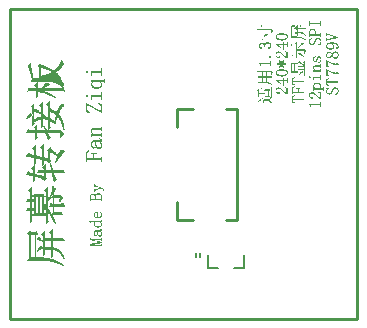
<source format=gto>
G04*
G04 #@! TF.GenerationSoftware,Altium Limited,Altium Designer,20.0.13 (296)*
G04*
G04 Layer_Color=65535*
%FSLAX44Y44*%
%MOMM*%
G71*
G01*
G75*
%ADD10C,0.2540*%
%ADD11C,0.0254*%
%ADD12C,0.2000*%
G36*
X156337Y52705D02*
Y56007D01*
X157226D01*
Y52705D01*
X156337D01*
D02*
G37*
G36*
X161163Y56007D02*
Y52705D01*
X160274Y52705D01*
Y56007D01*
X161163Y56007D01*
D02*
G37*
G36*
X263568Y247546D02*
X262923D01*
Y249110D01*
X262913Y249163D01*
X262892Y249269D01*
X262881Y249311D01*
X262860Y249343D01*
X262849Y249353D01*
X262796Y249385D01*
X262722Y249406D01*
X262606Y249417D01*
X254280D01*
X254269D01*
X254248D01*
X254185Y249406D01*
X254111Y249385D01*
X254037Y249332D01*
X254026Y249321D01*
X253995Y249269D01*
X253974Y249226D01*
X253963Y249174D01*
X253952Y249110D01*
Y247546D01*
X253308D01*
Y252513D01*
X253952D01*
Y250949D01*
X253963Y250907D01*
X253984Y250822D01*
X254037Y250737D01*
X254047Y250727D01*
X254090Y250695D01*
X254174Y250663D01*
X254280Y250653D01*
X262606D01*
X262617D01*
X262638D01*
X262701Y250663D01*
X262775Y250685D01*
X262849Y250737D01*
X262860Y250758D01*
X262881Y250811D01*
X262913Y250896D01*
X262923Y251012D01*
Y252513D01*
X263568D01*
Y247546D01*
D02*
G37*
G36*
X246649Y246120D02*
X249016D01*
X249026D01*
X249047D01*
X249090D01*
X249142D01*
X249206D01*
X249280D01*
X249375D01*
X249470Y246130D01*
X249702D01*
X249956Y246141D01*
X250241Y246152D01*
X250548Y246173D01*
X251013Y245000D01*
X250992D01*
X250939D01*
X250854D01*
X250738Y245010D01*
X250580D01*
X250389Y245021D01*
X250168D01*
X249914Y245032D01*
X249618D01*
X249301D01*
X248942Y245042D01*
X248551D01*
X248118Y245053D01*
X247663D01*
X247177D01*
X246649D01*
Y242728D01*
X246670D01*
X246712D01*
X246786Y242717D01*
X246892Y242707D01*
X247008Y242686D01*
X247156Y242665D01*
X247325Y242633D01*
X247505Y242591D01*
X247695Y242538D01*
X247896Y242474D01*
X248107Y242390D01*
X248318Y242305D01*
X248540Y242189D01*
X248762Y242073D01*
X248974Y241925D01*
X249185Y241766D01*
X249195Y241756D01*
X249238Y241724D01*
X249291Y241671D01*
X249364Y241597D01*
X249459Y241492D01*
X249576Y241376D01*
X249702Y241228D01*
X249829Y241059D01*
X249977Y240858D01*
X250125Y240646D01*
X250284Y240393D01*
X250442Y240129D01*
X250611Y239833D01*
X250770Y239505D01*
X250928Y239157D01*
X251076Y238776D01*
X250622Y238586D01*
X250611Y238607D01*
X250590Y238660D01*
X250537Y238734D01*
X250485Y238840D01*
X250410Y238966D01*
X250315Y239114D01*
X250220Y239283D01*
X250104Y239452D01*
X249977Y239643D01*
X249851Y239833D01*
X249555Y240203D01*
X249396Y240382D01*
X249238Y240562D01*
X249069Y240720D01*
X248899Y240858D01*
X248889Y240868D01*
X248857Y240889D01*
X248804Y240921D01*
X248730Y240974D01*
X248646Y241027D01*
X248540Y241090D01*
X248413Y241154D01*
X248265Y241228D01*
X248118Y241302D01*
X247938Y241365D01*
X247758Y241439D01*
X247558Y241502D01*
X247346Y241555D01*
X247124Y241608D01*
X246892Y241650D01*
X246649Y241671D01*
Y240520D01*
X246659Y240446D01*
X246670Y240256D01*
X246691Y240044D01*
X246723Y239801D01*
X246765Y239537D01*
X246828Y239273D01*
X246004Y238639D01*
Y241671D01*
X243849D01*
Y241280D01*
X243859Y241206D01*
Y241111D01*
X243870Y241016D01*
X243891Y240794D01*
X243923Y240551D01*
X243965Y240287D01*
X244028Y240023D01*
X243204Y239400D01*
Y242255D01*
X243246Y242284D01*
X243310Y242358D01*
X243352Y242422D01*
X243373Y242474D01*
X243384Y242506D01*
Y242517D01*
X243373Y242580D01*
X243331Y242644D01*
X243278Y242717D01*
X243215Y242792D01*
X243204Y242802D01*
Y242255D01*
X243141Y242210D01*
X243077Y242179D01*
X243004Y242147D01*
X242908Y242115D01*
X242813Y242083D01*
X242803D01*
X242782Y242073D01*
X242750Y242062D01*
X242708Y242041D01*
X242644Y242010D01*
X242570Y241978D01*
X242486Y241925D01*
X242391Y241872D01*
X242274Y241819D01*
X242158Y241745D01*
X242031Y241661D01*
X241883Y241576D01*
X241735Y241471D01*
X241566Y241354D01*
X241397Y241228D01*
X241218Y241090D01*
X240880Y241302D01*
X240890Y241323D01*
X240911Y241376D01*
X240954Y241460D01*
X241006Y241566D01*
X241070Y241703D01*
X241144Y241851D01*
X241228Y242010D01*
X241323Y242168D01*
X241524Y242496D01*
X241630Y242654D01*
X241735Y242792D01*
X241852Y242918D01*
X241957Y243013D01*
X242063Y243087D01*
X242169Y243130D01*
X242179D01*
X242190Y243140D01*
X242253Y243151D01*
X242359Y243161D01*
X242475D01*
X242612Y243151D01*
X242760Y243119D01*
X242908Y243056D01*
X243046Y242960D01*
X243056Y242950D01*
X243099Y242908D01*
X243151Y242855D01*
X243204Y242802D01*
Y244588D01*
X243194Y244598D01*
X243141Y244619D01*
X243067Y244651D01*
X242972Y244693D01*
X242855Y244746D01*
X242718Y244810D01*
X242560Y244884D01*
X242391Y244958D01*
X242211Y245032D01*
X242010Y245116D01*
X241609Y245275D01*
X241175Y245444D01*
X240763Y245581D01*
X241746Y246933D01*
Y246923D01*
X241757Y246902D01*
X241767Y246859D01*
X241788Y246807D01*
X241820Y246733D01*
X241862Y246648D01*
X241926Y246553D01*
X241989Y246447D01*
X242074Y246321D01*
X242179Y246183D01*
X242295Y246035D01*
X242433Y245877D01*
X242591Y245697D01*
X242771Y245518D01*
X242972Y245327D01*
X243204Y245127D01*
Y246828D01*
X242507Y247599D01*
X243849Y248804D01*
Y246120D01*
X246004D01*
Y247356D01*
X245254Y248180D01*
X246649Y249438D01*
Y246120D01*
D02*
G37*
G36*
X213688Y245269D02*
X221084D01*
X221095D01*
X221137Y245259D01*
X221201Y245248D01*
X221285Y245238D01*
X221391Y245206D01*
X221507Y245164D01*
X221634Y245111D01*
X221771Y245037D01*
X221909Y244942D01*
X222057Y244825D01*
X222205Y244688D01*
X222342Y244530D01*
X222479Y244339D01*
X222617Y244118D01*
X222733Y243864D01*
X222838Y243579D01*
X222828D01*
X222796Y243568D01*
X222754Y243557D01*
X222691Y243536D01*
X222617Y243505D01*
X222532Y243452D01*
X222437Y243378D01*
X222331Y243283D01*
X222215Y243167D01*
X222099Y243019D01*
X221972Y242850D01*
X221845Y242638D01*
X221719Y242395D01*
X221592Y242110D01*
X221528Y241951D01*
X221465Y241782D01*
X221402Y241603D01*
X221338Y241413D01*
X220799D01*
Y241434D01*
X220810Y241465D01*
Y241508D01*
X220820Y241603D01*
X220831Y241740D01*
X220852Y241899D01*
X220873Y242089D01*
X220894Y242279D01*
X220916Y242490D01*
X220958Y242902D01*
X220968Y243103D01*
X220989Y243283D01*
X221000Y243452D01*
X221011Y243589D01*
Y243790D01*
X221000Y243832D01*
X220968Y243874D01*
X220926Y243938D01*
X220852Y243991D01*
X220746Y244044D01*
X220683Y244054D01*
X220609Y244075D01*
X220514Y244086D01*
X220419D01*
X213688D01*
Y237757D01*
X213699Y237672D01*
X213709Y237492D01*
X213730Y237271D01*
X213762Y237027D01*
X213804Y236763D01*
X213868Y236499D01*
X213043Y235876D01*
Y244086D01*
X210803D01*
X210793D01*
X210761D01*
X210708D01*
X210645D01*
X210560D01*
X210455D01*
X210338D01*
X210212Y244075D01*
X210074D01*
X209926D01*
X209588Y244065D01*
X209229Y244054D01*
X208849Y244033D01*
X209662Y245850D01*
X210233Y245269D01*
X213043D01*
Y247150D01*
X212177Y248090D01*
X213688Y249464D01*
Y245269D01*
D02*
G37*
G36*
X256161Y245708D02*
X256256D01*
X256372Y245687D01*
X256509Y245676D01*
X256657Y245644D01*
X256816Y245602D01*
X256985Y245560D01*
X257164Y245497D01*
X257344Y245422D01*
X257524Y245338D01*
X257693Y245232D01*
X257862Y245116D01*
X258020Y244979D01*
X258168Y244820D01*
X258179Y244810D01*
X258200Y244778D01*
X258232Y244725D01*
X258285Y244662D01*
X258337Y244577D01*
X258401Y244471D01*
X258464Y244355D01*
X258538Y244218D01*
X258602Y244070D01*
X258675Y243911D01*
X258739Y243732D01*
X258792Y243542D01*
X258845Y243351D01*
X258876Y243140D01*
X258897Y242918D01*
X258908Y242696D01*
Y241048D01*
X262606D01*
X262617D01*
X262638D01*
X262701Y241059D01*
X262775Y241080D01*
X262849Y241133D01*
X262860Y241154D01*
X262881Y241206D01*
X262913Y241291D01*
X262923Y241407D01*
Y241978D01*
X263568D01*
Y238871D01*
X262923D01*
Y239505D01*
X262913Y239558D01*
X262892Y239664D01*
X262881Y239706D01*
X262860Y239738D01*
X262849Y239748D01*
X262796Y239780D01*
X262722Y239801D01*
X262606Y239812D01*
X254280D01*
X254269D01*
X254248D01*
X254185Y239801D01*
X254111Y239780D01*
X254037Y239727D01*
X254026Y239717D01*
X253995Y239664D01*
X253974Y239622D01*
X253963Y239569D01*
X253952Y239505D01*
Y238935D01*
X253308D01*
Y242665D01*
X253318Y242770D01*
X253329Y242897D01*
X253350Y243045D01*
X253371Y243204D01*
X253403Y243383D01*
X253445Y243573D01*
X253498Y243764D01*
X253561Y243954D01*
X253635Y244154D01*
X253731Y244345D01*
X253836Y244535D01*
X253952Y244715D01*
X254090Y244873D01*
X254100Y244884D01*
X254121Y244905D01*
X254164Y244947D01*
X254227Y245010D01*
X254301Y245074D01*
X254396Y245137D01*
X254502Y245222D01*
X254618Y245296D01*
X254755Y245370D01*
X254903Y245454D01*
X255062Y245518D01*
X255231Y245592D01*
X255410Y245644D01*
X255611Y245687D01*
X255812Y245708D01*
X256023Y245718D01*
X256034D01*
X256087D01*
X256161Y245708D01*
D02*
G37*
G36*
X217407Y241360D02*
X217418D01*
X217428D01*
X217492Y241349D01*
X217587Y241328D01*
X217693Y241296D01*
X217819Y241254D01*
X217946Y241201D01*
X218062Y241138D01*
X218168Y241053D01*
X218179Y241043D01*
X218211Y241011D01*
X218242Y240969D01*
X218284Y240905D01*
X218337Y240842D01*
X218369Y240768D01*
X218401Y240694D01*
X218411Y240620D01*
Y240609D01*
X218401Y240578D01*
X218379Y240525D01*
X218337Y240462D01*
X218274Y240377D01*
X218168Y240303D01*
X218105Y240261D01*
X218031Y240219D01*
X217936Y240176D01*
X217841Y240134D01*
X217830D01*
X217809Y240123D01*
X217777Y240113D01*
X217724Y240092D01*
X217661Y240071D01*
X217598Y240039D01*
X217428Y239975D01*
X217228Y239891D01*
X217017Y239796D01*
X216795Y239680D01*
X216562Y239553D01*
X216551D01*
X216530Y239542D01*
X216499Y239521D01*
X216446Y239489D01*
X216383Y239447D01*
X216308Y239405D01*
X216224Y239352D01*
X216118Y239289D01*
X216002Y239215D01*
X215875Y239130D01*
X215727Y239035D01*
X215579Y238940D01*
X215410Y238824D01*
X215231Y238708D01*
X215030Y238570D01*
X214829Y238433D01*
X214502Y238665D01*
Y238676D01*
X214512Y238686D01*
X214555Y238750D01*
X214607Y238834D01*
X214692Y238961D01*
X214787Y239109D01*
X214903Y239268D01*
X215019Y239447D01*
X215157Y239637D01*
X215442Y240028D01*
X215590Y240229D01*
X215738Y240409D01*
X215886Y240578D01*
X216023Y240726D01*
X216150Y240863D01*
X216277Y240958D01*
X216287Y240969D01*
X216308Y240979D01*
X216340Y241000D01*
X216383Y241032D01*
X216499Y241106D01*
X216647Y241180D01*
X216826Y241265D01*
X217017Y241328D01*
X217207Y241360D01*
X217312Y241370D01*
X217407Y241360D01*
D02*
G37*
G36*
X268536Y241677D02*
X268547Y241645D01*
X268557Y241603D01*
X268599Y241497D01*
X268631Y241434D01*
X268684Y241370D01*
X268695Y241360D01*
X268705Y241349D01*
X268747Y241317D01*
X268790Y241275D01*
X268864Y241243D01*
X268938Y241201D01*
X269043Y241159D01*
X269160Y241117D01*
X278151Y238686D01*
Y238095D01*
X269244Y235918D01*
X269223D01*
X269181Y235907D01*
X269117Y235897D01*
X269033Y235876D01*
X268853Y235823D01*
X268769Y235791D01*
X268705Y235749D01*
X268695D01*
X268673Y235728D01*
X268621Y235664D01*
X268557Y235559D01*
X268547Y235495D01*
X268536Y235421D01*
Y234988D01*
X267892D01*
Y237799D01*
X268536D01*
Y237376D01*
X268547Y237302D01*
X268589Y237218D01*
X268610Y237186D01*
X268652Y237154D01*
X268673Y237144D01*
X268737Y237133D01*
X268843Y237123D01*
X268906Y237133D01*
X268980Y237144D01*
X275471Y238695D01*
X269307Y240345D01*
X269286D01*
X269255Y240356D01*
X269191Y240366D01*
X269117Y240377D01*
X269043D01*
X268969Y240388D01*
X268906Y240398D01*
X268864D01*
X268853D01*
X268843D01*
X268779Y240388D01*
X268705Y240377D01*
X268631Y240345D01*
X268621Y240335D01*
X268599Y240314D01*
X268578Y240282D01*
X268568Y240250D01*
X268547Y240187D01*
X268536Y240113D01*
Y239701D01*
X267892D01*
Y242110D01*
X268536D01*
Y241677D01*
D02*
G37*
G36*
X238766Y248392D02*
X238787D01*
X238840D01*
X238935D01*
X239052D01*
X239189D01*
X239337D01*
X239506D01*
X239675D01*
X239696D01*
X239760D01*
X239855D01*
X240003Y248402D01*
X240182D01*
X240404Y248413D01*
X240658Y248423D01*
X240954Y248444D01*
X241355Y247272D01*
X240763D01*
Y245581D01*
Y239062D01*
X240784D01*
X240837D01*
X240922D01*
X241028D01*
X241175D01*
X241334D01*
X241524Y239051D01*
X241735D01*
X241957D01*
X242200Y239040D01*
X242443Y239030D01*
X242708D01*
X243246Y239009D01*
X243796Y238977D01*
X243817D01*
X243859D01*
X243944Y238966D01*
X244049Y238956D01*
X244187Y238945D01*
X244345Y238924D01*
X244525Y238903D01*
X244736Y238871D01*
X244958Y238840D01*
X245201Y238797D01*
X245465Y238745D01*
X245730Y238692D01*
X246025Y238628D01*
X246321Y238554D01*
X246934Y238385D01*
X246955Y238375D01*
X247008Y238364D01*
X247103Y238332D01*
X247230Y238280D01*
X247388Y238227D01*
X247568Y238142D01*
X247780Y238058D01*
X248022Y237941D01*
X248287Y237815D01*
X248572Y237667D01*
X248878Y237498D01*
X249195Y237307D01*
X249534Y237096D01*
X249882Y236864D01*
X250241Y236610D01*
X250611Y236325D01*
X250389Y235966D01*
X250379D01*
X250368Y235976D01*
X250305Y236008D01*
X250199Y236061D01*
X250072Y236124D01*
X249903Y236209D01*
X249702Y236304D01*
X249491Y236399D01*
X249248Y236515D01*
X248984Y236631D01*
X248709Y236747D01*
X248413Y236864D01*
X248118Y236969D01*
X247515Y237181D01*
X247209Y237276D01*
X246903Y237360D01*
X246881D01*
X246828Y237381D01*
X246744Y237403D01*
X246617Y237424D01*
X246469Y237455D01*
X246290Y237498D01*
X246078Y237540D01*
X245846Y237582D01*
X245582Y237624D01*
X245296Y237667D01*
X244990Y237709D01*
X244673Y237741D01*
X244324Y237783D01*
X243965Y237815D01*
X243595Y237836D01*
X243204Y237857D01*
X243194D01*
X243183D01*
X243151D01*
X243109D01*
X243056Y237868D01*
X242982D01*
X242908D01*
X242813D01*
X242718D01*
X242602Y237878D01*
X242486D01*
X242348D01*
X242200Y237889D01*
X242052D01*
X241883D01*
X241704D01*
X241323Y237899D01*
X240890D01*
X240425Y237910D01*
X239929D01*
X239390D01*
X238809Y237899D01*
X238196D01*
X237551Y237889D01*
X238079Y238956D01*
Y247282D01*
X237551Y247736D01*
X238418Y248804D01*
X238766Y248392D01*
D02*
G37*
G36*
X230343Y241867D02*
X230512D01*
X230713Y241846D01*
X230956Y241835D01*
X231220Y241803D01*
X231505Y241772D01*
X231801Y241719D01*
X232118Y241666D01*
X232435Y241592D01*
X232763Y241508D01*
X233079Y241402D01*
X233396Y241286D01*
X233692Y241148D01*
X233967Y240990D01*
X233978Y240979D01*
X234030Y240948D01*
X234094Y240905D01*
X234189Y240831D01*
X234295Y240747D01*
X234411Y240641D01*
X234538Y240514D01*
X234675Y240377D01*
X234802Y240229D01*
X234939Y240060D01*
X235055Y239870D01*
X235161Y239669D01*
X235256Y239458D01*
X235320Y239236D01*
X235362Y238993D01*
X235383Y238739D01*
Y238676D01*
X235372Y238612D01*
X235362Y238517D01*
X235341Y238391D01*
X235309Y238264D01*
X235267Y238105D01*
X235214Y237947D01*
X235140Y237767D01*
X235045Y237588D01*
X234929Y237397D01*
X234802Y237207D01*
X234643Y237017D01*
X234453Y236827D01*
X234242Y236647D01*
X233999Y236467D01*
X233978Y236457D01*
X233935Y236425D01*
X233851Y236383D01*
X233745Y236330D01*
X233597Y236256D01*
X233428Y236182D01*
X233227Y236098D01*
X232984Y236024D01*
X232731Y235939D01*
X232435Y235855D01*
X232118Y235781D01*
X231769Y235707D01*
X231399Y235654D01*
X230998Y235612D01*
X230565Y235580D01*
X230110Y235569D01*
X230100D01*
X230079D01*
X230047D01*
X230005D01*
X229952D01*
X229888Y235580D01*
X229730D01*
X229529Y235601D01*
X229297Y235612D01*
X229043Y235643D01*
X228768Y235675D01*
X228483Y235728D01*
X228177Y235781D01*
X227860Y235855D01*
X227543Y235939D01*
X227236Y236034D01*
X226930Y236150D01*
X226634Y236288D01*
X226349Y236436D01*
X226328Y236446D01*
X226285Y236478D01*
X226211Y236531D01*
X226116Y236594D01*
X226011Y236679D01*
X225884Y236784D01*
X225757Y236911D01*
X225620Y237049D01*
X225482Y237207D01*
X225355Y237387D01*
X225229Y237577D01*
X225123Y237778D01*
X225028Y238000D01*
X224954Y238232D01*
X224912Y238475D01*
X224890Y238739D01*
Y238803D01*
X224901Y238877D01*
X224912Y238972D01*
X224933Y239088D01*
X224965Y239225D01*
X225007Y239373D01*
X225060Y239532D01*
X225134Y239711D01*
X225229Y239891D01*
X225345Y240081D01*
X225482Y240271D01*
X225641Y240462D01*
X225820Y240641D01*
X226042Y240821D01*
X226285Y240990D01*
X226306Y241000D01*
X226349Y241032D01*
X226433Y241074D01*
X226539Y241127D01*
X226687Y241201D01*
X226856Y241275D01*
X227057Y241349D01*
X227289Y241434D01*
X227543Y241518D01*
X227828Y241592D01*
X228145Y241677D01*
X228483Y241740D01*
X228853Y241793D01*
X229244Y241835D01*
X229667Y241867D01*
X230110Y241877D01*
X230121D01*
X230142D01*
X230174D01*
X230216D01*
X230279D01*
X230343Y241867D01*
D02*
G37*
G36*
X261042Y237794D02*
X261138Y237783D01*
X261254Y237762D01*
X261381Y237741D01*
X261518Y237709D01*
X261666Y237667D01*
X261824Y237614D01*
X261983Y237551D01*
X262152Y237477D01*
X262321Y237392D01*
X262490Y237286D01*
X262659Y237170D01*
X262828Y237033D01*
X262839Y237022D01*
X262860Y237001D01*
X262902Y236948D01*
X262966Y236885D01*
X263029Y236811D01*
X263103Y236716D01*
X263177Y236600D01*
X263251Y236462D01*
X263335Y236314D01*
X263409Y236145D01*
X263483Y235966D01*
X263547Y235765D01*
X263599Y235543D01*
X263642Y235310D01*
X263673Y235057D01*
X263684Y234793D01*
Y234687D01*
X263673Y234571D01*
X263652Y234423D01*
X263621Y234243D01*
X263578Y234053D01*
X263526Y233863D01*
X263441Y233673D01*
X263430Y233652D01*
X263409Y233588D01*
X263388Y233504D01*
X263356Y233398D01*
X263325Y233271D01*
X263293Y233155D01*
X263283Y233028D01*
X263272Y232922D01*
Y232901D01*
X263283Y232848D01*
X263325Y232753D01*
X263346Y232701D01*
X263388Y232637D01*
Y232627D01*
X263409Y232605D01*
X263430Y232563D01*
X263473Y232500D01*
X263515Y232426D01*
X263557Y232320D01*
X263621Y232204D01*
X263684Y232056D01*
X260578Y231559D01*
X260408Y232162D01*
X260430Y232172D01*
X260472Y232183D01*
X260556Y232204D01*
X260651Y232236D01*
X260778Y232288D01*
X260916Y232331D01*
X261074Y232394D01*
X261243Y232468D01*
X261581Y232627D01*
X261919Y232817D01*
X262078Y232922D01*
X262226Y233039D01*
X262353Y233155D01*
X262458Y233282D01*
X262469Y233292D01*
X262479Y233313D01*
X262501Y233356D01*
X262543Y233398D01*
X262575Y233472D01*
X262617Y233546D01*
X262670Y233630D01*
X262712Y233736D01*
X262807Y233969D01*
X262892Y234233D01*
X262955Y234529D01*
X262966Y234687D01*
X262976Y234846D01*
Y234930D01*
X262966Y234993D01*
X262955Y235078D01*
X262944Y235163D01*
X262913Y235363D01*
X262849Y235585D01*
X262754Y235818D01*
X262691Y235923D01*
X262617Y236029D01*
X262543Y236124D01*
X262448Y236219D01*
X262437Y236230D01*
X262427Y236240D01*
X262395Y236261D01*
X262342Y236293D01*
X262289Y236325D01*
X262226Y236367D01*
X262141Y236409D01*
X262046Y236452D01*
X261940Y236494D01*
X261824Y236536D01*
X261698Y236578D01*
X261550Y236610D01*
X261402Y236642D01*
X261233Y236663D01*
X261053Y236684D01*
X260863D01*
X260852D01*
X260842D01*
X260810D01*
X260778Y236674D01*
X260673Y236652D01*
X260535Y236621D01*
X260387Y236557D01*
X260208Y236462D01*
X260113Y236399D01*
X260018Y236335D01*
X259922Y236251D01*
X259827Y236156D01*
X259817Y236145D01*
X259806Y236135D01*
X259774Y236103D01*
X259732Y236050D01*
X259690Y235997D01*
X259627Y235923D01*
X259563Y235839D01*
X259489Y235744D01*
X259415Y235627D01*
X259331Y235501D01*
X259235Y235353D01*
X259140Y235194D01*
X259045Y235025D01*
X258940Y234835D01*
X258834Y234634D01*
X258728Y234412D01*
X258718Y234391D01*
X258697Y234349D01*
X258665Y234264D01*
X258612Y234169D01*
X258559Y234042D01*
X258496Y233905D01*
X258411Y233747D01*
X258327Y233578D01*
X258147Y233229D01*
X257946Y232880D01*
X257841Y232711D01*
X257735Y232553D01*
X257630Y232415D01*
X257524Y232288D01*
X257513Y232278D01*
X257492Y232267D01*
X257460Y232236D01*
X257418Y232193D01*
X257355Y232151D01*
X257281Y232098D01*
X257196Y232035D01*
X257101Y231982D01*
X256985Y231929D01*
X256858Y231866D01*
X256710Y231813D01*
X256552Y231771D01*
X256383Y231728D01*
X256203Y231707D01*
X256002Y231686D01*
X255791Y231676D01*
X255780D01*
X255749D01*
X255696Y231686D01*
X255632D01*
X255548Y231697D01*
X255453Y231718D01*
X255347Y231739D01*
X255220Y231771D01*
X255093Y231813D01*
X254956Y231866D01*
X254808Y231919D01*
X254650Y231993D01*
X254502Y232088D01*
X254343Y232183D01*
X254185Y232299D01*
X254026Y232436D01*
X254016Y232447D01*
X253995Y232468D01*
X253952Y232521D01*
X253899Y232584D01*
X253836Y232658D01*
X253762Y232753D01*
X253688Y232870D01*
X253604Y232996D01*
X253530Y233144D01*
X253456Y233303D01*
X253382Y233482D01*
X253318Y233683D01*
X253265Y233895D01*
X253223Y234116D01*
X253202Y234359D01*
X253192Y234613D01*
Y234719D01*
X253202Y234835D01*
X253213Y234983D01*
X253244Y235163D01*
X253276Y235363D01*
X253329Y235575D01*
X253392Y235786D01*
Y235797D01*
X253403Y235807D01*
X253424Y235870D01*
X253456Y235955D01*
X253498Y236050D01*
X253572Y236283D01*
X253593Y236388D01*
X253604Y236473D01*
Y236494D01*
X253593Y236557D01*
X253572Y236631D01*
X253540Y236716D01*
Y236726D01*
X253530Y236737D01*
X253509Y236769D01*
X253477Y236811D01*
X253424Y236874D01*
X253371Y236948D01*
X253287Y237043D01*
X253192Y237160D01*
X255833Y237455D01*
X256002Y236917D01*
X255992Y236906D01*
X255949Y236895D01*
X255886Y236864D01*
X255791Y236821D01*
X255696Y236769D01*
X255580Y236716D01*
X255442Y236642D01*
X255315Y236568D01*
X255030Y236409D01*
X254745Y236230D01*
X254618Y236135D01*
X254502Y236029D01*
X254396Y235934D01*
X254312Y235839D01*
Y235828D01*
X254291Y235818D01*
X254269Y235786D01*
X254248Y235744D01*
X254216Y235691D01*
X254185Y235627D01*
X254100Y235480D01*
X254026Y235279D01*
X253963Y235057D01*
X253921Y234793D01*
X253899Y234497D01*
Y234402D01*
X253910Y234328D01*
X253921Y234254D01*
X253931Y234159D01*
X253974Y233947D01*
X254037Y233715D01*
X254132Y233482D01*
X254195Y233377D01*
X254269Y233282D01*
X254364Y233187D01*
X254459Y233113D01*
X254470D01*
X254481Y233102D01*
X254512Y233081D01*
X254555Y233060D01*
X254671Y232996D01*
X254819Y232933D01*
X254998Y232859D01*
X255210Y232806D01*
X255432Y232764D01*
X255675Y232743D01*
X255685D01*
X255696D01*
X255728D01*
X255770Y232753D01*
X255875Y232764D01*
X256013Y232785D01*
X256161Y232827D01*
X256309Y232891D01*
X256467Y232965D01*
X256604Y233081D01*
X256626Y233102D01*
X256636Y233123D01*
X256668Y233165D01*
X256710Y233218D01*
X256752Y233282D01*
X256805Y233366D01*
X256869Y233461D01*
X256943Y233588D01*
X257027Y233725D01*
X257112Y233895D01*
X257217Y234085D01*
X257323Y234296D01*
X257439Y234529D01*
X257566Y234803D01*
X257703Y235099D01*
X257714Y235120D01*
X257725Y235163D01*
X257767Y235236D01*
X257809Y235332D01*
X257862Y235448D01*
X257925Y235585D01*
X257999Y235733D01*
X258084Y235892D01*
X258285Y236230D01*
X258517Y236568D01*
X258644Y236726D01*
X258771Y236885D01*
X258908Y237033D01*
X259045Y237160D01*
X259056Y237170D01*
X259077Y237191D01*
X259119Y237223D01*
X259183Y237265D01*
X259257Y237307D01*
X259341Y237360D01*
X259447Y237424D01*
X259552Y237487D01*
X259679Y237540D01*
X259817Y237603D01*
X259965Y237656D01*
X260123Y237709D01*
X260292Y237741D01*
X260472Y237772D01*
X260662Y237794D01*
X260852Y237804D01*
X260863D01*
X260905D01*
X260958D01*
X261042Y237794D01*
D02*
G37*
G36*
X218390Y234270D02*
X218464D01*
X218570Y234259D01*
X218686Y234238D01*
X218823Y234206D01*
X218961Y234175D01*
X219119Y234122D01*
X219288Y234069D01*
X219457Y233995D01*
X219626Y233910D01*
X219806Y233815D01*
X219986Y233699D01*
X220155Y233562D01*
X220324Y233414D01*
X220334Y233403D01*
X220366Y233372D01*
X220408Y233329D01*
X220461Y233255D01*
X220525Y233171D01*
X220609Y233065D01*
X220683Y232938D01*
X220767Y232790D01*
X220852Y232632D01*
X220926Y232452D01*
X221000Y232262D01*
X221074Y232051D01*
X221127Y231818D01*
X221169Y231565D01*
X221201Y231301D01*
X221211Y231026D01*
Y230920D01*
X221201Y230846D01*
X221190Y230751D01*
X221180Y230635D01*
X221159Y230508D01*
X221137Y230381D01*
X221063Y230075D01*
X221011Y229916D01*
X220947Y229758D01*
X220884Y229599D01*
X220799Y229441D01*
X220704Y229282D01*
X220599Y229124D01*
X220588Y229113D01*
X220567Y229092D01*
X220535Y229050D01*
X220493Y228997D01*
X220429Y228934D01*
X220355Y228870D01*
X220271Y228796D01*
X220186Y228722D01*
X219965Y228574D01*
X219722Y228448D01*
X219584Y228395D01*
X219447Y228353D01*
X219299Y228331D01*
X219140Y228321D01*
X219119D01*
X219077D01*
X218992Y228331D01*
X218897Y228353D01*
X218792Y228384D01*
X218675Y228437D01*
X218549Y228500D01*
X218432Y228585D01*
X218422Y228596D01*
X218379Y228638D01*
X218327Y228691D01*
X218274Y228765D01*
X218211Y228849D01*
X218168Y228944D01*
X218126Y229050D01*
X218115Y229166D01*
Y229240D01*
X218137Y229314D01*
X218158Y229409D01*
X218200Y229515D01*
X218253Y229620D01*
X218337Y229715D01*
X218443Y229790D01*
X218454Y229800D01*
X218496Y229821D01*
X218559Y229842D01*
X218622Y229885D01*
X218802Y229937D01*
X218887Y229959D01*
X218971Y229969D01*
X218982D01*
X219024D01*
X219088Y229959D01*
X219161Y229948D01*
X219341Y229916D01*
X219426Y229874D01*
X219510Y229832D01*
X219521D01*
X219542Y229811D01*
X219573Y229800D01*
X219626Y229779D01*
X219732Y229747D01*
X219838Y229726D01*
X219848D01*
X219880Y229737D01*
X219933Y229747D01*
X219996Y229779D01*
X220070Y229821D01*
X220144Y229885D01*
X220229Y229980D01*
X220303Y230107D01*
X220313Y230128D01*
X220334Y230170D01*
X220366Y230254D01*
X220398Y230360D01*
X220440Y230487D01*
X220472Y230635D01*
X220493Y230793D01*
X220503Y230973D01*
Y231068D01*
X220493Y231131D01*
X220482Y231216D01*
X220472Y231311D01*
X220429Y231522D01*
X220366Y231765D01*
X220271Y232008D01*
X220208Y232125D01*
X220123Y232241D01*
X220038Y232347D01*
X219943Y232442D01*
X219933Y232452D01*
X219912Y232463D01*
X219880Y232484D01*
X219838Y232516D01*
X219774Y232558D01*
X219700Y232600D01*
X219616Y232642D01*
X219510Y232685D01*
X219394Y232727D01*
X219256Y232769D01*
X219119Y232812D01*
X218950Y232854D01*
X218781Y232885D01*
X218591Y232907D01*
X218379Y232928D01*
X218158D01*
X218147D01*
X218115D01*
X218062D01*
X217989Y232917D01*
X217904D01*
X217809Y232896D01*
X217703Y232885D01*
X217587Y232864D01*
X217333Y232801D01*
X217069Y232706D01*
X216943Y232653D01*
X216805Y232579D01*
X216689Y232505D01*
X216573Y232410D01*
X216562Y232399D01*
X216551Y232389D01*
X216520Y232357D01*
X216478Y232304D01*
X216435Y232241D01*
X216383Y232167D01*
X216330Y232072D01*
X216266Y231956D01*
X216213Y231818D01*
X216161Y231670D01*
X216108Y231501D01*
X216066Y231301D01*
X216023Y231089D01*
X215991Y230857D01*
X215981Y230593D01*
X215970Y230307D01*
X215262D01*
Y230424D01*
X215252Y230508D01*
Y230614D01*
X215231Y230730D01*
X215220Y230857D01*
X215199Y230994D01*
X215136Y231279D01*
X215051Y231565D01*
X214988Y231702D01*
X214924Y231829D01*
X214840Y231945D01*
X214755Y232051D01*
X214745Y232061D01*
X214734Y232072D01*
X214702Y232104D01*
X214660Y232135D01*
X214607Y232167D01*
X214544Y232220D01*
X214470Y232262D01*
X214385Y232315D01*
X214290Y232357D01*
X214185Y232410D01*
X214068Y232452D01*
X213931Y232484D01*
X213646Y232547D01*
X213487Y232558D01*
X213318Y232568D01*
X213308D01*
X213286D01*
X213244D01*
X213191Y232558D01*
X213128D01*
X213043Y232547D01*
X212864Y232516D01*
X212663Y232473D01*
X212441Y232399D01*
X212219Y232294D01*
X211997Y232156D01*
X211987D01*
X211976Y232135D01*
X211913Y232082D01*
X211818Y231987D01*
X211712Y231850D01*
X211607Y231681D01*
X211511Y231459D01*
X211448Y231205D01*
X211437Y231068D01*
X211427Y230910D01*
Y230846D01*
X211437Y230772D01*
X211448Y230677D01*
X211469Y230561D01*
X211501Y230424D01*
X211543Y230276D01*
X211607Y230128D01*
X211617Y230107D01*
X211638Y230064D01*
X211680Y230001D01*
X211744Y229927D01*
X211818Y229853D01*
X211913Y229790D01*
X212029Y229747D01*
X212156Y229726D01*
X212177D01*
X212219D01*
X212293D01*
X212367Y229737D01*
X212452Y229747D01*
X212526Y229758D01*
X212589Y229779D01*
X212631Y229800D01*
X212642Y229811D01*
X212663Y229832D01*
X212695Y229853D01*
X212748Y229885D01*
X212801Y229916D01*
X212874Y229948D01*
X212948Y229959D01*
X213033Y229969D01*
X213043D01*
X213086D01*
X213149Y229959D01*
X213223Y229948D01*
X213318Y229927D01*
X213403Y229906D01*
X213498Y229863D01*
X213593Y229811D01*
X213603Y229800D01*
X213625Y229779D01*
X213667Y229747D01*
X213699Y229694D01*
X213741Y229620D01*
X213783Y229525D01*
X213804Y229420D01*
X213815Y229282D01*
Y229230D01*
X213804Y229177D01*
X213783Y229113D01*
X213762Y229029D01*
X213730Y228934D01*
X213678Y228839D01*
X213603Y228743D01*
X213593Y228733D01*
X213561Y228701D01*
X213508Y228669D01*
X213434Y228627D01*
X213329Y228574D01*
X213202Y228543D01*
X213043Y228511D01*
X212853Y228500D01*
X212843D01*
X212811D01*
X212758Y228511D01*
X212695D01*
X212610Y228521D01*
X212526Y228543D01*
X212420Y228564D01*
X212304Y228606D01*
X212188Y228648D01*
X212061Y228701D01*
X211934Y228765D01*
X211797Y228839D01*
X211670Y228934D01*
X211543Y229039D01*
X211427Y229166D01*
X211311Y229303D01*
X211300Y229314D01*
X211290Y229335D01*
X211258Y229388D01*
X211215Y229441D01*
X211173Y229525D01*
X211120Y229610D01*
X211068Y229715D01*
X211015Y229832D01*
X210962Y229969D01*
X210909Y230107D01*
X210814Y230424D01*
X210740Y230762D01*
X210729Y230952D01*
X210719Y231142D01*
Y231258D01*
X210729Y231343D01*
X210740Y231448D01*
X210761Y231575D01*
X210782Y231702D01*
X210814Y231850D01*
X210856Y232008D01*
X210909Y232167D01*
X210972Y232336D01*
X211046Y232495D01*
X211141Y232664D01*
X211247Y232822D01*
X211363Y232970D01*
X211501Y233118D01*
X211511Y233129D01*
X211532Y233150D01*
X211575Y233192D01*
X211638Y233234D01*
X211702Y233287D01*
X211786Y233350D01*
X211892Y233424D01*
X211997Y233498D01*
X212240Y233636D01*
X212526Y233752D01*
X212674Y233794D01*
X212822Y233836D01*
X212991Y233858D01*
X213149Y233868D01*
X213160D01*
X213191D01*
X213234D01*
X213308Y233858D01*
X213382D01*
X213477Y233847D01*
X213582Y233826D01*
X213688Y233815D01*
X213942Y233752D01*
X214206Y233667D01*
X214470Y233562D01*
X214597Y233488D01*
X214723Y233403D01*
X214734D01*
X214755Y233382D01*
X214787Y233350D01*
X214829Y233319D01*
X214882Y233266D01*
X214935Y233213D01*
X215072Y233065D01*
X215210Y232875D01*
X215347Y232642D01*
X215463Y232368D01*
X215506Y232220D01*
X215548Y232061D01*
Y232072D01*
X215558Y232114D01*
X215579Y232178D01*
X215611Y232262D01*
X215653Y232368D01*
X215696Y232473D01*
X215749Y232600D01*
X215812Y232738D01*
X215970Y233023D01*
X216171Y233308D01*
X216287Y233445D01*
X216414Y233572D01*
X216541Y233689D01*
X216689Y233784D01*
X216700Y233794D01*
X216721Y233805D01*
X216763Y233826D01*
X216826Y233858D01*
X216900Y233900D01*
X216985Y233942D01*
X217080Y233984D01*
X217185Y234037D01*
X217428Y234122D01*
X217693Y234206D01*
X217978Y234259D01*
X218126Y234280D01*
X218274D01*
X218284D01*
X218327D01*
X218390Y234270D01*
D02*
G37*
G36*
X232234Y232917D02*
X234020D01*
X234030D01*
X234073D01*
X234136Y232928D01*
X234210Y232938D01*
X234284Y232959D01*
X234358Y232991D01*
X234432Y233033D01*
X234495Y233097D01*
Y233107D01*
X234517Y233129D01*
X234538Y233171D01*
X234559Y233234D01*
X234580Y233308D01*
X234601Y233393D01*
X234612Y233498D01*
X234622Y233625D01*
Y234312D01*
X235267D01*
Y230159D01*
X234622D01*
Y231015D01*
X234612Y231089D01*
X234601Y231174D01*
X234569Y231364D01*
X234538Y231448D01*
X234495Y231522D01*
X234485Y231533D01*
X234464Y231544D01*
X234432Y231575D01*
X234379Y231607D01*
X234316Y231628D01*
X234231Y231660D01*
X234136Y231670D01*
X234020Y231681D01*
X232234D01*
Y227782D01*
X231748D01*
X224890Y232093D01*
Y232917D01*
X231590D01*
Y234481D01*
X232234D01*
Y232917D01*
D02*
G37*
G36*
X248255Y233768D02*
X248392Y233736D01*
X248551Y233704D01*
X248709Y233641D01*
X248868Y233567D01*
X248889Y233556D01*
X248931Y233525D01*
X248995Y233482D01*
X249069Y233430D01*
X249142Y233356D01*
X249206Y233282D01*
X249248Y233208D01*
X249269Y233123D01*
Y233113D01*
X249259Y233081D01*
X249238Y233018D01*
X249195Y232954D01*
X249121Y232870D01*
X249016Y232785D01*
X248952Y232732D01*
X248868Y232679D01*
X248783Y232637D01*
X248678Y232584D01*
X248667D01*
X248635Y232563D01*
X248593Y232542D01*
X248530Y232510D01*
X248456Y232468D01*
X248361Y232415D01*
X248255Y232352D01*
X248139Y232288D01*
X248001Y232204D01*
X247864Y232119D01*
X247547Y231919D01*
X247198Y231686D01*
X246828Y231422D01*
X246818Y231411D01*
X246786Y231390D01*
X246723Y231348D01*
X246649Y231285D01*
X246543Y231211D01*
X246427Y231116D01*
X246290Y231010D01*
X246142Y230883D01*
X245973Y230746D01*
X245782Y230598D01*
X245582Y230429D01*
X245370Y230239D01*
X245148Y230038D01*
X244905Y229827D01*
X244662Y229605D01*
X244409Y229362D01*
X244081Y229668D01*
Y229679D01*
X244102Y229700D01*
X244123Y229731D01*
X244155Y229774D01*
X244198Y229827D01*
X244240Y229890D01*
X244356Y230048D01*
X244493Y230239D01*
X244652Y230460D01*
X244831Y230693D01*
X245022Y230947D01*
X245434Y231485D01*
X245645Y231750D01*
X245846Y232014D01*
X246057Y232267D01*
X246247Y232489D01*
X246427Y232701D01*
X246596Y232880D01*
X246607Y232891D01*
X246628Y232922D01*
X246681Y232965D01*
X246733Y233018D01*
X246807Y233081D01*
X246892Y233155D01*
X247082Y233313D01*
X247293Y233482D01*
X247515Y233620D01*
X247631Y233683D01*
X247737Y233736D01*
X247843Y233768D01*
X247948Y233778D01*
X247959D01*
X247970D01*
X248033D01*
X248128D01*
X248255Y233768D01*
D02*
G37*
G36*
X272720Y234079D02*
X272794D01*
X272889D01*
X273101Y234058D01*
X273354Y234037D01*
X273629Y234006D01*
X273925Y233963D01*
X274242Y233910D01*
X274580Y233847D01*
X274918Y233762D01*
X275267Y233667D01*
X275616Y233551D01*
X275964Y233414D01*
X276302Y233266D01*
X276619Y233086D01*
X276640Y233076D01*
X276693Y233044D01*
X276767Y232981D01*
X276873Y232907D01*
X277000Y232801D01*
X277137Y232674D01*
X277285Y232537D01*
X277444Y232368D01*
X277602Y232178D01*
X277750Y231977D01*
X277887Y231744D01*
X278014Y231501D01*
X278120Y231237D01*
X278194Y230952D01*
X278247Y230645D01*
X278268Y230318D01*
Y230244D01*
X278257Y230180D01*
Y230117D01*
X278247Y230033D01*
X278225Y229842D01*
X278173Y229620D01*
X278109Y229388D01*
X278025Y229145D01*
X277898Y228913D01*
Y228902D01*
X277877Y228891D01*
X277856Y228860D01*
X277824Y228817D01*
X277739Y228722D01*
X277623Y228617D01*
X277475Y228500D01*
X277296Y228405D01*
X277190Y228363D01*
X277084Y228331D01*
X276968Y228321D01*
X276841Y228310D01*
X276831D01*
X276788D01*
X276736Y228321D01*
X276672Y228331D01*
X276588Y228353D01*
X276493Y228384D01*
X276387Y228426D01*
X276281Y228479D01*
X276271Y228490D01*
X276239Y228511D01*
X276186Y228564D01*
X276133Y228627D01*
X276091Y228712D01*
X276038Y228817D01*
X276007Y228944D01*
X275996Y229092D01*
Y229166D01*
X276017Y229240D01*
X276038Y229335D01*
X276080Y229441D01*
X276133Y229536D01*
X276218Y229631D01*
X276324Y229694D01*
X276334Y229705D01*
X276376Y229715D01*
X276440Y229737D01*
X276524Y229768D01*
X276630Y229800D01*
X276746Y229821D01*
X276884Y229832D01*
X277021Y229842D01*
X277031D01*
X277053D01*
X277095D01*
X277137Y229853D01*
X277243Y229863D01*
X277348Y229885D01*
X277370Y229895D01*
X277401Y229916D01*
X277454Y229937D01*
X277496Y229969D01*
Y229980D01*
X277507Y229990D01*
X277518Y230033D01*
X277539Y230096D01*
Y230117D01*
X277549Y230180D01*
X277560Y230265D01*
Y230424D01*
X277549Y230476D01*
X277539Y230540D01*
X277528Y230624D01*
X277496Y230719D01*
X277465Y230814D01*
X277422Y230931D01*
X277359Y231057D01*
X277285Y231184D01*
X277201Y231311D01*
X277095Y231438D01*
X276968Y231575D01*
X276820Y231702D01*
X276640Y231829D01*
X276450Y231945D01*
X276440Y231956D01*
X276397Y231977D01*
X276334Y231998D01*
X276239Y232040D01*
X276112Y232093D01*
X275964Y232146D01*
X275785Y232209D01*
X275573Y232262D01*
X275341Y232325D01*
X275066Y232389D01*
X274770Y232452D01*
X274443Y232516D01*
X274073Y232568D01*
X273682Y232611D01*
X273259Y232642D01*
X272882Y232668D01*
X272900Y232664D01*
X273016Y232642D01*
X273175Y232590D01*
X273344Y232516D01*
X273439Y232463D01*
X273534Y232399D01*
X273640Y232325D01*
X273735Y232251D01*
X273830Y232146D01*
X273925Y232040D01*
Y232030D01*
X273946Y232008D01*
X273967Y231977D01*
X273999Y231924D01*
X274041Y231871D01*
X274083Y231797D01*
X274126Y231713D01*
X274168Y231618D01*
X274221Y231501D01*
X274263Y231385D01*
X274348Y231121D01*
X274400Y230825D01*
X274411Y230656D01*
X274422Y230487D01*
Y230434D01*
X274411Y230371D01*
Y230286D01*
X274400Y230180D01*
X274379Y230054D01*
X274358Y229927D01*
X274326Y229779D01*
X274284Y229620D01*
X274231Y229462D01*
X274179Y229293D01*
X274105Y229134D01*
X274009Y228965D01*
X273914Y228807D01*
X273798Y228659D01*
X273661Y228511D01*
X273650Y228500D01*
X273629Y228479D01*
X273576Y228448D01*
X273513Y228395D01*
X273428Y228342D01*
X273323Y228279D01*
X273206Y228215D01*
X273058Y228152D01*
X272900Y228078D01*
X272720Y228014D01*
X272520Y227951D01*
X272287Y227898D01*
X272044Y227845D01*
X271780Y227814D01*
X271495Y227792D01*
X271188Y227782D01*
X271167D01*
X271125D01*
X271051Y227792D01*
X270945D01*
X270818Y227803D01*
X270681Y227824D01*
X270512Y227845D01*
X270343Y227877D01*
X270153Y227919D01*
X269963Y227972D01*
X269762Y228036D01*
X269550Y228120D01*
X269350Y228204D01*
X269149Y228310D01*
X268948Y228437D01*
X268758Y228574D01*
X268747Y228585D01*
X268716Y228617D01*
X268663Y228659D01*
X268599Y228722D01*
X268526Y228807D01*
X268452Y228902D01*
X268356Y229018D01*
X268261Y229156D01*
X268177Y229303D01*
X268082Y229473D01*
X268008Y229663D01*
X267923Y229863D01*
X267870Y230085D01*
X267818Y230318D01*
X267786Y230571D01*
X267775Y230836D01*
Y230899D01*
X267786Y230984D01*
X267796Y231089D01*
X267818Y231216D01*
X267839Y231364D01*
X267881Y231533D01*
X267923Y231713D01*
X267997Y231903D01*
X268071Y232104D01*
X268177Y232294D01*
X268293Y232495D01*
X268430Y232695D01*
X268599Y232885D01*
X268790Y233065D01*
X269001Y233234D01*
X269012Y233245D01*
X269054Y233276D01*
X269128Y233319D01*
X269223Y233372D01*
X269350Y233435D01*
X269508Y233509D01*
X269688Y233583D01*
X269889Y233667D01*
X270121Y233741D01*
X270385Y233815D01*
X270671Y233889D01*
X270977Y233953D01*
X271315Y234016D01*
X271674Y234058D01*
X272065Y234079D01*
X272477Y234090D01*
X272488D01*
X272509D01*
X272541D01*
X272583D01*
X272646D01*
X272720Y234079D01*
D02*
G37*
G36*
X275616Y226398D02*
X275690D01*
X275795Y226387D01*
X275911Y226366D01*
X276038Y226334D01*
X276186Y226303D01*
X276334Y226250D01*
X276493Y226197D01*
X276662Y226123D01*
X276831Y226038D01*
X276989Y225943D01*
X277158Y225827D01*
X277317Y225690D01*
X277475Y225542D01*
X277486Y225531D01*
X277507Y225499D01*
X277549Y225457D01*
X277602Y225383D01*
X277655Y225299D01*
X277729Y225193D01*
X277792Y225077D01*
X277866Y224939D01*
X277940Y224781D01*
X278014Y224612D01*
X278088Y224422D01*
X278141Y224221D01*
X278194Y224010D01*
X278236Y223777D01*
X278257Y223534D01*
X278268Y223281D01*
Y223228D01*
X278257Y223154D01*
Y223069D01*
X278247Y222953D01*
X278225Y222826D01*
X278204Y222678D01*
X278173Y222520D01*
X278130Y222351D01*
X278078Y222171D01*
X278014Y221992D01*
X277930Y221801D01*
X277845Y221622D01*
X277739Y221432D01*
X277613Y221252D01*
X277475Y221072D01*
X277465Y221062D01*
X277444Y221030D01*
X277391Y220988D01*
X277338Y220935D01*
X277253Y220861D01*
X277169Y220787D01*
X277063Y220702D01*
X276947Y220618D01*
X276810Y220533D01*
X276672Y220449D01*
X276524Y220375D01*
X276355Y220301D01*
X276186Y220248D01*
X276007Y220206D01*
X275816Y220174D01*
X275616Y220163D01*
X275605D01*
X275573D01*
X275510D01*
X275446Y220174D01*
X275351D01*
X275246Y220195D01*
X275130Y220206D01*
X275003Y220227D01*
X274728Y220290D01*
X274432Y220375D01*
X274136Y220502D01*
X273988Y220586D01*
X273851Y220671D01*
X273840Y220681D01*
X273819Y220692D01*
X273777Y220723D01*
X273735Y220766D01*
X273671Y220819D01*
X273597Y220882D01*
X273523Y220956D01*
X273439Y221040D01*
X273259Y221241D01*
X273069Y221484D01*
X272879Y221759D01*
X272720Y222076D01*
Y222066D01*
X272710Y222044D01*
X272689Y222002D01*
X272657Y221949D01*
X272625Y221886D01*
X272594Y221812D01*
X272488Y221643D01*
X272351Y221442D01*
X272192Y221241D01*
X271991Y221040D01*
X271769Y220850D01*
X271759D01*
X271738Y220829D01*
X271706Y220808D01*
X271653Y220776D01*
X271600Y220745D01*
X271526Y220702D01*
X271442Y220671D01*
X271347Y220628D01*
X271135Y220544D01*
X270882Y220470D01*
X270618Y220417D01*
X270470Y220406D01*
X270322Y220396D01*
X270311D01*
X270280D01*
X270216Y220406D01*
X270142D01*
X270058Y220417D01*
X269952Y220438D01*
X269825Y220459D01*
X269698Y220491D01*
X269561Y220533D01*
X269424Y220586D01*
X269265Y220650D01*
X269117Y220734D01*
X268969Y220819D01*
X268811Y220924D01*
X268663Y221051D01*
X268526Y221189D01*
X268515Y221199D01*
X268494Y221231D01*
X268452Y221273D01*
X268409Y221336D01*
X268356Y221421D01*
X268293Y221516D01*
X268219Y221632D01*
X268145Y221770D01*
X268082Y221917D01*
X268008Y222076D01*
X267944Y222266D01*
X267892Y222456D01*
X267849Y222668D01*
X267807Y222900D01*
X267786Y223143D01*
X267775Y223397D01*
Y223524D01*
X267786Y223608D01*
X267796Y223714D01*
X267818Y223841D01*
X267839Y223989D01*
X267870Y224137D01*
X267913Y224295D01*
X267955Y224464D01*
X268018Y224644D01*
X268092Y224813D01*
X268177Y224992D01*
X268283Y225161D01*
X268388Y225320D01*
X268526Y225478D01*
X268536Y225489D01*
X268557Y225510D01*
X268599Y225552D01*
X268652Y225605D01*
X268726Y225669D01*
X268811Y225732D01*
X268916Y225806D01*
X269022Y225891D01*
X269149Y225965D01*
X269286Y226038D01*
X269434Y226102D01*
X269593Y226165D01*
X269762Y226218D01*
X269941Y226260D01*
X270132Y226282D01*
X270322Y226292D01*
X270332D01*
X270354D01*
X270396D01*
X270449Y226282D01*
X270512D01*
X270586Y226271D01*
X270776Y226239D01*
X270987Y226176D01*
X271220Y226091D01*
X271463Y225986D01*
X271579Y225912D01*
X271706Y225827D01*
X271717D01*
X271738Y225806D01*
X271769Y225774D01*
X271812Y225743D01*
X271864Y225690D01*
X271928Y225637D01*
X272076Y225489D01*
X272234Y225299D01*
X272403Y225066D01*
X272572Y224792D01*
X272720Y224485D01*
Y224496D01*
X272742Y224527D01*
X272763Y224580D01*
X272805Y224644D01*
X272847Y224718D01*
X272911Y224813D01*
X273048Y225014D01*
X273217Y225246D01*
X273418Y225489D01*
X273650Y225711D01*
X273777Y225816D01*
X273914Y225912D01*
X273925Y225922D01*
X273946Y225933D01*
X273988Y225954D01*
X274041Y225986D01*
X274105Y226028D01*
X274189Y226070D01*
X274284Y226112D01*
X274390Y226165D01*
X274622Y226250D01*
X274886Y226334D01*
X275182Y226387D01*
X275341Y226408D01*
X275499D01*
X275510D01*
X275552D01*
X275616Y226398D01*
D02*
G37*
G36*
X242855Y228273D02*
X249174D01*
X249185D01*
X249227D01*
X249301Y228263D01*
X249386Y228252D01*
X249502Y228231D01*
X249618Y228189D01*
X249755Y228136D01*
X249903Y228072D01*
X250051Y227977D01*
X250210Y227851D01*
X250358Y227713D01*
X250516Y227534D01*
X250653Y227322D01*
X250791Y227079D01*
X250907Y226794D01*
X250960Y226635D01*
X251013Y226466D01*
X251002D01*
X250970Y226456D01*
X250918Y226445D01*
X250844Y226413D01*
X250759Y226382D01*
X250664Y226329D01*
X250548Y226255D01*
X250432Y226160D01*
X250315Y226044D01*
X250189Y225906D01*
X250062Y225737D01*
X249924Y225547D01*
X249808Y225315D01*
X249681Y225051D01*
X249576Y224744D01*
X249523Y224586D01*
X249470Y224406D01*
X248974D01*
Y224427D01*
X248984Y224491D01*
X248995Y224575D01*
X249005Y224702D01*
X249016Y224850D01*
X249026Y225008D01*
X249047Y225188D01*
X249058Y225378D01*
X249090Y225769D01*
X249100Y225959D01*
X249111Y226139D01*
X249121Y226308D01*
X249132Y226456D01*
Y226688D01*
X249121Y226730D01*
X249090Y226805D01*
X249047Y226879D01*
X248974Y226952D01*
X248868Y227026D01*
X248804Y227048D01*
X248730Y227069D01*
X248635Y227090D01*
X248540D01*
X242855D01*
Y222620D01*
X242866Y222536D01*
X242877Y222356D01*
X242898Y222134D01*
X242929Y221891D01*
X242972Y221627D01*
X243035Y221363D01*
X242211Y220739D01*
Y232362D01*
X241345Y233303D01*
X242855Y234624D01*
Y228273D01*
D02*
G37*
G36*
X239073Y224427D02*
X239083Y224342D01*
X239094Y224163D01*
X239115Y223941D01*
X239147Y223698D01*
X239189Y223434D01*
X239252Y223170D01*
X238428Y222546D01*
Y230841D01*
X237551Y231792D01*
X239073Y233102D01*
Y224427D01*
D02*
G37*
G36*
X235267Y226091D02*
Y220396D01*
X234326D01*
X234316D01*
X234295Y220406D01*
X234263Y220428D01*
X234221Y220459D01*
X234168Y220491D01*
X234104Y220533D01*
X234020Y220576D01*
X233935Y220639D01*
X233735Y220766D01*
X233492Y220945D01*
X233227Y221146D01*
X232932Y221379D01*
X232921Y221389D01*
X232889Y221410D01*
X232847Y221453D01*
X232784Y221505D01*
X232710Y221569D01*
X232615Y221653D01*
X232498Y221749D01*
X232382Y221865D01*
X232245Y221981D01*
X232097Y222118D01*
X231938Y222266D01*
X231769Y222425D01*
X231590Y222594D01*
X231399Y222784D01*
X231199Y222974D01*
X230998Y223175D01*
X230987Y223186D01*
X230956Y223217D01*
X230903Y223270D01*
X230829Y223333D01*
X230744Y223418D01*
X230649Y223503D01*
X230533Y223608D01*
X230406Y223714D01*
X230131Y223946D01*
X229825Y224189D01*
X229498Y224411D01*
X229339Y224506D01*
X229181Y224601D01*
X229170Y224612D01*
X229138Y224622D01*
X229096Y224644D01*
X229033Y224675D01*
X228959Y224707D01*
X228874Y224749D01*
X228768Y224792D01*
X228663Y224834D01*
X228420Y224908D01*
X228156Y224982D01*
X227881Y225035D01*
X227743Y225056D01*
X227606D01*
X227596D01*
X227564D01*
X227511D01*
X227448Y225045D01*
X227363D01*
X227268Y225035D01*
X227046Y225003D01*
X226803Y224950D01*
X226549Y224876D01*
X226317Y224771D01*
X226201Y224697D01*
X226106Y224622D01*
X226095D01*
X226084Y224601D01*
X226021Y224549D01*
X225947Y224443D01*
X225852Y224305D01*
X225757Y224126D01*
X225672Y223904D01*
X225620Y223640D01*
X225609Y223503D01*
X225599Y223344D01*
Y223238D01*
X225620Y223122D01*
X225641Y222964D01*
X225683Y222795D01*
X225746Y222615D01*
X225831Y222435D01*
X225947Y222256D01*
X225958Y222234D01*
X226011Y222182D01*
X226084Y222118D01*
X226180Y222034D01*
X226306Y221949D01*
X226444Y221886D01*
X226613Y221833D01*
X226793Y221812D01*
X226803D01*
X226845D01*
X226898Y221822D01*
X226961Y221833D01*
X227046Y221865D01*
X227131Y221896D01*
X227205Y221949D01*
X227289Y222013D01*
X227300Y222023D01*
X227331Y222044D01*
X227395Y222076D01*
X227458Y222118D01*
X227543Y222161D01*
X227638Y222192D01*
X227733Y222213D01*
X227839Y222224D01*
X227849D01*
X227902D01*
X227965Y222213D01*
X228039Y222203D01*
X228134Y222171D01*
X228219Y222139D01*
X228314Y222087D01*
X228388Y222023D01*
X228399Y222013D01*
X228420Y221992D01*
X228441Y221949D01*
X228472Y221886D01*
X228515Y221801D01*
X228536Y221717D01*
X228557Y221600D01*
X228568Y221474D01*
Y221410D01*
X228557Y221326D01*
X228536Y221241D01*
X228504Y221136D01*
X228462Y221019D01*
X228409Y220914D01*
X228325Y220819D01*
X228314Y220808D01*
X228282Y220776D01*
X228219Y220745D01*
X228134Y220702D01*
X228029Y220650D01*
X227891Y220618D01*
X227733Y220586D01*
X227553Y220576D01*
X227543D01*
X227500D01*
X227426Y220586D01*
X227342D01*
X227226Y220607D01*
X227110Y220628D01*
X226972Y220650D01*
X226814Y220692D01*
X226666Y220745D01*
X226497Y220798D01*
X226338Y220872D01*
X226169Y220967D01*
X226011Y221072D01*
X225852Y221189D01*
X225715Y221336D01*
X225577Y221495D01*
X225567Y221505D01*
X225546Y221537D01*
X225514Y221590D01*
X225472Y221653D01*
X225419Y221738D01*
X225355Y221844D01*
X225303Y221960D01*
X225229Y222087D01*
X225165Y222224D01*
X225112Y222383D01*
X224996Y222710D01*
X224954Y222890D01*
X224922Y223080D01*
X224901Y223270D01*
X224890Y223460D01*
Y223598D01*
X224901Y223703D01*
X224912Y223820D01*
X224933Y223957D01*
X224954Y224115D01*
X224986Y224284D01*
X225028Y224454D01*
X225070Y224633D01*
X225134Y224813D01*
X225208Y224992D01*
X225292Y225172D01*
X225398Y225341D01*
X225503Y225499D01*
X225641Y225637D01*
X225651Y225648D01*
X225672Y225669D01*
X225715Y225700D01*
X225778Y225753D01*
X225852Y225806D01*
X225937Y225869D01*
X226042Y225933D01*
X226148Y225996D01*
X226285Y226060D01*
X226423Y226133D01*
X226571Y226186D01*
X226740Y226239D01*
X226909Y226292D01*
X227099Y226324D01*
X227289Y226345D01*
X227490Y226355D01*
X227500D01*
X227522D01*
X227564D01*
X227617D01*
X227680Y226345D01*
X227754Y226334D01*
X227849Y226324D01*
X227944Y226313D01*
X228166Y226271D01*
X228409Y226218D01*
X228673Y226133D01*
X228948Y226017D01*
X228959D01*
X228980Y226007D01*
X229022Y225986D01*
X229075Y225954D01*
X229138Y225922D01*
X229212Y225869D01*
X229392Y225764D01*
X229614Y225616D01*
X229846Y225426D01*
X230089Y225214D01*
X230343Y224961D01*
X230364Y224939D01*
X230417Y224887D01*
X230501Y224802D01*
X230618Y224686D01*
X230755Y224538D01*
X230913Y224380D01*
X231093Y224200D01*
X231283Y223999D01*
X231484Y223798D01*
X231695Y223577D01*
X232139Y223154D01*
X232361Y222943D01*
X232572Y222742D01*
X232784Y222551D01*
X232974Y222372D01*
X232984Y222361D01*
X233016Y222330D01*
X233069Y222287D01*
X233132Y222234D01*
X233206Y222161D01*
X233301Y222087D01*
X233492Y221907D01*
X233692Y221727D01*
X233872Y221558D01*
X233946Y221484D01*
X234009Y221421D01*
X234062Y221368D01*
X234094Y221336D01*
Y224633D01*
X234083Y224686D01*
X234073Y224771D01*
X234052Y224887D01*
X234009Y225003D01*
X233946Y225130D01*
X233851Y225267D01*
X233735Y225383D01*
X233713Y225394D01*
X233661Y225436D01*
X233576Y225489D01*
X233513Y225521D01*
X233439Y225563D01*
X233354Y225595D01*
X233270Y225626D01*
X233164Y225669D01*
X233048Y225700D01*
X232921Y225743D01*
X232784Y225774D01*
X232625Y225806D01*
X232467Y225827D01*
Y226472D01*
X235267Y226091D01*
D02*
G37*
G36*
X220408Y222847D02*
X220514Y222826D01*
X220630Y222795D01*
X220757Y222731D01*
X220873Y222657D01*
X220989Y222551D01*
X221000Y222541D01*
X221032Y222499D01*
X221074Y222435D01*
X221127Y222351D01*
X221180Y222245D01*
X221222Y222118D01*
X221254Y221981D01*
X221264Y221833D01*
Y221770D01*
X221254Y221685D01*
X221232Y221590D01*
X221201Y221484D01*
X221148Y221368D01*
X221084Y221241D01*
X221000Y221125D01*
X220989Y221115D01*
X220947Y221083D01*
X220884Y221030D01*
X220799Y220977D01*
X220694Y220914D01*
X220567Y220872D01*
X220419Y220829D01*
X220250Y220819D01*
X220239D01*
X220229D01*
X220176D01*
X220081Y220840D01*
X219975Y220861D01*
X219859Y220893D01*
X219732Y220945D01*
X219605Y221019D01*
X219500Y221125D01*
X219489Y221136D01*
X219457Y221178D01*
X219415Y221241D01*
X219362Y221326D01*
X219309Y221432D01*
X219267Y221558D01*
X219235Y221685D01*
X219225Y221833D01*
Y221907D01*
X219246Y221981D01*
X219267Y222076D01*
X219299Y222192D01*
X219362Y222309D01*
X219436Y222435D01*
X219542Y222551D01*
X219552Y222562D01*
X219595Y222604D01*
X219658Y222657D01*
X219743Y222710D01*
X219848Y222773D01*
X219965Y222816D01*
X220102Y222858D01*
X220250Y222868D01*
X220271D01*
X220324D01*
X220408Y222847D01*
D02*
G37*
G36*
X245106Y225368D02*
X245117D01*
X245138Y225346D01*
X245180Y225315D01*
X245233Y225283D01*
X245296Y225241D01*
X245381Y225177D01*
X245476Y225114D01*
X245571Y225040D01*
X245687Y224955D01*
X245814Y224860D01*
X246089Y224649D01*
X246406Y224395D01*
X246733Y224121D01*
X247093Y223814D01*
X247463Y223476D01*
X247843Y223117D01*
X248223Y222736D01*
X248604Y222324D01*
X248974Y221891D01*
X249333Y221447D01*
X249671Y220982D01*
X249354Y220676D01*
X249343Y220687D01*
X249322Y220708D01*
X249291Y220739D01*
X249238Y220782D01*
X249174Y220845D01*
X249100Y220908D01*
X249016Y220993D01*
X248921Y221088D01*
X248804Y221183D01*
X248688Y221289D01*
X248551Y221405D01*
X248403Y221532D01*
X248086Y221796D01*
X247727Y222081D01*
X247325Y222377D01*
X246892Y222694D01*
X246427Y223011D01*
X245941Y223328D01*
X245423Y223645D01*
X244874Y223941D01*
X244314Y224226D01*
X243732Y224491D01*
X244789Y226001D01*
X245106Y225368D01*
D02*
G37*
G36*
X261772Y222324D02*
X261845Y222314D01*
X261940Y222303D01*
X262152Y222250D01*
X262384Y222176D01*
X262511Y222124D01*
X262638Y222050D01*
X262754Y221976D01*
X262870Y221891D01*
X262987Y221786D01*
X263092Y221669D01*
X263103Y221659D01*
X263113Y221637D01*
X263145Y221595D01*
X263177Y221542D01*
X263219Y221479D01*
X263261Y221395D01*
X263304Y221299D01*
X263356Y221183D01*
X263409Y221056D01*
X263451Y220919D01*
X263494Y220760D01*
X263536Y220592D01*
X263568Y220412D01*
X263599Y220222D01*
X263610Y220010D01*
X263621Y219788D01*
Y219662D01*
X263610Y219588D01*
Y219514D01*
X263599Y219345D01*
X263578Y219154D01*
X263547Y218954D01*
X263504Y218774D01*
X263441Y218615D01*
X263430Y218594D01*
X263420Y218552D01*
X263399Y218489D01*
X263378Y218404D01*
X263346Y218214D01*
X263325Y218119D01*
Y217982D01*
X263335Y217939D01*
X263356Y217844D01*
X263409Y217717D01*
Y217707D01*
X263420Y217686D01*
X263441Y217633D01*
X263462Y217570D01*
X263494Y217485D01*
X263526Y217379D01*
X263568Y217253D01*
X263621Y217094D01*
X261201Y216904D01*
X261106Y217527D01*
X261116D01*
X261148Y217538D01*
X261201Y217548D01*
X261275Y217570D01*
X261349Y217591D01*
X261455Y217612D01*
X261666Y217686D01*
X261909Y217791D01*
X262141Y217918D01*
X262363Y218066D01*
X262469Y218161D01*
X262553Y218256D01*
Y218267D01*
X262575Y218277D01*
X262596Y218309D01*
X262617Y218351D01*
X262649Y218415D01*
X262691Y218478D01*
X262722Y218563D01*
X262765Y218647D01*
X262807Y218753D01*
X262839Y218869D01*
X262881Y218996D01*
X262913Y219133D01*
X262934Y219281D01*
X262955Y219440D01*
X262976Y219609D01*
Y219915D01*
X262966Y219979D01*
Y220053D01*
X262944Y220222D01*
X262913Y220412D01*
X262870Y220602D01*
X262807Y220782D01*
X262722Y220940D01*
X262712Y220961D01*
X262670Y221003D01*
X262617Y221067D01*
X262532Y221141D01*
X262427Y221204D01*
X262289Y221268D01*
X262141Y221310D01*
X261962Y221331D01*
X261951D01*
X261898D01*
X261835Y221320D01*
X261761Y221310D01*
X261666Y221278D01*
X261571Y221247D01*
X261476Y221194D01*
X261391Y221120D01*
X261381Y221109D01*
X261349Y221088D01*
X261307Y221046D01*
X261264Y220993D01*
X261148Y220866D01*
X261095Y220782D01*
X261053Y220708D01*
Y220697D01*
X261042Y220676D01*
X261032Y220644D01*
X261011Y220602D01*
X260990Y220539D01*
X260958Y220475D01*
X260895Y220306D01*
X260810Y220116D01*
X260725Y219905D01*
X260630Y219672D01*
X260525Y219429D01*
Y219419D01*
X260514Y219398D01*
X260504Y219366D01*
X260482Y219313D01*
X260461Y219249D01*
X260440Y219186D01*
X260377Y219017D01*
X260313Y218827D01*
X260229Y218626D01*
X260144Y218415D01*
X260060Y218214D01*
Y218203D01*
X260049Y218193D01*
X260039Y218161D01*
X260018Y218119D01*
X259954Y218024D01*
X259880Y217897D01*
X259796Y217760D01*
X259690Y217622D01*
X259563Y217495D01*
X259426Y217390D01*
X259405Y217379D01*
X259362Y217348D01*
X259278Y217305D01*
X259172Y217263D01*
X259056Y217221D01*
X258908Y217178D01*
X258750Y217147D01*
X258580Y217136D01*
X258570D01*
X258538D01*
X258485D01*
X258422Y217147D01*
X258348Y217157D01*
X258253Y217178D01*
X258041Y217231D01*
X257809Y217316D01*
X257693Y217369D01*
X257566Y217443D01*
X257450Y217527D01*
X257334Y217622D01*
X257228Y217728D01*
X257133Y217855D01*
X257122Y217865D01*
X257112Y217887D01*
X257091Y217929D01*
X257048Y217982D01*
X257017Y218055D01*
X256974Y218130D01*
X256922Y218225D01*
X256879Y218341D01*
X256826Y218457D01*
X256784Y218584D01*
X256700Y218869D01*
X256647Y219197D01*
X256636Y219366D01*
X256626Y219545D01*
Y219641D01*
X256636Y219746D01*
Y219883D01*
X256657Y220042D01*
X256679Y220211D01*
X256710Y220391D01*
X256752Y220570D01*
Y220581D01*
X256763Y220592D01*
X256774Y220644D01*
X256805Y220718D01*
X256837Y220813D01*
X256869Y220919D01*
X256890Y221014D01*
X256911Y221109D01*
X256922Y221173D01*
Y221194D01*
X256911Y221257D01*
X256900Y221331D01*
X256879Y221405D01*
X256869Y221426D01*
X256858Y221458D01*
X256826Y221500D01*
X256795Y221564D01*
X256752Y221648D01*
X256700Y221754D01*
X256626Y221881D01*
X258813Y222155D01*
X258897Y221542D01*
X258887D01*
X258866Y221532D01*
X258824Y221511D01*
X258760Y221490D01*
X258697Y221469D01*
X258623Y221437D01*
X258443Y221342D01*
X258242Y221236D01*
X258041Y221099D01*
X257851Y220940D01*
X257682Y220760D01*
Y220750D01*
X257661Y220739D01*
X257640Y220708D01*
X257619Y220676D01*
X257556Y220570D01*
X257471Y220422D01*
X257397Y220253D01*
X257334Y220063D01*
X257291Y219841D01*
X257270Y219609D01*
Y219493D01*
X257281Y219366D01*
X257302Y219207D01*
X257334Y219028D01*
X257386Y218848D01*
X257450Y218679D01*
X257534Y218520D01*
X257545Y218499D01*
X257577Y218457D01*
X257640Y218404D01*
X257714Y218330D01*
X257820Y218256D01*
X257936Y218203D01*
X258073Y218161D01*
X258232Y218140D01*
X258253D01*
X258306D01*
X258380Y218151D01*
X258475Y218161D01*
X258570Y218182D01*
X258686Y218214D01*
X258781Y218256D01*
X258876Y218309D01*
X258887Y218320D01*
X258908Y218341D01*
X258950Y218383D01*
X259003Y218457D01*
X259056Y218542D01*
X259109Y218658D01*
X259162Y218785D01*
X259204Y218954D01*
X259214Y218975D01*
X259235Y219028D01*
X259267Y219123D01*
X259310Y219249D01*
X259362Y219398D01*
X259426Y219577D01*
X259489Y219788D01*
X259552Y220010D01*
Y220021D01*
X259563Y220042D01*
X259574Y220074D01*
X259595Y220116D01*
X259637Y220232D01*
X259701Y220380D01*
X259774Y220549D01*
X259859Y220739D01*
X260028Y221130D01*
Y221141D01*
X260039Y221152D01*
X260070Y221215D01*
X260123Y221310D01*
X260197Y221426D01*
X260292Y221553D01*
X260408Y221701D01*
X260535Y221838D01*
X260683Y221976D01*
X260704Y221986D01*
X260757Y222029D01*
X260842Y222092D01*
X260958Y222155D01*
X261095Y222219D01*
X261254Y222282D01*
X261423Y222324D01*
X261613Y222335D01*
X261624D01*
X261655D01*
X261708D01*
X261772Y222324D01*
D02*
G37*
G36*
X231748Y219191D02*
X231864Y219170D01*
X231981Y219139D01*
X232086Y219096D01*
X232171Y219044D01*
X232202Y219001D01*
X232224Y218959D01*
Y218948D01*
X232234Y218917D01*
X232245Y218874D01*
X232255Y218811D01*
X232287Y218674D01*
X232298Y218515D01*
Y218484D01*
X232287Y218441D01*
Y218388D01*
X232255Y218251D01*
X232202Y218103D01*
Y218092D01*
X232181Y218071D01*
X232160Y218029D01*
X232129Y217976D01*
X232097Y217913D01*
X232044Y217839D01*
X231928Y217670D01*
X230322Y216106D01*
X232593Y216518D01*
X232604D01*
X232625Y216529D01*
X232657Y216539D01*
X232699Y216550D01*
X232815Y216560D01*
X232932Y216571D01*
X232942D01*
X232953D01*
X233016D01*
X233079D01*
X233143D01*
X233164D01*
X233206D01*
X233280Y216560D01*
X233375Y216539D01*
X233470Y216518D01*
X233566Y216476D01*
X233661Y216423D01*
X233745Y216349D01*
X233756Y216339D01*
X233777Y216307D01*
X233798Y216264D01*
X233830Y216201D01*
X233872Y216127D01*
X233893Y216043D01*
X233914Y215937D01*
X233925Y215831D01*
Y215800D01*
X233914Y215747D01*
X233904Y215694D01*
X233893Y215620D01*
X233861Y215546D01*
X233830Y215451D01*
X233787Y215356D01*
X233777Y215345D01*
X233756Y215313D01*
X233713Y215271D01*
X233650Y215229D01*
X233566Y215187D01*
X233449Y215145D01*
X233312Y215113D01*
X233143Y215102D01*
X233132D01*
X233111D01*
X233048Y215113D01*
X232963Y215134D01*
X232868Y215166D01*
X232858D01*
X232805D01*
X232720D01*
X232667D01*
X232604D01*
X230322Y215630D01*
X231928Y214067D01*
Y214056D01*
X231949Y214035D01*
X231970Y213993D01*
X232002Y213951D01*
X232033Y213887D01*
X232076Y213813D01*
X232171Y213655D01*
Y213644D01*
X232192Y213612D01*
X232213Y213570D01*
X232234Y213517D01*
X232276Y213369D01*
X232287Y213295D01*
X232298Y213211D01*
Y213169D01*
X232287Y213126D01*
X232276Y213074D01*
X232234Y212925D01*
X232202Y212852D01*
X232150Y212767D01*
X232139Y212757D01*
X232118Y212735D01*
X232076Y212693D01*
X232023Y212661D01*
X231938Y212619D01*
X231843Y212577D01*
X231716Y212556D01*
X231569Y212545D01*
X231558D01*
X231516D01*
X231463Y212556D01*
X231399Y212566D01*
X231315Y212598D01*
X231230Y212630D01*
X231146Y212682D01*
X231072Y212746D01*
X231061Y212757D01*
X231030Y212788D01*
X230987Y212852D01*
X230935Y212947D01*
X230861Y213074D01*
X230829Y213147D01*
X230787Y213242D01*
X230744Y213338D01*
X230702Y213454D01*
X230649Y213570D01*
X230607Y213707D01*
X229994Y215514D01*
X229371Y213612D01*
X229360Y213591D01*
X229339Y213538D01*
X229307Y213464D01*
X229265Y213359D01*
X229212Y213242D01*
X229149Y213116D01*
X229033Y212862D01*
X229022Y212852D01*
X229001Y212809D01*
X228959Y212767D01*
X228895Y212704D01*
X228811Y212651D01*
X228705Y212598D01*
X228578Y212556D01*
X228420Y212545D01*
X228399D01*
X228356D01*
X228293Y212556D01*
X228208Y212577D01*
X228124Y212598D01*
X228029Y212630D01*
X227944Y212682D01*
X227870Y212757D01*
X227860Y212767D01*
X227839Y212799D01*
X227807Y212841D01*
X227775Y212894D01*
X227743Y212968D01*
X227712Y213042D01*
X227691Y213126D01*
X227680Y213211D01*
Y213285D01*
X227691Y213338D01*
X227701Y213401D01*
X227722Y213475D01*
X227786Y213644D01*
Y213655D01*
X227807Y213686D01*
X227828Y213729D01*
X227860Y213792D01*
X227965Y213940D01*
X228103Y214098D01*
X229667Y215630D01*
X227395Y215218D01*
X227384D01*
X227363D01*
X227331D01*
X227289D01*
X227194D01*
X227152D01*
X227120D01*
X227110D01*
X227099Y215208D01*
X227046Y215197D01*
X226951Y215176D01*
X226845Y215166D01*
X226835D01*
X226793D01*
X226740Y215176D01*
X226666Y215197D01*
X226592Y215218D01*
X226497Y215250D01*
X226402Y215303D01*
X226306Y215377D01*
X226296Y215387D01*
X226264Y215419D01*
X226222Y215462D01*
X226180Y215525D01*
X226137Y215599D01*
X226095Y215683D01*
X226063Y215789D01*
X226053Y215895D01*
Y215969D01*
X226063Y216043D01*
X226084Y216138D01*
X226127Y216233D01*
X226180Y216328D01*
X226254Y216423D01*
X226349Y216486D01*
X226359Y216497D01*
X226402Y216507D01*
X226454Y216529D01*
X226518Y216560D01*
X226687Y216613D01*
X226761Y216624D01*
X226845Y216634D01*
X226866D01*
X226919D01*
X227014D01*
X227131D01*
X227141D01*
X227162D01*
X227183D01*
X227226Y216624D01*
X227321Y216613D01*
X227426Y216571D01*
X229667Y216106D01*
X228092Y217638D01*
X228082Y217649D01*
X228050Y217680D01*
X228008Y217733D01*
X227955Y217797D01*
X227839Y217945D01*
X227786Y218029D01*
X227754Y218103D01*
Y218114D01*
X227743Y218135D01*
X227733Y218177D01*
X227712Y218230D01*
X227691Y218367D01*
X227680Y218515D01*
Y218568D01*
X227691Y218621D01*
X227712Y218695D01*
X227733Y218769D01*
X227775Y218853D01*
X227839Y218938D01*
X227913Y219012D01*
X227923Y219022D01*
X227955Y219044D01*
X227997Y219075D01*
X228060Y219107D01*
X228134Y219139D01*
X228219Y219170D01*
X228314Y219191D01*
X228420Y219202D01*
X228430D01*
X228462D01*
X228515Y219191D01*
X228589Y219181D01*
X228737Y219139D01*
X228811Y219107D01*
X228885Y219054D01*
X228895Y219044D01*
X228916Y219022D01*
X228948Y218969D01*
X228990Y218895D01*
X229043Y218779D01*
X229096Y218631D01*
X229128Y218547D01*
X229159Y218441D01*
X229181Y218335D01*
X229212Y218209D01*
X229994Y216233D01*
X230618Y218103D01*
Y218114D01*
X230628Y218135D01*
X230649Y218177D01*
X230670Y218230D01*
X230723Y218367D01*
X230797Y218526D01*
X230882Y218695D01*
X230966Y218843D01*
X231019Y218917D01*
X231061Y218969D01*
X231104Y219022D01*
X231146Y219054D01*
X231156Y219065D01*
X231178Y219075D01*
X231220Y219096D01*
X231273Y219128D01*
X231410Y219181D01*
X231495Y219191D01*
X231569Y219202D01*
X231579D01*
X231590D01*
X231664D01*
X231748Y219191D01*
D02*
G37*
G36*
X268515Y218779D02*
X268547Y218758D01*
X268578Y218737D01*
X268695Y218674D01*
X268832Y218589D01*
X269012Y218484D01*
X269223Y218357D01*
X269466Y218219D01*
X269730Y218082D01*
X270015Y217923D01*
X270322Y217765D01*
X270639Y217596D01*
X270977Y217437D01*
X271664Y217120D01*
X272023Y216962D01*
X272372Y216824D01*
X272393Y216814D01*
X272456Y216793D01*
X272551Y216761D01*
X272689Y216708D01*
X272847Y216656D01*
X273037Y216603D01*
X273249Y216529D01*
X273481Y216465D01*
X273724Y216402D01*
X273988Y216339D01*
X274527Y216222D01*
X274802Y216169D01*
X275077Y216138D01*
X275351Y216117D01*
X275616Y216106D01*
X275626D01*
X275658D01*
X275711D01*
X275785Y216117D01*
X275880D01*
X275985Y216138D01*
X276112Y216148D01*
X276260Y216169D01*
X276281D01*
X276345D01*
X276440D01*
X276567D01*
X276714D01*
X276894D01*
X277095D01*
X277306D01*
X277317D01*
X277327D01*
X277391D01*
X277486Y216159D01*
X277591Y216148D01*
X277718Y216127D01*
X277834Y216085D01*
X277951Y216043D01*
X278046Y215979D01*
X278056Y215969D01*
X278078Y215947D01*
X278120Y215895D01*
X278151Y215831D01*
X278194Y215747D01*
X278236Y215641D01*
X278257Y215514D01*
X278268Y215366D01*
Y215303D01*
X278257Y215240D01*
X278236Y215155D01*
X278204Y215060D01*
X278162Y214965D01*
X278109Y214859D01*
X278025Y214764D01*
X278014Y214753D01*
X277972Y214722D01*
X277919Y214690D01*
X277824Y214648D01*
X277718Y214595D01*
X277570Y214563D01*
X277391Y214532D01*
X277190Y214521D01*
X277179D01*
X277137D01*
X277074D01*
X276989Y214532D01*
X276873D01*
X276746Y214553D01*
X276588Y214563D01*
X276419Y214585D01*
X276228Y214606D01*
X276017Y214648D01*
X275785Y214680D01*
X275542Y214732D01*
X275278Y214785D01*
X275003Y214859D01*
X274717Y214933D01*
X274411Y215018D01*
X274390Y215028D01*
X274337Y215039D01*
X274231Y215081D01*
X274094Y215134D01*
X273914Y215197D01*
X273692Y215292D01*
X273566Y215345D01*
X273428Y215398D01*
X273280Y215462D01*
X273122Y215535D01*
X272953Y215609D01*
X272773Y215694D01*
X272583Y215789D01*
X272382Y215884D01*
X272171Y215990D01*
X271938Y216096D01*
X271706Y216212D01*
X271463Y216339D01*
X271199Y216476D01*
X270935Y216624D01*
X270649Y216772D01*
X270354Y216930D01*
X270047Y217099D01*
X269730Y217279D01*
X269403Y217458D01*
X269064Y217659D01*
Y214849D01*
X269075Y214806D01*
X269086Y214701D01*
X269107Y214574D01*
X269160Y214426D01*
X269223Y214278D01*
X269307Y214119D01*
X269434Y213982D01*
X269455Y213972D01*
X269508Y213929D01*
X269593Y213866D01*
X269730Y213792D01*
X269815Y213750D01*
X269899Y213707D01*
X270005Y213655D01*
X270121Y213612D01*
X270248Y213570D01*
X270385Y213528D01*
X270533Y213486D01*
X270692Y213443D01*
X270607Y212830D01*
X267892Y213253D01*
Y218790D01*
X268494D01*
X268504D01*
X268515Y218779D01*
D02*
G37*
G36*
X249851Y207626D02*
X249861Y207542D01*
X249872Y207362D01*
X249893Y207140D01*
X249924Y206897D01*
X249967Y206633D01*
X250019Y206369D01*
X249206Y205746D01*
Y210289D01*
X249195D01*
X249153D01*
X249100D01*
X249016D01*
X248921D01*
X248804D01*
X248667D01*
X248519D01*
X248350D01*
X248170D01*
X247980D01*
X247790D01*
X247357D01*
X246903Y210279D01*
X246437D01*
X245962D01*
X245497Y210268D01*
X245043D01*
X244620Y210257D01*
X244419Y210247D01*
X244240D01*
X244060D01*
X243902Y210236D01*
X243743D01*
X243616Y210226D01*
X244440Y211938D01*
X244884Y211409D01*
X249206D01*
Y213258D01*
X243669D01*
X244493Y214907D01*
X245000Y214378D01*
X248329D01*
X248318Y214400D01*
X248255Y214452D01*
X248149Y214537D01*
X248012Y214653D01*
X247832Y214790D01*
X247631Y214960D01*
X247388Y215139D01*
X247124Y215340D01*
X246828Y215551D01*
X246501Y215784D01*
X246163Y216006D01*
X245804Y216238D01*
X245423Y216471D01*
X245032Y216703D01*
X244620Y216936D01*
X244198Y217147D01*
X245423Y218468D01*
Y218457D01*
X245434Y218436D01*
X245444Y218404D01*
X245465Y218351D01*
X245497Y218288D01*
X245529Y218214D01*
X245571Y218119D01*
X245634Y218024D01*
X245698Y217918D01*
X245782Y217791D01*
X245877Y217665D01*
X245983Y217527D01*
X246110Y217390D01*
X246247Y217231D01*
X246406Y217083D01*
X246586Y216914D01*
X246596Y216904D01*
X246638Y216872D01*
X246702Y216819D01*
X246786Y216745D01*
X246881Y216650D01*
X247008Y216534D01*
X247146Y216397D01*
X247304Y216238D01*
X247473Y216069D01*
X247663Y215879D01*
X247853Y215667D01*
X248065Y215446D01*
X248276Y215203D01*
X248498Y214938D01*
X248730Y214664D01*
X248963Y214378D01*
X249206D01*
Y216724D01*
X248340Y217665D01*
X249851Y219049D01*
Y207626D01*
D02*
G37*
G36*
X221095Y213887D02*
X220450D01*
Y214648D01*
X220440Y214743D01*
X220429Y214859D01*
X220408Y214975D01*
X220366Y215102D01*
X220324Y215208D01*
X220260Y215303D01*
X220250Y215313D01*
X220229Y215335D01*
X220176Y215377D01*
X220112Y215419D01*
X220028Y215451D01*
X219933Y215493D01*
X219806Y215514D01*
X219669Y215525D01*
X212610D01*
X212600D01*
X212579D01*
X212515Y215514D01*
X212420Y215483D01*
X212335Y215419D01*
X212314Y215398D01*
X212304Y215377D01*
X212283Y215335D01*
X212262Y215292D01*
X212251Y215229D01*
X212230Y215166D01*
Y213887D01*
X211585D01*
Y214669D01*
X211575Y214796D01*
X211554Y214944D01*
X211532Y215113D01*
X211501Y215282D01*
X211448Y215462D01*
X211374Y215620D01*
X211363Y215641D01*
X211332Y215683D01*
X211279Y215757D01*
X211205Y215852D01*
X211110Y215958D01*
X210983Y216064D01*
X210835Y216169D01*
X210655Y216275D01*
Y216761D01*
X219669D01*
X219690D01*
X219732D01*
X219806Y216772D01*
X219890Y216793D01*
X219986Y216814D01*
X220091Y216856D01*
X220176Y216920D01*
X220260Y216994D01*
X220271Y217004D01*
X220292Y217036D01*
X220324Y217099D01*
X220355Y217173D01*
X220387Y217268D01*
X220419Y217395D01*
X220440Y217543D01*
X220450Y217701D01*
Y218441D01*
X221095D01*
Y213887D01*
D02*
G37*
G36*
X263568Y212603D02*
X262923D01*
Y213121D01*
X262913Y213174D01*
X262892Y213279D01*
X262881Y213322D01*
X262860Y213354D01*
X262849Y213364D01*
X262796Y213396D01*
X262722Y213417D01*
X262606Y213427D01*
X258697D01*
X258686D01*
X258665D01*
X258633D01*
X258591D01*
X258475Y213417D01*
X258337Y213396D01*
X258179Y213364D01*
X258010Y213311D01*
X257862Y213248D01*
X257725Y213163D01*
X257714Y213153D01*
X257672Y213121D01*
X257619Y213058D01*
X257556Y212973D01*
X257492Y212867D01*
X257439Y212741D01*
X257397Y212582D01*
X257386Y212402D01*
Y212318D01*
X257408Y212223D01*
X257429Y212096D01*
X257471Y211948D01*
X257524Y211779D01*
X257608Y211589D01*
X257725Y211399D01*
Y211388D01*
X257735Y211378D01*
X257788Y211314D01*
X257862Y211208D01*
X257957Y211082D01*
X258094Y210934D01*
X258242Y210775D01*
X258422Y210617D01*
X258633Y210458D01*
X262606D01*
X262617D01*
X262638D01*
X262701Y210469D01*
X262775Y210490D01*
X262849Y210543D01*
X262860Y210564D01*
X262881Y210617D01*
X262913Y210701D01*
X262923Y210818D01*
Y211272D01*
X263568D01*
Y208525D01*
X262923D01*
Y209032D01*
X262913Y209085D01*
X262892Y209190D01*
X262881Y209233D01*
X262860Y209264D01*
X262849Y209275D01*
X262796Y209307D01*
X262722Y209328D01*
X262606Y209338D01*
X257598D01*
X257587D01*
X257577D01*
X257524D01*
X257471Y209328D01*
X257429Y209307D01*
X257418D01*
X257408Y209285D01*
X257397Y209254D01*
X257386Y209190D01*
Y208588D01*
X256742D01*
Y209233D01*
X256731Y209307D01*
Y209380D01*
X256721Y209465D01*
X256689Y209645D01*
Y209655D01*
X256679Y209687D01*
X256657Y209740D01*
X256636Y209793D01*
X256604Y209867D01*
X256562Y209951D01*
X256509Y210036D01*
X256446Y210131D01*
Y210458D01*
X257788D01*
X257777Y210469D01*
X257703Y210511D01*
X257608Y210574D01*
X257481Y210659D01*
X257344Y210775D01*
X257207Y210913D01*
X257069Y211082D01*
X256943Y211272D01*
Y211283D01*
X256932Y211293D01*
X256911Y211325D01*
X256890Y211367D01*
X256837Y211483D01*
X256784Y211631D01*
X256721Y211811D01*
X256679Y212012D01*
X256636Y212223D01*
X256626Y212455D01*
Y212561D01*
X256636Y212635D01*
X256647Y212719D01*
X256657Y212825D01*
X256679Y212931D01*
X256700Y213058D01*
X256763Y213311D01*
X256869Y213575D01*
X256932Y213692D01*
X257017Y213818D01*
X257101Y213924D01*
X257207Y214030D01*
X257217Y214040D01*
X257228Y214051D01*
X257270Y214083D01*
X257313Y214114D01*
X257376Y214146D01*
X257450Y214199D01*
X257534Y214241D01*
X257630Y214294D01*
X257746Y214336D01*
X257862Y214389D01*
X257999Y214431D01*
X258147Y214463D01*
X258316Y214505D01*
X258485Y214526D01*
X258675Y214537D01*
X258876Y214548D01*
X262606D01*
X262617D01*
X262638D01*
X262701Y214558D01*
X262775Y214579D01*
X262849Y214632D01*
X262860Y214653D01*
X262881Y214706D01*
X262913Y214790D01*
X262923Y214907D01*
Y215361D01*
X263568D01*
Y212603D01*
D02*
G37*
G36*
X238893Y216544D02*
X238904D01*
X238935D01*
X238988D01*
X239052D01*
X239136D01*
X239231D01*
X239347D01*
X239474D01*
X239612D01*
X239760D01*
X240087D01*
X240446D01*
X240827Y216555D01*
X241218D01*
X241609D01*
X242000Y216566D01*
X242369D01*
X242718Y216576D01*
X242877D01*
X243025D01*
X243162Y216587D01*
X243299D01*
X243405Y216597D01*
X243511D01*
X243976Y215414D01*
X243268D01*
Y209486D01*
X243690D01*
X244092Y208303D01*
X244081D01*
X244039D01*
X243976Y208313D01*
X243891D01*
X243775D01*
X243637Y208324D01*
X243468D01*
X243289Y208334D01*
X243077Y208345D01*
X242834D01*
X242581Y208356D01*
X242295D01*
X241978D01*
X241651Y208366D01*
X241292D01*
X240911D01*
X240901D01*
X240890D01*
X240858D01*
X240816D01*
X240711D01*
X240563D01*
X240394D01*
X240182D01*
X239960D01*
X239717Y208356D01*
X239453D01*
X239189D01*
X238640Y208345D01*
X238365Y208334D01*
X238101Y208324D01*
X237847Y208313D01*
X237615Y208303D01*
X238132Y209370D01*
Y215382D01*
X237551Y215963D01*
X238470Y217062D01*
X238893Y216544D01*
D02*
G37*
G36*
X268515Y211161D02*
X268547Y211140D01*
X268578Y211119D01*
X268695Y211055D01*
X268832Y210971D01*
X269012Y210865D01*
X269223Y210738D01*
X269466Y210601D01*
X269730Y210464D01*
X270015Y210305D01*
X270322Y210147D01*
X270639Y209977D01*
X270977Y209819D01*
X271664Y209502D01*
X272023Y209343D01*
X272372Y209206D01*
X272393Y209196D01*
X272456Y209174D01*
X272551Y209143D01*
X272689Y209090D01*
X272847Y209037D01*
X273037Y208984D01*
X273249Y208910D01*
X273481Y208847D01*
X273724Y208783D01*
X273988Y208720D01*
X274527Y208604D01*
X274802Y208551D01*
X275077Y208519D01*
X275351Y208498D01*
X275616Y208488D01*
X275626D01*
X275658D01*
X275711D01*
X275785Y208498D01*
X275880D01*
X275985Y208519D01*
X276112Y208530D01*
X276260Y208551D01*
X276281D01*
X276345D01*
X276440D01*
X276567D01*
X276714D01*
X276894D01*
X277095D01*
X277306D01*
X277317D01*
X277327D01*
X277391D01*
X277486Y208540D01*
X277591Y208530D01*
X277718Y208509D01*
X277834Y208466D01*
X277951Y208424D01*
X278046Y208361D01*
X278056Y208350D01*
X278078Y208329D01*
X278120Y208276D01*
X278151Y208213D01*
X278194Y208128D01*
X278236Y208023D01*
X278257Y207896D01*
X278268Y207748D01*
Y207685D01*
X278257Y207621D01*
X278236Y207537D01*
X278204Y207442D01*
X278162Y207346D01*
X278109Y207241D01*
X278025Y207146D01*
X278014Y207135D01*
X277972Y207103D01*
X277919Y207072D01*
X277824Y207029D01*
X277718Y206977D01*
X277570Y206945D01*
X277391Y206913D01*
X277190Y206903D01*
X277179D01*
X277137D01*
X277074D01*
X276989Y206913D01*
X276873D01*
X276746Y206934D01*
X276588Y206945D01*
X276419Y206966D01*
X276228Y206987D01*
X276017Y207029D01*
X275785Y207061D01*
X275542Y207114D01*
X275278Y207167D01*
X275003Y207241D01*
X274717Y207315D01*
X274411Y207399D01*
X274390Y207410D01*
X274337Y207420D01*
X274231Y207463D01*
X274094Y207516D01*
X273914Y207579D01*
X273692Y207674D01*
X273566Y207727D01*
X273428Y207780D01*
X273280Y207843D01*
X273122Y207917D01*
X272953Y207991D01*
X272773Y208076D01*
X272583Y208171D01*
X272382Y208266D01*
X272171Y208371D01*
X271938Y208477D01*
X271706Y208593D01*
X271463Y208720D01*
X271199Y208857D01*
X270935Y209005D01*
X270649Y209153D01*
X270354Y209312D01*
X270047Y209481D01*
X269730Y209660D01*
X269403Y209840D01*
X269064Y210041D01*
Y207230D01*
X269075Y207188D01*
X269086Y207082D01*
X269107Y206956D01*
X269160Y206808D01*
X269223Y206660D01*
X269307Y206501D01*
X269434Y206364D01*
X269455Y206353D01*
X269508Y206311D01*
X269593Y206248D01*
X269730Y206174D01*
X269815Y206131D01*
X269899Y206089D01*
X270005Y206036D01*
X270121Y205994D01*
X270248Y205952D01*
X270385Y205909D01*
X270533Y205867D01*
X270692Y205825D01*
X270607Y205212D01*
X267892Y205635D01*
Y211171D01*
X268494D01*
X268504D01*
X268515Y211161D01*
D02*
G37*
G36*
X247484Y209476D02*
X247568Y209454D01*
X247674Y209433D01*
X247801Y209391D01*
X247938Y209328D01*
X248107Y209254D01*
X248128Y209243D01*
X248181Y209211D01*
X248255Y209169D01*
X248340Y209116D01*
X248424Y209042D01*
X248498Y208968D01*
X248551Y208895D01*
X248561Y208852D01*
X248572Y208810D01*
Y208799D01*
X248561Y208757D01*
X248530Y208704D01*
X248477Y208630D01*
X248445Y208599D01*
X248392Y208546D01*
X248329Y208503D01*
X248255Y208461D01*
X248170Y208408D01*
X248075Y208356D01*
X247959Y208313D01*
X247832Y208260D01*
X247822D01*
X247790Y208239D01*
X247727Y208218D01*
X247653Y208186D01*
X247547Y208134D01*
X247431Y208081D01*
X247283Y207996D01*
X247114Y207912D01*
X246924Y207806D01*
X246723Y207679D01*
X246490Y207531D01*
X246237Y207373D01*
X245951Y207183D01*
X245656Y206982D01*
X245339Y206749D01*
X245000Y206496D01*
X244662Y206718D01*
X244673Y206739D01*
X244705Y206781D01*
X244747Y206866D01*
X244821Y206971D01*
X244895Y207098D01*
X244990Y207246D01*
X245085Y207405D01*
X245201Y207574D01*
X245444Y207922D01*
X245708Y208282D01*
X245846Y208451D01*
X245973Y208609D01*
X246099Y208746D01*
X246226Y208873D01*
X246237Y208884D01*
X246258Y208905D01*
X246290Y208926D01*
X246332Y208968D01*
X246459Y209063D01*
X246607Y209180D01*
X246786Y209296D01*
X246976Y209391D01*
X247082Y209433D01*
X247177Y209465D01*
X247283Y209476D01*
X247378Y209486D01*
X247388D01*
X247431D01*
X247484Y209476D01*
D02*
G37*
G36*
X210518Y209925D02*
X220715D01*
X220736D01*
X220778D01*
X220852D01*
X220958Y209914D01*
X221074Y209893D01*
X221211Y209861D01*
X221359Y209819D01*
X221518Y209756D01*
X221687Y209671D01*
X221845Y209576D01*
X222014Y209449D01*
X222162Y209291D01*
X222310Y209111D01*
X222448Y208900D01*
X222564Y208646D01*
X222659Y208361D01*
X222648D01*
X222617Y208350D01*
X222564Y208340D01*
X222500Y208319D01*
X222416Y208276D01*
X222321Y208223D01*
X222226Y208160D01*
X222120Y208076D01*
X222004Y207970D01*
X221898Y207843D01*
X221782Y207695D01*
X221687Y207516D01*
X221581Y207304D01*
X221497Y207061D01*
X221423Y206786D01*
X221359Y206480D01*
X220799D01*
Y206554D01*
X220810Y206639D01*
X220820Y206744D01*
Y206871D01*
X220831Y207019D01*
X220842Y207177D01*
X220852Y207346D01*
X220873Y207695D01*
X220884Y207864D01*
Y208023D01*
X220894Y208160D01*
Y208477D01*
X220884Y208519D01*
X220852Y208572D01*
X220810Y208636D01*
X220725Y208699D01*
X220672Y208731D01*
X220609Y208752D01*
X220546Y208773D01*
X220461Y208794D01*
X220355Y208805D01*
X220250D01*
X217418D01*
Y205212D01*
X217428D01*
X217460D01*
X217502D01*
X217577D01*
X217661D01*
X217756D01*
X217872D01*
X217989D01*
X218126D01*
X218274D01*
X218601D01*
X218950D01*
X219309Y205223D01*
X220070D01*
X220429Y205233D01*
X220778D01*
X221095Y205244D01*
X221243D01*
X221380D01*
X221497Y205254D01*
X221602D01*
X221697Y205265D01*
X221782D01*
X222247Y204081D01*
X222236D01*
X222205D01*
X222162D01*
X222099D01*
X222014D01*
X221919Y204092D01*
X221814D01*
X221687D01*
X221549D01*
X221402D01*
X221084Y204103D01*
X220725D01*
X220345Y204113D01*
X219954Y204124D01*
X219552D01*
X219151Y204134D01*
X218749D01*
X218369D01*
X218020Y204145D01*
X217703D01*
X217555D01*
X217418D01*
Y200584D01*
X217428D01*
X217450D01*
X217492Y200573D01*
X217555Y200563D01*
X217619Y200552D01*
X217714Y200531D01*
X217809Y200510D01*
X217925Y200489D01*
X218052Y200457D01*
X218189Y200425D01*
X218337Y200383D01*
X218496Y200341D01*
X218834Y200235D01*
X219214Y200119D01*
X219616Y199961D01*
X220038Y199781D01*
X220472Y199580D01*
X220926Y199337D01*
X221380Y199062D01*
X221835Y198756D01*
X222289Y198407D01*
X222722Y198027D01*
X222500Y197678D01*
X222490D01*
X222479Y197689D01*
X222416Y197731D01*
X222310Y197784D01*
X222173Y197858D01*
X222004Y197953D01*
X221803Y198048D01*
X221571Y198164D01*
X221317Y198281D01*
X221042Y198407D01*
X220746Y198534D01*
X220440Y198661D01*
X220123Y198788D01*
X219785Y198904D01*
X219447Y199010D01*
X219109Y199105D01*
X218760Y199189D01*
X218749D01*
X218739D01*
X218707Y199200D01*
X218675Y199210D01*
X218570Y199231D01*
X218422Y199253D01*
X218232Y199284D01*
X217999Y199316D01*
X217735Y199358D01*
X217428Y199401D01*
X217090Y199432D01*
X216700Y199475D01*
X216287Y199506D01*
X215833Y199538D01*
X215336Y199559D01*
X214819Y199580D01*
X214259Y199601D01*
X213667D01*
X213656D01*
X213625D01*
X213582D01*
X213529D01*
X213445D01*
X213361D01*
X213255D01*
X213139D01*
X213012D01*
X212874D01*
X212579D01*
X212240D01*
X211892Y199591D01*
X211522D01*
X211152D01*
X210772Y199580D01*
X210413D01*
X210064Y199570D01*
X209747Y199559D01*
X209451Y199548D01*
X209324D01*
X209208Y199538D01*
X209789Y200616D01*
Y208815D01*
X209144Y209270D01*
X209979Y210400D01*
X210518Y209925D01*
D02*
G37*
G36*
X230343Y211393D02*
X230512D01*
X230713Y211372D01*
X230956Y211362D01*
X231220Y211330D01*
X231505Y211298D01*
X231801Y211245D01*
X232118Y211193D01*
X232435Y211119D01*
X232763Y211034D01*
X233079Y210928D01*
X233396Y210812D01*
X233692Y210675D01*
X233967Y210516D01*
X233978Y210506D01*
X234030Y210474D01*
X234094Y210432D01*
X234189Y210358D01*
X234295Y210273D01*
X234411Y210168D01*
X234538Y210041D01*
X234675Y209904D01*
X234802Y209756D01*
X234939Y209587D01*
X235055Y209396D01*
X235161Y209196D01*
X235256Y208984D01*
X235320Y208762D01*
X235362Y208519D01*
X235383Y208266D01*
Y208202D01*
X235372Y208139D01*
X235362Y208044D01*
X235341Y207917D01*
X235309Y207790D01*
X235267Y207632D01*
X235214Y207473D01*
X235140Y207294D01*
X235045Y207114D01*
X234929Y206924D01*
X234802Y206734D01*
X234643Y206543D01*
X234453Y206353D01*
X234242Y206174D01*
X233999Y205994D01*
X233978Y205983D01*
X233935Y205952D01*
X233851Y205909D01*
X233745Y205857D01*
X233597Y205783D01*
X233428Y205709D01*
X233227Y205624D01*
X232984Y205550D01*
X232731Y205466D01*
X232435Y205381D01*
X232118Y205307D01*
X231769Y205233D01*
X231399Y205180D01*
X230998Y205138D01*
X230565Y205106D01*
X230110Y205096D01*
X230100D01*
X230079D01*
X230047D01*
X230005D01*
X229952D01*
X229888Y205106D01*
X229730D01*
X229529Y205128D01*
X229297Y205138D01*
X229043Y205170D01*
X228768Y205201D01*
X228483Y205254D01*
X228177Y205307D01*
X227860Y205381D01*
X227543Y205466D01*
X227236Y205561D01*
X226930Y205677D01*
X226634Y205814D01*
X226349Y205962D01*
X226328Y205973D01*
X226285Y206005D01*
X226211Y206057D01*
X226116Y206121D01*
X226011Y206205D01*
X225884Y206311D01*
X225757Y206438D01*
X225620Y206575D01*
X225482Y206734D01*
X225355Y206913D01*
X225229Y207103D01*
X225123Y207304D01*
X225028Y207526D01*
X224954Y207759D01*
X224912Y208002D01*
X224890Y208266D01*
Y208329D01*
X224901Y208403D01*
X224912Y208498D01*
X224933Y208614D01*
X224965Y208752D01*
X225007Y208900D01*
X225060Y209058D01*
X225134Y209238D01*
X225229Y209417D01*
X225345Y209608D01*
X225482Y209798D01*
X225641Y209988D01*
X225820Y210168D01*
X226042Y210347D01*
X226285Y210516D01*
X226306Y210527D01*
X226349Y210559D01*
X226433Y210601D01*
X226539Y210654D01*
X226687Y210728D01*
X226856Y210802D01*
X227057Y210876D01*
X227289Y210960D01*
X227543Y211045D01*
X227828Y211119D01*
X228145Y211203D01*
X228483Y211267D01*
X228853Y211319D01*
X229244Y211362D01*
X229667Y211393D01*
X230110Y211404D01*
X230121D01*
X230142D01*
X230174D01*
X230216D01*
X230279D01*
X230343Y211393D01*
D02*
G37*
G36*
X254174Y205281D02*
X254259Y205260D01*
X254354Y205217D01*
X254459Y205175D01*
X254565Y205101D01*
X254671Y205006D01*
X254681Y204995D01*
X254713Y204953D01*
X254755Y204900D01*
X254808Y204826D01*
X254861Y204731D01*
X254903Y204626D01*
X254935Y204499D01*
X254946Y204372D01*
Y204309D01*
X254935Y204245D01*
X254914Y204161D01*
X254882Y204055D01*
X254829Y203949D01*
X254766Y203844D01*
X254671Y203738D01*
X254660Y203727D01*
X254618Y203696D01*
X254565Y203654D01*
X254491Y203601D01*
X254396Y203548D01*
X254291Y203506D01*
X254174Y203474D01*
X254047Y203463D01*
X254026D01*
X253984D01*
X253921Y203474D01*
X253836Y203495D01*
X253741Y203527D01*
X253646Y203580D01*
X253540Y203643D01*
X253445Y203738D01*
X253435Y203749D01*
X253403Y203791D01*
X253361Y203844D01*
X253318Y203918D01*
X253276Y204013D01*
X253234Y204118D01*
X253202Y204245D01*
X253192Y204372D01*
Y204435D01*
X253202Y204499D01*
X253223Y204583D01*
X253255Y204678D01*
X253297Y204784D01*
X253361Y204900D01*
X253445Y205006D01*
X253456Y205017D01*
X253487Y205048D01*
X253540Y205101D01*
X253614Y205154D01*
X253699Y205196D01*
X253804Y205249D01*
X253921Y205281D01*
X254047Y205291D01*
X254058D01*
X254111D01*
X254174Y205281D01*
D02*
G37*
G36*
X263568Y202005D02*
X262923D01*
Y203453D01*
X262913Y203506D01*
X262892Y203611D01*
X262881Y203654D01*
X262860Y203685D01*
X262849Y203696D01*
X262796Y203727D01*
X262722Y203749D01*
X262617Y203759D01*
X257799D01*
X257788D01*
X257767D01*
X257735D01*
X257693Y203749D01*
X257608Y203727D01*
X257524Y203675D01*
X257513Y203664D01*
X257492Y203643D01*
X257471Y203611D01*
X257460Y203569D01*
X257439Y203516D01*
X257429Y203453D01*
Y203368D01*
X257386Y202005D01*
X256752D01*
X256742Y202734D01*
Y202914D01*
X256731Y203041D01*
Y203189D01*
X256710Y203347D01*
X256668Y203685D01*
Y203706D01*
X256647Y203759D01*
X256626Y203844D01*
X256594Y203960D01*
X256552Y204097D01*
X256488Y204245D01*
X256414Y204404D01*
X256330Y204562D01*
Y204879D01*
X262606D01*
X262617D01*
X262638D01*
X262701Y204890D01*
X262775Y204911D01*
X262849Y204964D01*
X262860Y204985D01*
X262881Y205038D01*
X262913Y205122D01*
X262923Y205238D01*
Y206623D01*
X263568D01*
Y202005D01*
D02*
G37*
G36*
X232234Y202444D02*
X234020D01*
X234030D01*
X234073D01*
X234136Y202454D01*
X234210Y202465D01*
X234284Y202486D01*
X234358Y202518D01*
X234432Y202560D01*
X234495Y202623D01*
Y202634D01*
X234517Y202655D01*
X234538Y202697D01*
X234559Y202761D01*
X234580Y202835D01*
X234601Y202919D01*
X234612Y203025D01*
X234622Y203152D01*
Y203838D01*
X235267D01*
Y199686D01*
X234622D01*
Y200542D01*
X234612Y200616D01*
X234601Y200700D01*
X234569Y200890D01*
X234538Y200975D01*
X234495Y201049D01*
X234485Y201059D01*
X234464Y201070D01*
X234432Y201102D01*
X234379Y201133D01*
X234316Y201155D01*
X234231Y201186D01*
X234136Y201197D01*
X234020Y201207D01*
X232234D01*
Y197308D01*
X231748D01*
X224890Y201619D01*
Y202444D01*
X231590D01*
Y204007D01*
X232234D01*
Y202444D01*
D02*
G37*
G36*
X241704Y203886D02*
X241693Y203875D01*
X241651Y203865D01*
X241588Y203844D01*
X241493Y203801D01*
X241397Y203759D01*
X241281Y203717D01*
X241028Y203611D01*
X240753Y203484D01*
X240499Y203368D01*
X240383Y203305D01*
X240277Y203252D01*
X240193Y203199D01*
X240129Y203146D01*
X240119Y203136D01*
X240087Y203104D01*
X240034Y203030D01*
X239981Y202935D01*
X239929Y202808D01*
X239876Y202639D01*
X239865Y202544D01*
X239844Y202428D01*
X239834Y202312D01*
Y201815D01*
X239844Y201730D01*
Y201667D01*
X239855Y201656D01*
Y201646D01*
X239865D01*
X239886D01*
X239918D01*
X239971Y201635D01*
X240055D01*
X240172D01*
X240246D01*
X240330D01*
X248424D01*
X248435D01*
X248456D01*
X248519Y201646D01*
X248593Y201667D01*
X248667Y201720D01*
X248678Y201741D01*
X248699Y201794D01*
X248730Y201878D01*
X248741Y201995D01*
Y202681D01*
X249386D01*
Y199342D01*
X248741D01*
Y200093D01*
X248730Y200145D01*
X248709Y200251D01*
X248699Y200293D01*
X248678Y200325D01*
X248667Y200336D01*
X248614Y200367D01*
X248540Y200389D01*
X248424Y200399D01*
X240277D01*
X240256D01*
X240214D01*
X240151D01*
X240077D01*
X240003D01*
X239929Y200389D01*
X239876D01*
X239855Y200378D01*
Y200367D01*
X239844Y200357D01*
Y200283D01*
X239834Y200219D01*
Y199902D01*
X239844Y199765D01*
X239865Y199607D01*
X239897Y199438D01*
X239950Y199268D01*
X240013Y199110D01*
X240055Y199047D01*
X240098Y198983D01*
X240108Y198973D01*
X240129Y198951D01*
X240161Y198930D01*
X240203Y198899D01*
X240256Y198867D01*
X240320Y198825D01*
X240394Y198782D01*
X240489Y198730D01*
X240605Y198666D01*
X240732Y198603D01*
X240890Y198529D01*
X241059Y198455D01*
X241249Y198381D01*
X241461Y198296D01*
X241704Y198201D01*
X241619Y197599D01*
X239126Y198148D01*
Y203939D01*
X241609Y204435D01*
X241704Y203886D01*
D02*
G37*
G36*
X270470Y203352D02*
X270459Y203342D01*
X270417Y203331D01*
X270354Y203310D01*
X270258Y203268D01*
X270163Y203226D01*
X270047Y203183D01*
X269793Y203078D01*
X269519Y202951D01*
X269265Y202835D01*
X269149Y202771D01*
X269043Y202718D01*
X268959Y202666D01*
X268895Y202613D01*
X268885Y202602D01*
X268853Y202570D01*
X268800Y202496D01*
X268747Y202401D01*
X268695Y202275D01*
X268642Y202106D01*
X268631Y202010D01*
X268610Y201894D01*
X268599Y201778D01*
Y201281D01*
X268610Y201197D01*
Y201133D01*
X268621Y201123D01*
Y201112D01*
X268631D01*
X268652D01*
X268684D01*
X268737Y201102D01*
X268821D01*
X268938D01*
X269012D01*
X269096D01*
X277190D01*
X277201D01*
X277222D01*
X277285Y201112D01*
X277359Y201133D01*
X277433Y201186D01*
X277444Y201207D01*
X277465Y201260D01*
X277496Y201345D01*
X277507Y201461D01*
Y202148D01*
X278151D01*
Y198809D01*
X277507D01*
Y199559D01*
X277496Y199612D01*
X277475Y199718D01*
X277465Y199760D01*
X277444Y199792D01*
X277433Y199802D01*
X277380Y199834D01*
X277306Y199855D01*
X277190Y199865D01*
X269043D01*
X269022D01*
X268980D01*
X268916D01*
X268843D01*
X268769D01*
X268695Y199855D01*
X268642D01*
X268621Y199844D01*
Y199834D01*
X268610Y199823D01*
Y199749D01*
X268599Y199686D01*
Y199369D01*
X268610Y199231D01*
X268631Y199073D01*
X268663Y198904D01*
X268716Y198735D01*
X268779Y198576D01*
X268821Y198513D01*
X268864Y198450D01*
X268874Y198439D01*
X268895Y198418D01*
X268927Y198397D01*
X268969Y198365D01*
X269022Y198333D01*
X269086Y198291D01*
X269160Y198249D01*
X269255Y198196D01*
X269371Y198133D01*
X269498Y198069D01*
X269656Y197995D01*
X269825Y197921D01*
X270015Y197847D01*
X270227Y197763D01*
X270470Y197668D01*
X270385Y197065D01*
X267892Y197615D01*
Y203405D01*
X270375Y203902D01*
X270470Y203352D01*
D02*
G37*
G36*
X260261Y199881D02*
X260377D01*
X260525Y199871D01*
X260683Y199850D01*
X260863Y199818D01*
X261053Y199786D01*
X261264Y199733D01*
X261476Y199681D01*
X261687Y199607D01*
X261909Y199522D01*
X262120Y199427D01*
X262321Y199311D01*
X262522Y199173D01*
X262701Y199025D01*
X262712Y199015D01*
X262744Y198983D01*
X262786Y198941D01*
X262849Y198867D01*
X262913Y198793D01*
X262987Y198687D01*
X263071Y198571D01*
X263156Y198444D01*
X263251Y198307D01*
X263325Y198148D01*
X263409Y197979D01*
X263473Y197800D01*
X263536Y197610D01*
X263578Y197409D01*
X263610Y197197D01*
X263621Y196986D01*
Y196870D01*
X263610Y196817D01*
Y196743D01*
X263589Y196595D01*
X263568Y196416D01*
X263536Y196215D01*
X263483Y196025D01*
X263409Y195845D01*
X263399Y195824D01*
X263367Y195771D01*
X263314Y195686D01*
X263251Y195591D01*
X263166Y195486D01*
X263061Y195391D01*
X262944Y195296D01*
X262807Y195222D01*
X264698D01*
X264709D01*
X264730D01*
X264772Y195232D01*
X264815D01*
X264910Y195274D01*
X264952Y195296D01*
X264994Y195338D01*
Y195348D01*
X265005Y195359D01*
X265037Y195422D01*
X265068Y195517D01*
X265079Y195644D01*
Y196204D01*
X265723D01*
Y193225D01*
X265079D01*
Y193795D01*
X265068Y193848D01*
X265047Y193954D01*
X265026Y193996D01*
X265005Y194028D01*
X264994Y194038D01*
X264973Y194049D01*
X264941Y194070D01*
X264899Y194080D01*
X264846Y194091D01*
X264783Y194102D01*
X264698D01*
X257830D01*
X257820D01*
X257799D01*
X257767D01*
X257725Y194091D01*
X257640Y194070D01*
X257556Y194017D01*
X257534Y194006D01*
X257503Y193954D01*
X257481Y193911D01*
X257471Y193859D01*
X257450Y193795D01*
Y193225D01*
X256805D01*
Y193996D01*
X256795Y194059D01*
Y194144D01*
X256784Y194228D01*
X256752Y194408D01*
Y194419D01*
X256742Y194450D01*
X256721Y194503D01*
X256700Y194556D01*
X256668Y194630D01*
X256626Y194714D01*
X256573Y194799D01*
X256509Y194894D01*
Y195222D01*
X257851D01*
X257841Y195232D01*
X257767Y195253D01*
X257672Y195296D01*
X257545Y195359D01*
X257408Y195443D01*
X257270Y195560D01*
X257133Y195708D01*
X257006Y195887D01*
Y195898D01*
X256996Y195908D01*
X256974Y195940D01*
X256953Y195982D01*
X256900Y196088D01*
X256847Y196225D01*
X256784Y196405D01*
X256742Y196595D01*
X256700Y196807D01*
X256689Y197039D01*
Y197155D01*
X256700Y197250D01*
X256710Y197345D01*
X256731Y197472D01*
X256763Y197610D01*
X256795Y197757D01*
X256837Y197916D01*
X256890Y198085D01*
X256964Y198254D01*
X257038Y198423D01*
X257133Y198592D01*
X257249Y198761D01*
X257376Y198920D01*
X257524Y199078D01*
X257534Y199089D01*
X257566Y199110D01*
X257608Y199152D01*
X257682Y199205D01*
X257767Y199268D01*
X257883Y199332D01*
X258010Y199406D01*
X258158Y199490D01*
X258327Y199564D01*
X258517Y199638D01*
X258728Y199702D01*
X258961Y199765D01*
X259214Y199818D01*
X259489Y199860D01*
X259785Y199881D01*
X260102Y199892D01*
X260123D01*
X260176D01*
X260261Y199881D01*
D02*
G37*
G36*
X213688Y191560D02*
X215611D01*
Y193177D01*
X215030Y193568D01*
X215865Y194762D01*
X216351Y194297D01*
X216361D01*
X216383D01*
X216414D01*
X216456D01*
X216520D01*
X216583D01*
X216752D01*
X216964D01*
X217196D01*
X217460D01*
X217745Y194307D01*
X218041D01*
X218348D01*
X218961Y194318D01*
X219267Y194329D01*
X219552D01*
X219817Y194339D01*
X220060Y194350D01*
X220461Y193230D01*
X219521D01*
Y188813D01*
X220176D01*
X220514Y187693D01*
X220493D01*
X220450D01*
X220377Y187703D01*
X220282D01*
X220155D01*
X220007Y187714D01*
X219838D01*
X219648Y187725D01*
X219436Y187735D01*
X219225D01*
X218992Y187746D01*
X218739D01*
X218232Y187756D01*
X217693D01*
X217672D01*
X217629D01*
X217555D01*
X217450D01*
X217323D01*
X217175D01*
X217006D01*
X216826Y187746D01*
X216636D01*
X216425D01*
X216002Y187735D01*
X215569Y187714D01*
X215146Y187693D01*
X215611Y188760D01*
Y190430D01*
X213688D01*
Y187989D01*
X213699Y187904D01*
Y187809D01*
X213709Y187703D01*
X213730Y187471D01*
X213762Y187218D01*
X213804Y186953D01*
X213868Y186689D01*
X213043Y186066D01*
Y190430D01*
X210835D01*
Y190356D01*
X210846Y190261D01*
X210856Y190134D01*
X210867Y189986D01*
X210877Y189796D01*
X210888Y189595D01*
X210898Y189363D01*
X210920Y189109D01*
X210930Y188845D01*
X210941Y188559D01*
X210962Y188264D01*
X210994Y187640D01*
X211015Y186996D01*
X210497D01*
Y187027D01*
X210486Y187070D01*
Y187122D01*
X210476Y187186D01*
Y187270D01*
X210465Y187355D01*
X210455Y187460D01*
X210444Y187577D01*
X210434Y187693D01*
X210402Y187968D01*
X210370Y188274D01*
X210328Y188602D01*
X210286Y188950D01*
X210243Y189320D01*
X210138Y190060D01*
X210074Y190430D01*
X210021Y190789D01*
X209947Y191138D01*
X209884Y191465D01*
Y191486D01*
X209863Y191539D01*
X209842Y191624D01*
X209821Y191740D01*
X209778Y191877D01*
X209736Y192046D01*
X209683Y192226D01*
X209631Y192416D01*
X209493Y192828D01*
X209335Y193251D01*
X209250Y193452D01*
X209155Y193652D01*
X209060Y193843D01*
X208965Y194012D01*
X210434Y194878D01*
Y194593D01*
X210444Y194498D01*
Y194392D01*
X210455Y194149D01*
X210465Y193885D01*
X210486Y193610D01*
X210518Y193314D01*
Y193283D01*
X210529Y193240D01*
Y193177D01*
X210539Y193103D01*
X210550Y193018D01*
X210560Y192923D01*
X210571Y192807D01*
X210581Y192680D01*
X210592Y192543D01*
X210634Y192247D01*
X210666Y191919D01*
X210708Y191560D01*
X213043D01*
Y194191D01*
X212230Y195079D01*
X213688Y196220D01*
Y191560D01*
D02*
G37*
G36*
X275626Y195924D02*
X275721Y195914D01*
X275837Y195893D01*
X275964Y195871D01*
X276102Y195840D01*
X276250Y195797D01*
X276408Y195745D01*
X276567Y195681D01*
X276736Y195607D01*
X276905Y195523D01*
X277074Y195417D01*
X277243Y195301D01*
X277412Y195163D01*
X277422Y195153D01*
X277444Y195132D01*
X277486Y195079D01*
X277549Y195016D01*
X277613Y194942D01*
X277687Y194846D01*
X277761Y194730D01*
X277834Y194593D01*
X277919Y194445D01*
X277993Y194276D01*
X278067Y194096D01*
X278130Y193895D01*
X278183Y193674D01*
X278225Y193441D01*
X278257Y193188D01*
X278268Y192923D01*
Y192818D01*
X278257Y192701D01*
X278236Y192554D01*
X278204Y192374D01*
X278162Y192184D01*
X278109Y191994D01*
X278025Y191803D01*
X278014Y191782D01*
X277993Y191719D01*
X277972Y191634D01*
X277940Y191529D01*
X277908Y191402D01*
X277877Y191285D01*
X277866Y191159D01*
X277856Y191053D01*
Y191032D01*
X277866Y190979D01*
X277908Y190884D01*
X277930Y190831D01*
X277972Y190768D01*
Y190757D01*
X277993Y190736D01*
X278014Y190694D01*
X278056Y190630D01*
X278099Y190557D01*
X278141Y190451D01*
X278204Y190335D01*
X278268Y190187D01*
X275161Y189690D01*
X274992Y190292D01*
X275013Y190303D01*
X275056Y190313D01*
X275140Y190335D01*
X275235Y190366D01*
X275362Y190419D01*
X275499Y190461D01*
X275658Y190525D01*
X275827Y190599D01*
X276165Y190757D01*
X276503Y190947D01*
X276662Y191053D01*
X276810Y191169D01*
X276936Y191285D01*
X277042Y191412D01*
X277053Y191423D01*
X277063Y191444D01*
X277084Y191486D01*
X277127Y191529D01*
X277158Y191602D01*
X277201Y191677D01*
X277253Y191761D01*
X277296Y191867D01*
X277391Y192099D01*
X277475Y192363D01*
X277539Y192659D01*
X277549Y192818D01*
X277560Y192976D01*
Y193061D01*
X277549Y193124D01*
X277539Y193209D01*
X277528Y193293D01*
X277496Y193494D01*
X277433Y193716D01*
X277338Y193948D01*
X277274Y194054D01*
X277201Y194160D01*
X277127Y194255D01*
X277031Y194350D01*
X277021Y194360D01*
X277010Y194371D01*
X276979Y194392D01*
X276926Y194424D01*
X276873Y194456D01*
X276810Y194498D01*
X276725Y194540D01*
X276630Y194582D01*
X276524Y194625D01*
X276408Y194667D01*
X276281Y194709D01*
X276133Y194741D01*
X275985Y194772D01*
X275816Y194794D01*
X275637Y194815D01*
X275446D01*
X275436D01*
X275425D01*
X275394D01*
X275362Y194804D01*
X275256Y194783D01*
X275119Y194751D01*
X274971Y194688D01*
X274791Y194593D01*
X274696Y194529D01*
X274601Y194466D01*
X274506Y194382D01*
X274411Y194286D01*
X274400Y194276D01*
X274390Y194265D01*
X274358Y194234D01*
X274316Y194181D01*
X274274Y194128D01*
X274210Y194054D01*
X274147Y193969D01*
X274073Y193874D01*
X273999Y193758D01*
X273914Y193631D01*
X273819Y193483D01*
X273724Y193325D01*
X273629Y193156D01*
X273523Y192966D01*
X273418Y192765D01*
X273312Y192543D01*
X273302Y192522D01*
X273280Y192479D01*
X273249Y192395D01*
X273196Y192300D01*
X273143Y192173D01*
X273080Y192036D01*
X272995Y191877D01*
X272911Y191708D01*
X272731Y191360D01*
X272530Y191011D01*
X272425Y190842D01*
X272319Y190683D01*
X272213Y190546D01*
X272108Y190419D01*
X272097Y190408D01*
X272076Y190398D01*
X272044Y190366D01*
X272002Y190324D01*
X271938Y190282D01*
X271864Y190229D01*
X271780Y190166D01*
X271685Y190113D01*
X271569Y190060D01*
X271442Y189996D01*
X271294Y189944D01*
X271135Y189901D01*
X270966Y189859D01*
X270787Y189838D01*
X270586Y189817D01*
X270375Y189806D01*
X270364D01*
X270332D01*
X270280Y189817D01*
X270216D01*
X270132Y189827D01*
X270037Y189848D01*
X269931Y189870D01*
X269804Y189901D01*
X269677Y189944D01*
X269540Y189996D01*
X269392Y190049D01*
X269233Y190123D01*
X269086Y190218D01*
X268927Y190313D01*
X268769Y190430D01*
X268610Y190567D01*
X268599Y190578D01*
X268578Y190599D01*
X268536Y190652D01*
X268483Y190715D01*
X268420Y190789D01*
X268346Y190884D01*
X268272Y191000D01*
X268187Y191127D01*
X268113Y191275D01*
X268039Y191434D01*
X267966Y191613D01*
X267902Y191814D01*
X267849Y192025D01*
X267807Y192247D01*
X267786Y192490D01*
X267775Y192744D01*
Y192849D01*
X267786Y192966D01*
X267796Y193113D01*
X267828Y193293D01*
X267860Y193494D01*
X267913Y193705D01*
X267976Y193917D01*
Y193927D01*
X267987Y193938D01*
X268008Y194001D01*
X268039Y194086D01*
X268082Y194181D01*
X268156Y194413D01*
X268177Y194519D01*
X268187Y194603D01*
Y194625D01*
X268177Y194688D01*
X268156Y194762D01*
X268124Y194846D01*
Y194857D01*
X268113Y194868D01*
X268092Y194899D01*
X268061Y194942D01*
X268008Y195005D01*
X267955Y195079D01*
X267870Y195174D01*
X267775Y195290D01*
X270417Y195586D01*
X270586Y195047D01*
X270575Y195037D01*
X270533Y195026D01*
X270470Y194994D01*
X270375Y194952D01*
X270280Y194899D01*
X270163Y194846D01*
X270026Y194772D01*
X269899Y194699D01*
X269614Y194540D01*
X269329Y194360D01*
X269202Y194265D01*
X269086Y194160D01*
X268980Y194065D01*
X268895Y193969D01*
Y193959D01*
X268874Y193948D01*
X268853Y193917D01*
X268832Y193874D01*
X268800Y193822D01*
X268769Y193758D01*
X268684Y193610D01*
X268610Y193409D01*
X268547Y193188D01*
X268504Y192923D01*
X268483Y192628D01*
Y192532D01*
X268494Y192458D01*
X268504Y192384D01*
X268515Y192289D01*
X268557Y192078D01*
X268621Y191846D01*
X268716Y191613D01*
X268779Y191507D01*
X268853Y191412D01*
X268948Y191317D01*
X269043Y191243D01*
X269054D01*
X269064Y191233D01*
X269096Y191212D01*
X269138Y191190D01*
X269255Y191127D01*
X269403Y191064D01*
X269582Y190990D01*
X269793Y190937D01*
X270015Y190895D01*
X270258Y190874D01*
X270269D01*
X270280D01*
X270311D01*
X270354Y190884D01*
X270459Y190895D01*
X270597Y190916D01*
X270744Y190958D01*
X270892Y191021D01*
X271051Y191095D01*
X271188Y191212D01*
X271209Y191233D01*
X271220Y191254D01*
X271252Y191296D01*
X271294Y191349D01*
X271336Y191412D01*
X271389Y191497D01*
X271452Y191592D01*
X271526Y191719D01*
X271611Y191856D01*
X271695Y192025D01*
X271801Y192215D01*
X271907Y192427D01*
X272023Y192659D01*
X272150Y192934D01*
X272287Y193230D01*
X272298Y193251D01*
X272308Y193293D01*
X272351Y193367D01*
X272393Y193462D01*
X272446Y193578D01*
X272509Y193716D01*
X272583Y193864D01*
X272668Y194022D01*
X272868Y194360D01*
X273101Y194699D01*
X273228Y194857D01*
X273354Y195016D01*
X273492Y195163D01*
X273629Y195290D01*
X273640Y195301D01*
X273661Y195322D01*
X273703Y195354D01*
X273766Y195396D01*
X273840Y195438D01*
X273925Y195491D01*
X274031Y195554D01*
X274136Y195618D01*
X274263Y195671D01*
X274400Y195734D01*
X274548Y195787D01*
X274707Y195840D01*
X274876Y195871D01*
X275056Y195903D01*
X275246Y195924D01*
X275436Y195935D01*
X275446D01*
X275489D01*
X275542D01*
X275626Y195924D01*
D02*
G37*
G36*
X235267Y195618D02*
Y189923D01*
X234326D01*
X234316D01*
X234295Y189933D01*
X234263Y189954D01*
X234221Y189986D01*
X234168Y190018D01*
X234104Y190060D01*
X234020Y190102D01*
X233935Y190166D01*
X233735Y190292D01*
X233492Y190472D01*
X233227Y190673D01*
X232932Y190905D01*
X232921Y190916D01*
X232889Y190937D01*
X232847Y190979D01*
X232784Y191032D01*
X232710Y191095D01*
X232615Y191180D01*
X232498Y191275D01*
X232382Y191391D01*
X232245Y191507D01*
X232097Y191645D01*
X231938Y191793D01*
X231769Y191951D01*
X231590Y192120D01*
X231399Y192311D01*
X231199Y192501D01*
X230998Y192701D01*
X230987Y192712D01*
X230956Y192744D01*
X230903Y192796D01*
X230829Y192860D01*
X230744Y192945D01*
X230649Y193029D01*
X230533Y193135D01*
X230406Y193240D01*
X230131Y193473D01*
X229825Y193716D01*
X229498Y193938D01*
X229339Y194033D01*
X229181Y194128D01*
X229170Y194139D01*
X229138Y194149D01*
X229096Y194170D01*
X229033Y194202D01*
X228959Y194234D01*
X228874Y194276D01*
X228768Y194318D01*
X228663Y194360D01*
X228420Y194434D01*
X228156Y194508D01*
X227881Y194561D01*
X227743Y194582D01*
X227606D01*
X227596D01*
X227564D01*
X227511D01*
X227448Y194572D01*
X227363D01*
X227268Y194561D01*
X227046Y194529D01*
X226803Y194477D01*
X226549Y194403D01*
X226317Y194297D01*
X226201Y194223D01*
X226106Y194149D01*
X226095D01*
X226084Y194128D01*
X226021Y194075D01*
X225947Y193969D01*
X225852Y193832D01*
X225757Y193652D01*
X225672Y193431D01*
X225620Y193166D01*
X225609Y193029D01*
X225599Y192871D01*
Y192765D01*
X225620Y192649D01*
X225641Y192490D01*
X225683Y192321D01*
X225746Y192141D01*
X225831Y191962D01*
X225947Y191782D01*
X225958Y191761D01*
X226011Y191708D01*
X226084Y191645D01*
X226180Y191560D01*
X226306Y191476D01*
X226444Y191412D01*
X226613Y191360D01*
X226793Y191338D01*
X226803D01*
X226845D01*
X226898Y191349D01*
X226961Y191360D01*
X227046Y191391D01*
X227131Y191423D01*
X227205Y191476D01*
X227289Y191539D01*
X227300Y191550D01*
X227331Y191571D01*
X227395Y191602D01*
X227458Y191645D01*
X227543Y191687D01*
X227638Y191719D01*
X227733Y191740D01*
X227839Y191751D01*
X227849D01*
X227902D01*
X227965Y191740D01*
X228039Y191729D01*
X228134Y191698D01*
X228219Y191666D01*
X228314Y191613D01*
X228388Y191550D01*
X228399Y191539D01*
X228420Y191518D01*
X228441Y191476D01*
X228472Y191412D01*
X228515Y191328D01*
X228536Y191243D01*
X228557Y191127D01*
X228568Y191000D01*
Y190937D01*
X228557Y190852D01*
X228536Y190768D01*
X228504Y190662D01*
X228462Y190546D01*
X228409Y190440D01*
X228325Y190345D01*
X228314Y190335D01*
X228282Y190303D01*
X228219Y190271D01*
X228134Y190229D01*
X228029Y190176D01*
X227891Y190144D01*
X227733Y190113D01*
X227553Y190102D01*
X227543D01*
X227500D01*
X227426Y190113D01*
X227342D01*
X227226Y190134D01*
X227110Y190155D01*
X226972Y190176D01*
X226814Y190218D01*
X226666Y190271D01*
X226497Y190324D01*
X226338Y190398D01*
X226169Y190493D01*
X226011Y190599D01*
X225852Y190715D01*
X225715Y190863D01*
X225577Y191021D01*
X225567Y191032D01*
X225546Y191064D01*
X225514Y191117D01*
X225472Y191180D01*
X225419Y191264D01*
X225355Y191370D01*
X225303Y191486D01*
X225229Y191613D01*
X225165Y191751D01*
X225112Y191909D01*
X224996Y192236D01*
X224954Y192416D01*
X224922Y192606D01*
X224901Y192796D01*
X224890Y192987D01*
Y193124D01*
X224901Y193230D01*
X224912Y193346D01*
X224933Y193483D01*
X224954Y193642D01*
X224986Y193811D01*
X225028Y193980D01*
X225070Y194160D01*
X225134Y194339D01*
X225208Y194519D01*
X225292Y194699D01*
X225398Y194868D01*
X225503Y195026D01*
X225641Y195163D01*
X225651Y195174D01*
X225672Y195195D01*
X225715Y195227D01*
X225778Y195280D01*
X225852Y195333D01*
X225937Y195396D01*
X226042Y195459D01*
X226148Y195523D01*
X226285Y195586D01*
X226423Y195660D01*
X226571Y195713D01*
X226740Y195766D01*
X226909Y195819D01*
X227099Y195850D01*
X227289Y195871D01*
X227490Y195882D01*
X227500D01*
X227522D01*
X227564D01*
X227617D01*
X227680Y195871D01*
X227754Y195861D01*
X227849Y195850D01*
X227944Y195840D01*
X228166Y195797D01*
X228409Y195745D01*
X228673Y195660D01*
X228948Y195544D01*
X228959D01*
X228980Y195533D01*
X229022Y195512D01*
X229075Y195480D01*
X229138Y195449D01*
X229212Y195396D01*
X229392Y195290D01*
X229614Y195142D01*
X229846Y194952D01*
X230089Y194741D01*
X230343Y194487D01*
X230364Y194466D01*
X230417Y194413D01*
X230501Y194329D01*
X230618Y194212D01*
X230755Y194065D01*
X230913Y193906D01*
X231093Y193726D01*
X231283Y193526D01*
X231484Y193325D01*
X231695Y193103D01*
X232139Y192680D01*
X232361Y192469D01*
X232572Y192268D01*
X232784Y192078D01*
X232974Y191898D01*
X232984Y191888D01*
X233016Y191856D01*
X233069Y191814D01*
X233132Y191761D01*
X233206Y191687D01*
X233301Y191613D01*
X233492Y191434D01*
X233692Y191254D01*
X233872Y191085D01*
X233946Y191011D01*
X234009Y190947D01*
X234062Y190895D01*
X234094Y190863D01*
Y194160D01*
X234083Y194212D01*
X234073Y194297D01*
X234052Y194413D01*
X234009Y194529D01*
X233946Y194656D01*
X233851Y194794D01*
X233735Y194910D01*
X233713Y194920D01*
X233661Y194963D01*
X233576Y195016D01*
X233513Y195047D01*
X233439Y195089D01*
X233354Y195121D01*
X233270Y195153D01*
X233164Y195195D01*
X233048Y195227D01*
X232921Y195269D01*
X232784Y195301D01*
X232625Y195333D01*
X232467Y195354D01*
Y195998D01*
X235267Y195618D01*
D02*
G37*
G36*
X241640Y196521D02*
X241630Y196511D01*
X241598Y196500D01*
X241545Y196468D01*
X241482Y196437D01*
X241397Y196384D01*
X241302Y196331D01*
X241091Y196194D01*
X240858Y196025D01*
X240626Y195834D01*
X240404Y195623D01*
X240299Y195517D01*
X240214Y195401D01*
X240203Y195391D01*
X240193Y195369D01*
X240172Y195338D01*
X240140Y195296D01*
X240108Y195243D01*
X240077Y195169D01*
X239992Y195010D01*
X239907Y194820D01*
X239844Y194598D01*
X239791Y194355D01*
X239770Y194091D01*
Y192390D01*
X239781Y192348D01*
X239802Y192263D01*
X239855Y192178D01*
X239865Y192168D01*
X239907Y192136D01*
X239992Y192104D01*
X240098Y192094D01*
X243669D01*
Y193943D01*
X243659Y194038D01*
X243637Y194144D01*
X243616Y194271D01*
X243585Y194387D01*
X243532Y194503D01*
X243458Y194598D01*
X243447Y194609D01*
X243416Y194630D01*
X243363Y194672D01*
X243278Y194714D01*
X243183Y194746D01*
X243056Y194788D01*
X242898Y194809D01*
X242718Y194820D01*
X242274D01*
Y195475D01*
X245941D01*
Y194820D01*
X245560D01*
X245550D01*
X245529D01*
X245497D01*
X245455D01*
X245339Y194809D01*
X245201Y194788D01*
X245053Y194767D01*
X244895Y194725D01*
X244747Y194662D01*
X244620Y194587D01*
X244610Y194577D01*
X244567Y194545D01*
X244525Y194492D01*
X244462Y194419D01*
X244409Y194313D01*
X244356Y194186D01*
X244324Y194038D01*
X244314Y193859D01*
Y192094D01*
X248424D01*
X248435D01*
X248456D01*
X248519Y192104D01*
X248593Y192126D01*
X248667Y192178D01*
X248678Y192199D01*
X248699Y192252D01*
X248730Y192337D01*
X248741Y192453D01*
Y193024D01*
X249386D01*
Y189917D01*
X248741D01*
Y190551D01*
X248730Y190604D01*
X248709Y190710D01*
X248699Y190752D01*
X248678Y190784D01*
X248667Y190794D01*
X248614Y190826D01*
X248540Y190847D01*
X248424Y190858D01*
X240098D01*
X240087D01*
X240066D01*
X240003Y190847D01*
X239929Y190826D01*
X239855Y190773D01*
X239844Y190763D01*
X239812Y190710D01*
X239791Y190667D01*
X239781Y190615D01*
X239770Y190551D01*
Y189981D01*
X239126D01*
Y196299D01*
X241471Y197050D01*
X241640Y196521D01*
D02*
G37*
G36*
X263568Y191661D02*
Y185965D01*
X262627D01*
X262617D01*
X262596Y185976D01*
X262564Y185997D01*
X262522Y186029D01*
X262469Y186061D01*
X262405Y186103D01*
X262321Y186145D01*
X262236Y186208D01*
X262036Y186335D01*
X261793Y186515D01*
X261528Y186716D01*
X261233Y186948D01*
X261222Y186959D01*
X261190Y186980D01*
X261148Y187022D01*
X261085Y187075D01*
X261011Y187138D01*
X260916Y187223D01*
X260799Y187318D01*
X260683Y187434D01*
X260546Y187550D01*
X260398Y187688D01*
X260239Y187836D01*
X260070Y187994D01*
X259891Y188163D01*
X259701Y188353D01*
X259500Y188544D01*
X259299Y188744D01*
X259288Y188755D01*
X259257Y188787D01*
X259204Y188839D01*
X259130Y188903D01*
X259045Y188987D01*
X258950Y189072D01*
X258834Y189177D01*
X258707Y189283D01*
X258433Y189516D01*
X258126Y189759D01*
X257799Y189981D01*
X257640Y190076D01*
X257481Y190171D01*
X257471Y190181D01*
X257439Y190192D01*
X257397Y190213D01*
X257334Y190245D01*
X257260Y190277D01*
X257175Y190319D01*
X257069Y190361D01*
X256964Y190403D01*
X256721Y190477D01*
X256457Y190551D01*
X256182Y190604D01*
X256045Y190625D01*
X255907D01*
X255897D01*
X255865D01*
X255812D01*
X255749Y190615D01*
X255664D01*
X255569Y190604D01*
X255347Y190572D01*
X255104Y190520D01*
X254851Y190445D01*
X254618Y190340D01*
X254502Y190266D01*
X254407Y190192D01*
X254396D01*
X254386Y190171D01*
X254322Y190118D01*
X254248Y190012D01*
X254153Y189875D01*
X254058Y189695D01*
X253974Y189473D01*
X253921Y189209D01*
X253910Y189072D01*
X253899Y188913D01*
Y188808D01*
X253921Y188692D01*
X253942Y188533D01*
X253984Y188364D01*
X254047Y188184D01*
X254132Y188005D01*
X254248Y187825D01*
X254259Y187804D01*
X254312Y187751D01*
X254386Y187688D01*
X254481Y187603D01*
X254608Y187519D01*
X254745Y187455D01*
X254914Y187402D01*
X255093Y187381D01*
X255104D01*
X255146D01*
X255199Y187392D01*
X255263Y187402D01*
X255347Y187434D01*
X255432Y187466D01*
X255506Y187519D01*
X255590Y187582D01*
X255601Y187593D01*
X255632Y187614D01*
X255696Y187645D01*
X255759Y187688D01*
X255844Y187730D01*
X255939Y187762D01*
X256034Y187783D01*
X256140Y187793D01*
X256150D01*
X256203D01*
X256266Y187783D01*
X256340Y187772D01*
X256436Y187740D01*
X256520Y187709D01*
X256615Y187656D01*
X256689Y187593D01*
X256700Y187582D01*
X256721Y187561D01*
X256742Y187519D01*
X256774Y187455D01*
X256816Y187371D01*
X256837Y187286D01*
X256858Y187170D01*
X256869Y187043D01*
Y186980D01*
X256858Y186895D01*
X256837Y186811D01*
X256805Y186705D01*
X256763Y186589D01*
X256710Y186483D01*
X256626Y186388D01*
X256615Y186378D01*
X256583Y186346D01*
X256520Y186314D01*
X256436Y186272D01*
X256330Y186219D01*
X256192Y186187D01*
X256034Y186156D01*
X255854Y186145D01*
X255844D01*
X255802D01*
X255728Y186156D01*
X255643D01*
X255527Y186177D01*
X255410Y186198D01*
X255273Y186219D01*
X255115Y186261D01*
X254967Y186314D01*
X254798Y186367D01*
X254639Y186441D01*
X254470Y186536D01*
X254312Y186642D01*
X254153Y186758D01*
X254016Y186906D01*
X253878Y187064D01*
X253868Y187075D01*
X253847Y187106D01*
X253815Y187159D01*
X253773Y187223D01*
X253720Y187307D01*
X253657Y187413D01*
X253604Y187529D01*
X253530Y187656D01*
X253466Y187793D01*
X253414Y187952D01*
X253297Y188279D01*
X253255Y188459D01*
X253223Y188649D01*
X253202Y188839D01*
X253192Y189030D01*
Y189167D01*
X253202Y189273D01*
X253213Y189389D01*
X253234Y189526D01*
X253255Y189685D01*
X253287Y189854D01*
X253329Y190023D01*
X253371Y190203D01*
X253435Y190382D01*
X253509Y190562D01*
X253593Y190741D01*
X253699Y190910D01*
X253804Y191069D01*
X253942Y191206D01*
X253952Y191217D01*
X253974Y191238D01*
X254016Y191270D01*
X254079Y191322D01*
X254153Y191375D01*
X254238Y191439D01*
X254343Y191502D01*
X254449Y191566D01*
X254586Y191629D01*
X254724Y191703D01*
X254872Y191756D01*
X255041Y191809D01*
X255210Y191861D01*
X255400Y191893D01*
X255590Y191914D01*
X255791Y191925D01*
X255802D01*
X255823D01*
X255865D01*
X255918D01*
X255981Y191914D01*
X256055Y191904D01*
X256150Y191893D01*
X256245Y191882D01*
X256467Y191840D01*
X256710Y191787D01*
X256974Y191703D01*
X257249Y191587D01*
X257260D01*
X257281Y191576D01*
X257323Y191555D01*
X257376Y191523D01*
X257439Y191492D01*
X257513Y191439D01*
X257693Y191333D01*
X257915Y191185D01*
X258147Y190995D01*
X258390Y190784D01*
X258644Y190530D01*
X258665Y190509D01*
X258718Y190456D01*
X258802Y190372D01*
X258919Y190255D01*
X259056Y190107D01*
X259214Y189949D01*
X259394Y189769D01*
X259584Y189569D01*
X259785Y189368D01*
X259996Y189146D01*
X260440Y188723D01*
X260662Y188512D01*
X260873Y188311D01*
X261085Y188121D01*
X261275Y187941D01*
X261285Y187931D01*
X261317Y187899D01*
X261370Y187857D01*
X261433Y187804D01*
X261507Y187730D01*
X261602Y187656D01*
X261793Y187476D01*
X261993Y187297D01*
X262173Y187128D01*
X262247Y187054D01*
X262310Y186990D01*
X262363Y186938D01*
X262395Y186906D01*
Y190203D01*
X262384Y190255D01*
X262374Y190340D01*
X262353Y190456D01*
X262310Y190572D01*
X262247Y190699D01*
X262152Y190837D01*
X262036Y190953D01*
X262015Y190963D01*
X261962Y191005D01*
X261877Y191058D01*
X261814Y191090D01*
X261740Y191132D01*
X261655Y191164D01*
X261571Y191196D01*
X261465Y191238D01*
X261349Y191270D01*
X261222Y191312D01*
X261085Y191344D01*
X260926Y191375D01*
X260768Y191397D01*
Y192041D01*
X263568Y191661D01*
D02*
G37*
G36*
X221243Y196379D02*
X221254Y196336D01*
X221264Y196283D01*
X221285Y196210D01*
X221317Y196125D01*
X221359Y196019D01*
X221454Y195808D01*
X221592Y195597D01*
X221666Y195501D01*
X221761Y195406D01*
X221866Y195333D01*
X221983Y195280D01*
X222120Y195237D01*
X222257Y195227D01*
Y194307D01*
X222247Y194012D01*
Y192997D01*
X222236Y192628D01*
X222226Y192258D01*
X222215Y191507D01*
X222205Y191138D01*
X222194Y190789D01*
Y190704D01*
X222183Y190609D01*
X222173Y190493D01*
X222162Y190335D01*
X222152Y190155D01*
X222131Y189965D01*
X222110Y189743D01*
X222088Y189521D01*
X222057Y189289D01*
X221972Y188802D01*
X221866Y188327D01*
X221814Y188105D01*
X221740Y187894D01*
Y187883D01*
X221719Y187852D01*
X221697Y187788D01*
X221666Y187714D01*
X221623Y187630D01*
X221581Y187513D01*
X221518Y187397D01*
X221454Y187270D01*
X221296Y186985D01*
X221095Y186689D01*
X220863Y186383D01*
X220588Y186097D01*
X220577Y186087D01*
X220556Y186066D01*
X220525Y186034D01*
X220482Y185992D01*
X220377Y185875D01*
X220260Y185738D01*
X220144Y185601D01*
X220038Y185453D01*
X219996Y185379D01*
X219965Y185326D01*
X219943Y185263D01*
X219933Y185220D01*
Y185210D01*
X219943Y185178D01*
X219965Y185115D01*
X220017Y185030D01*
X220091Y184925D01*
X220144Y184851D01*
X220208Y184777D01*
X220282Y184692D01*
X220366Y184597D01*
X220461Y184491D01*
X220577Y184386D01*
X220588Y184375D01*
X220609Y184365D01*
X220641Y184333D01*
X220683Y184291D01*
X220746Y184238D01*
X220810Y184174D01*
X220968Y184048D01*
X221148Y183900D01*
X221349Y183752D01*
X221571Y183604D01*
X221782Y183477D01*
X220884Y182389D01*
X220873Y182399D01*
X220842Y182431D01*
X220799Y182494D01*
X220736Y182568D01*
X220651Y182663D01*
X220567Y182780D01*
X220461Y182906D01*
X220345Y183054D01*
X220229Y183223D01*
X220091Y183403D01*
X219954Y183593D01*
X219817Y183794D01*
X219669Y184016D01*
X219531Y184238D01*
X219235Y184724D01*
X215093D01*
Y184026D01*
X215104Y183931D01*
X215114Y183804D01*
X215136Y183636D01*
X215167Y183435D01*
X215210Y183213D01*
X215273Y182959D01*
X214449Y182336D01*
Y184671D01*
X213868Y185062D01*
X214702Y186256D01*
X215189Y185791D01*
X219320D01*
Y185802D01*
X219341Y185812D01*
X219362Y185844D01*
X219405Y185875D01*
X219447Y185928D01*
X219500Y185981D01*
X219563Y186055D01*
X219626Y186140D01*
X219711Y186224D01*
X219785Y186330D01*
X219880Y186446D01*
X219975Y186562D01*
X220176Y186848D01*
X220387Y187165D01*
X220398Y187175D01*
X220408Y187207D01*
X220440Y187270D01*
X220482Y187344D01*
X220525Y187450D01*
X220577Y187587D01*
X220630Y187746D01*
X220694Y187936D01*
X220746Y188158D01*
X220810Y188401D01*
X220863Y188686D01*
X220916Y188993D01*
X220958Y189341D01*
X221000Y189722D01*
X221021Y190144D01*
X221042Y190599D01*
Y191729D01*
X221032Y191898D01*
X221021Y192279D01*
X221011Y192680D01*
X220989Y193124D01*
X220968Y193600D01*
X220937Y194107D01*
X220905Y194646D01*
X220863Y195206D01*
X220810Y195787D01*
X220746Y196389D01*
X221243D01*
Y196379D01*
D02*
G37*
G36*
X241704Y188649D02*
X241693Y188639D01*
X241651Y188628D01*
X241588Y188607D01*
X241493Y188565D01*
X241397Y188522D01*
X241281Y188480D01*
X241028Y188375D01*
X240753Y188248D01*
X240499Y188132D01*
X240383Y188068D01*
X240277Y188015D01*
X240193Y187962D01*
X240129Y187910D01*
X240119Y187899D01*
X240087Y187867D01*
X240034Y187793D01*
X239981Y187698D01*
X239929Y187572D01*
X239876Y187402D01*
X239865Y187307D01*
X239844Y187191D01*
X239834Y187075D01*
Y186578D01*
X239844Y186494D01*
Y186430D01*
X239855Y186420D01*
Y186409D01*
X239865D01*
X239886D01*
X239918D01*
X239971Y186399D01*
X240055D01*
X240172D01*
X240246D01*
X240330D01*
X248424D01*
X248435D01*
X248456D01*
X248519Y186409D01*
X248593Y186430D01*
X248667Y186483D01*
X248678Y186504D01*
X248699Y186557D01*
X248730Y186642D01*
X248741Y186758D01*
Y187445D01*
X249386D01*
Y184106D01*
X248741D01*
Y184856D01*
X248730Y184909D01*
X248709Y185014D01*
X248699Y185057D01*
X248678Y185088D01*
X248667Y185099D01*
X248614Y185131D01*
X248540Y185152D01*
X248424Y185162D01*
X240277D01*
X240256D01*
X240214D01*
X240151D01*
X240077D01*
X240003D01*
X239929Y185152D01*
X239876D01*
X239855Y185141D01*
Y185131D01*
X239844Y185120D01*
Y185046D01*
X239834Y184983D01*
Y184666D01*
X239844Y184528D01*
X239865Y184370D01*
X239897Y184201D01*
X239950Y184032D01*
X240013Y183873D01*
X240055Y183810D01*
X240098Y183746D01*
X240108Y183736D01*
X240129Y183715D01*
X240161Y183694D01*
X240203Y183662D01*
X240256Y183630D01*
X240320Y183588D01*
X240394Y183546D01*
X240489Y183493D01*
X240605Y183429D01*
X240732Y183366D01*
X240890Y183292D01*
X241059Y183218D01*
X241249Y183144D01*
X241461Y183060D01*
X241704Y182964D01*
X241619Y182362D01*
X239126Y182912D01*
Y188702D01*
X241609Y189199D01*
X241704Y188649D01*
D02*
G37*
G36*
X211902Y185781D02*
X212008Y185759D01*
X212135Y185717D01*
X212262Y185675D01*
X212388Y185601D01*
X212515Y185506D01*
X212526Y185495D01*
X212557Y185464D01*
X212610Y185411D01*
X212663Y185347D01*
X212726Y185273D01*
X212769Y185199D01*
X212811Y185115D01*
X212822Y185041D01*
Y185030D01*
X212811Y184988D01*
X212779Y184925D01*
X212737Y184851D01*
X212652Y184766D01*
X212600Y184724D01*
X212526Y184671D01*
X212452Y184629D01*
X212357Y184586D01*
X212251Y184555D01*
X212124Y184513D01*
X212114D01*
X212082Y184502D01*
X212029Y184481D01*
X211955Y184449D01*
X211871Y184417D01*
X211765Y184375D01*
X211649Y184322D01*
X211511Y184259D01*
X211363Y184195D01*
X211215Y184111D01*
X210867Y183931D01*
X210508Y183699D01*
X210307Y183572D01*
X210117Y183435D01*
X209789Y183657D01*
X209800Y183667D01*
X209810Y183709D01*
X209842Y183762D01*
X209884Y183836D01*
X209926Y183931D01*
X209990Y184037D01*
X210053Y184153D01*
X210127Y184280D01*
X210286Y184555D01*
X210455Y184819D01*
X210634Y185072D01*
X210719Y185189D01*
X210814Y185284D01*
Y185294D01*
X210835Y185305D01*
X210898Y185368D01*
X210983Y185442D01*
X211099Y185537D01*
X211247Y185632D01*
X211406Y185717D01*
X211575Y185770D01*
X211659Y185781D01*
X211744Y185791D01*
X211765D01*
X211818D01*
X211902Y185781D01*
D02*
G37*
G36*
X263568Y179266D02*
X262923D01*
Y180027D01*
X262913Y180122D01*
X262902Y180238D01*
X262881Y180355D01*
X262839Y180481D01*
X262796Y180587D01*
X262733Y180682D01*
X262722Y180693D01*
X262701Y180714D01*
X262649Y180756D01*
X262585Y180798D01*
X262501Y180830D01*
X262405Y180872D01*
X262279Y180893D01*
X262141Y180904D01*
X255083D01*
X255072D01*
X255051D01*
X254988Y180893D01*
X254893Y180862D01*
X254808Y180798D01*
X254787Y180777D01*
X254776Y180756D01*
X254755Y180714D01*
X254734Y180672D01*
X254724Y180608D01*
X254703Y180545D01*
Y179266D01*
X254058D01*
Y180048D01*
X254047Y180175D01*
X254026Y180323D01*
X254005Y180492D01*
X253974Y180661D01*
X253921Y180841D01*
X253847Y180999D01*
X253836Y181020D01*
X253804Y181063D01*
X253752Y181136D01*
X253678Y181232D01*
X253582Y181337D01*
X253456Y181443D01*
X253308Y181549D01*
X253128Y181654D01*
Y182140D01*
X262141D01*
X262162D01*
X262205D01*
X262279Y182151D01*
X262363Y182172D01*
X262458Y182193D01*
X262564Y182235D01*
X262649Y182299D01*
X262733Y182373D01*
X262744Y182383D01*
X262765Y182415D01*
X262796Y182479D01*
X262828Y182552D01*
X262860Y182647D01*
X262892Y182774D01*
X262913Y182922D01*
X262923Y183081D01*
Y183820D01*
X263568D01*
Y179266D01*
D02*
G37*
G36*
X65364Y210147D02*
X65477Y210119D01*
X65604Y210063D01*
X65745Y210006D01*
X65886Y209908D01*
X66027Y209781D01*
X66041Y209767D01*
X66083Y209710D01*
X66139Y209640D01*
X66210Y209541D01*
X66280Y209414D01*
X66337Y209273D01*
X66379Y209104D01*
X66393Y208935D01*
Y208850D01*
X66379Y208766D01*
X66351Y208653D01*
X66308Y208512D01*
X66238Y208371D01*
X66153Y208230D01*
X66027Y208089D01*
X66012Y208075D01*
X65956Y208033D01*
X65886Y207976D01*
X65787Y207906D01*
X65660Y207835D01*
X65519Y207779D01*
X65364Y207737D01*
X65195Y207723D01*
X65167D01*
X65110D01*
X65026Y207737D01*
X64913Y207765D01*
X64786Y207807D01*
X64659Y207878D01*
X64518Y207962D01*
X64391Y208089D01*
X64377Y208103D01*
X64335Y208160D01*
X64278Y208230D01*
X64222Y208329D01*
X64166Y208456D01*
X64109Y208597D01*
X64067Y208766D01*
X64053Y208935D01*
Y209020D01*
X64067Y209104D01*
X64095Y209217D01*
X64138Y209344D01*
X64194Y209485D01*
X64278Y209640D01*
X64391Y209781D01*
X64405Y209795D01*
X64448Y209837D01*
X64518Y209908D01*
X64617Y209978D01*
X64730Y210035D01*
X64871Y210105D01*
X65026Y210147D01*
X65195Y210161D01*
X65209D01*
X65279D01*
X65364Y210147D01*
D02*
G37*
G36*
X77896Y205777D02*
X77036D01*
Y207708D01*
X77022Y207779D01*
X76994Y207920D01*
X76980Y207976D01*
X76952Y208019D01*
X76938Y208033D01*
X76867Y208075D01*
X76768Y208103D01*
X76627Y208117D01*
X70199D01*
X70185D01*
X70157D01*
X70115D01*
X70058Y208103D01*
X69946Y208075D01*
X69833Y208005D01*
X69819Y207990D01*
X69790Y207962D01*
X69762Y207920D01*
X69748Y207864D01*
X69720Y207793D01*
X69706Y207708D01*
Y207596D01*
X69649Y205777D01*
X68804D01*
X68790Y206750D01*
Y206990D01*
X68775Y207159D01*
Y207356D01*
X68747Y207568D01*
X68691Y208019D01*
Y208047D01*
X68663Y208117D01*
X68635Y208230D01*
X68592Y208385D01*
X68536Y208568D01*
X68451Y208766D01*
X68352Y208977D01*
X68240Y209189D01*
Y209612D01*
X76613D01*
X76627D01*
X76656D01*
X76740Y209626D01*
X76839Y209654D01*
X76938Y209724D01*
X76952Y209753D01*
X76980Y209823D01*
X77022Y209936D01*
X77036Y210091D01*
Y211938D01*
X77896D01*
Y205777D01*
D02*
G37*
G36*
X80772Y199279D02*
X79912D01*
Y200195D01*
X79898Y200265D01*
X79870Y200406D01*
X79842Y200463D01*
X79813Y200505D01*
X79799Y200519D01*
X79771Y200533D01*
X79729Y200561D01*
X79672Y200575D01*
X79602Y200590D01*
X79517Y200604D01*
X79405D01*
X76754D01*
X76825Y200575D01*
X76923Y200519D01*
X77050Y200449D01*
X77205Y200336D01*
X77361Y200195D01*
X77502Y199998D01*
X77642Y199758D01*
Y199744D01*
X77656Y199730D01*
X77671Y199687D01*
X77699Y199631D01*
X77741Y199490D01*
X77797Y199279D01*
X77868Y199039D01*
X77910Y198757D01*
X77953Y198433D01*
X77967Y198080D01*
Y198024D01*
X77953Y197939D01*
Y197841D01*
X77924Y197714D01*
X77910Y197573D01*
X77868Y197418D01*
X77812Y197234D01*
X77755Y197051D01*
X77671Y196854D01*
X77586Y196642D01*
X77473Y196431D01*
X77332Y196220D01*
X77177Y196008D01*
X76994Y195797D01*
X76782Y195599D01*
X76768Y195585D01*
X76726Y195557D01*
X76656Y195501D01*
X76557Y195430D01*
X76444Y195360D01*
X76289Y195261D01*
X76106Y195176D01*
X75908Y195078D01*
X75683Y194979D01*
X75415Y194880D01*
X75133Y194782D01*
X74837Y194711D01*
X74499Y194641D01*
X74132Y194584D01*
X73752Y194556D01*
X73343Y194542D01*
X73315D01*
X73244D01*
X73131Y194556D01*
X72976D01*
X72793Y194584D01*
X72582Y194612D01*
X72356Y194641D01*
X72102Y194697D01*
X71835Y194753D01*
X71553Y194838D01*
X71271Y194937D01*
X70975Y195049D01*
X70707Y195190D01*
X70425Y195360D01*
X70171Y195543D01*
X69931Y195754D01*
X69917Y195768D01*
X69875Y195811D01*
X69819Y195881D01*
X69734Y195966D01*
X69649Y196078D01*
X69537Y196220D01*
X69438Y196374D01*
X69311Y196544D01*
X69198Y196727D01*
X69086Y196938D01*
X68987Y197150D01*
X68902Y197390D01*
X68818Y197629D01*
X68761Y197869D01*
X68719Y198123D01*
X68705Y198390D01*
Y198545D01*
X68719Y198616D01*
Y198715D01*
X68747Y198926D01*
X68790Y199166D01*
X68846Y199419D01*
X68931Y199673D01*
X69043Y199913D01*
Y199927D01*
X69057Y199941D01*
X69100Y200012D01*
X69170Y200124D01*
X69269Y200265D01*
X69382Y200406D01*
X69509Y200561D01*
X69649Y200716D01*
X69805Y200843D01*
X68790Y201464D01*
Y202098D01*
X79405D01*
X79419D01*
X79447D01*
X79503D01*
X79560Y202112D01*
X79701Y202140D01*
X79757Y202168D01*
X79799Y202211D01*
X79813Y202239D01*
X79856Y202309D01*
X79898Y202422D01*
X79912Y202577D01*
Y203254D01*
X80772D01*
Y199279D01*
D02*
G37*
G36*
X65364Y189819D02*
X65477Y189791D01*
X65604Y189735D01*
X65745Y189678D01*
X65886Y189580D01*
X66027Y189453D01*
X66041Y189439D01*
X66083Y189382D01*
X66139Y189312D01*
X66210Y189213D01*
X66280Y189086D01*
X66337Y188945D01*
X66379Y188776D01*
X66393Y188607D01*
Y188522D01*
X66379Y188438D01*
X66351Y188325D01*
X66308Y188184D01*
X66238Y188043D01*
X66153Y187902D01*
X66027Y187761D01*
X66012Y187747D01*
X65956Y187705D01*
X65886Y187649D01*
X65787Y187578D01*
X65660Y187507D01*
X65519Y187451D01*
X65364Y187409D01*
X65195Y187395D01*
X65167D01*
X65110D01*
X65026Y187409D01*
X64913Y187437D01*
X64786Y187479D01*
X64659Y187550D01*
X64518Y187634D01*
X64391Y187761D01*
X64377Y187775D01*
X64335Y187832D01*
X64278Y187902D01*
X64222Y188001D01*
X64166Y188128D01*
X64109Y188269D01*
X64067Y188438D01*
X64053Y188607D01*
Y188692D01*
X64067Y188776D01*
X64095Y188889D01*
X64138Y189016D01*
X64194Y189157D01*
X64278Y189312D01*
X64391Y189453D01*
X64405Y189467D01*
X64448Y189509D01*
X64518Y189580D01*
X64617Y189650D01*
X64730Y189707D01*
X64871Y189777D01*
X65026Y189819D01*
X65195Y189834D01*
X65209D01*
X65279D01*
X65364Y189819D01*
D02*
G37*
G36*
X77896Y185449D02*
X77036D01*
Y187381D01*
X77022Y187451D01*
X76994Y187592D01*
X76980Y187649D01*
X76952Y187691D01*
X76938Y187705D01*
X76867Y187747D01*
X76768Y187775D01*
X76627Y187789D01*
X70199D01*
X70185D01*
X70157D01*
X70115D01*
X70058Y187775D01*
X69946Y187747D01*
X69833Y187677D01*
X69819Y187663D01*
X69790Y187634D01*
X69762Y187592D01*
X69748Y187536D01*
X69720Y187465D01*
X69706Y187381D01*
Y187268D01*
X69649Y185449D01*
X68804D01*
X68790Y186422D01*
Y186662D01*
X68775Y186831D01*
Y187028D01*
X68747Y187240D01*
X68691Y187691D01*
Y187719D01*
X68663Y187789D01*
X68635Y187902D01*
X68592Y188057D01*
X68536Y188241D01*
X68451Y188438D01*
X68352Y188649D01*
X68240Y188861D01*
Y189284D01*
X76613D01*
X76627D01*
X76656D01*
X76740Y189298D01*
X76839Y189326D01*
X76938Y189396D01*
X76952Y189425D01*
X76980Y189495D01*
X77022Y189608D01*
X77036Y189763D01*
Y191610D01*
X77896D01*
Y185449D01*
D02*
G37*
G36*
X77036Y175863D02*
Y179077D01*
X77022Y179134D01*
Y179219D01*
X77008Y179317D01*
X76966Y179543D01*
X76881Y179797D01*
X76782Y180064D01*
X76627Y180332D01*
X76543Y180473D01*
X76430Y180600D01*
X76416Y180614D01*
X76402Y180628D01*
X76360Y180671D01*
X76317Y180713D01*
X76247Y180769D01*
X76162Y180840D01*
X76064Y180924D01*
X75937Y181009D01*
X75810Y181108D01*
X75655Y181192D01*
X75486Y181291D01*
X75302Y181404D01*
X75105Y181502D01*
X74879Y181601D01*
X74640Y181700D01*
X74386Y181798D01*
X74527Y182616D01*
X77896Y181700D01*
Y173904D01*
X65068Y180727D01*
Y178119D01*
X65082Y178062D01*
Y177978D01*
X65096Y177879D01*
X65138Y177654D01*
X65195Y177386D01*
X65293Y177090D01*
X65434Y176794D01*
X65618Y176498D01*
Y176484D01*
X65646Y176470D01*
X65674Y176427D01*
X65716Y176371D01*
X65857Y176216D01*
X65942Y176131D01*
X66041Y176033D01*
X66167Y175920D01*
X66294Y175807D01*
X66435Y175694D01*
X66604Y175567D01*
X66774Y175441D01*
X66971Y175314D01*
X67168Y175187D01*
X67394Y175060D01*
X67168Y174299D01*
X64208Y175285D01*
Y182700D01*
X77036Y175863D01*
D02*
G37*
G36*
X77896Y158933D02*
X77036D01*
Y159624D01*
X77022Y159694D01*
X76994Y159835D01*
X76980Y159892D01*
X76952Y159934D01*
X76938Y159948D01*
X76867Y159990D01*
X76768Y160018D01*
X76613Y160033D01*
X71398D01*
X71383D01*
X71355D01*
X71313D01*
X71256D01*
X71101Y160018D01*
X70918Y159990D01*
X70707Y159948D01*
X70481Y159877D01*
X70284Y159793D01*
X70100Y159680D01*
X70086Y159666D01*
X70030Y159624D01*
X69960Y159539D01*
X69875Y159426D01*
X69790Y159285D01*
X69720Y159116D01*
X69664Y158905D01*
X69649Y158665D01*
Y158552D01*
X69678Y158425D01*
X69706Y158256D01*
X69762Y158059D01*
X69833Y157833D01*
X69946Y157580D01*
X70100Y157326D01*
Y157312D01*
X70115Y157298D01*
X70185Y157213D01*
X70284Y157072D01*
X70411Y156903D01*
X70594Y156706D01*
X70791Y156494D01*
X71031Y156283D01*
X71313Y156071D01*
X76613D01*
X76627D01*
X76656D01*
X76740Y156085D01*
X76839Y156114D01*
X76938Y156184D01*
X76952Y156212D01*
X76980Y156283D01*
X77022Y156395D01*
X77036Y156551D01*
Y157157D01*
X77896D01*
Y153491D01*
X77036D01*
Y154168D01*
X77022Y154239D01*
X76994Y154380D01*
X76980Y154436D01*
X76952Y154478D01*
X76938Y154492D01*
X76867Y154535D01*
X76768Y154563D01*
X76613Y154577D01*
X69931D01*
X69917D01*
X69903D01*
X69833D01*
X69762Y154563D01*
X69706Y154535D01*
X69692D01*
X69678Y154506D01*
X69664Y154464D01*
X69649Y154380D01*
Y153576D01*
X68790D01*
Y154436D01*
X68775Y154535D01*
Y154633D01*
X68761Y154746D01*
X68719Y154986D01*
Y155000D01*
X68705Y155042D01*
X68677Y155113D01*
X68649Y155183D01*
X68606Y155282D01*
X68550Y155395D01*
X68479Y155507D01*
X68395Y155634D01*
Y156071D01*
X70185D01*
X70171Y156085D01*
X70072Y156142D01*
X69946Y156226D01*
X69776Y156339D01*
X69593Y156494D01*
X69410Y156677D01*
X69226Y156903D01*
X69057Y157157D01*
Y157171D01*
X69043Y157185D01*
X69015Y157227D01*
X68987Y157284D01*
X68916Y157439D01*
X68846Y157636D01*
X68761Y157876D01*
X68705Y158144D01*
X68649Y158425D01*
X68635Y158736D01*
Y158876D01*
X68649Y158975D01*
X68663Y159088D01*
X68677Y159229D01*
X68705Y159370D01*
X68733Y159539D01*
X68818Y159877D01*
X68959Y160230D01*
X69043Y160385D01*
X69156Y160554D01*
X69269Y160695D01*
X69410Y160836D01*
X69424Y160850D01*
X69438Y160864D01*
X69494Y160907D01*
X69551Y160949D01*
X69635Y160991D01*
X69734Y161062D01*
X69847Y161118D01*
X69974Y161188D01*
X70129Y161245D01*
X70284Y161315D01*
X70467Y161372D01*
X70664Y161414D01*
X70890Y161470D01*
X71115Y161499D01*
X71369Y161513D01*
X71637Y161527D01*
X76613D01*
X76627D01*
X76656D01*
X76740Y161541D01*
X76839Y161569D01*
X76938Y161639D01*
X76952Y161668D01*
X76980Y161738D01*
X77022Y161851D01*
X77036Y162006D01*
Y162612D01*
X77896D01*
Y158933D01*
D02*
G37*
G36*
X75880Y152674D02*
X76007Y152660D01*
X76289Y152632D01*
X76599Y152575D01*
X76909Y152505D01*
X77177Y152392D01*
X77304Y152321D01*
X77403Y152237D01*
X77417Y152223D01*
X77473Y152152D01*
X77558Y152054D01*
X77642Y151927D01*
X77727Y151757D01*
X77812Y151560D01*
X77868Y151320D01*
X77882Y151067D01*
Y150968D01*
X77868Y150855D01*
X77854Y150714D01*
X77812Y150559D01*
X77769Y150404D01*
X77699Y150235D01*
X77614Y150094D01*
X77600Y150080D01*
X77558Y150038D01*
X77502Y149967D01*
X77417Y149897D01*
X77318Y149826D01*
X77191Y149742D01*
X77050Y149671D01*
X76881Y149629D01*
X76909Y149601D01*
X76966Y149530D01*
X77064Y149417D01*
X77177Y149262D01*
X77304Y149079D01*
X77445Y148868D01*
X77572Y148628D01*
X77685Y148374D01*
Y148360D01*
X77699Y148346D01*
X77713Y148304D01*
X77727Y148247D01*
X77769Y148106D01*
X77826Y147909D01*
X77882Y147669D01*
X77924Y147388D01*
X77953Y147063D01*
X77967Y146711D01*
Y146570D01*
X77953Y146471D01*
X77938Y146344D01*
X77924Y146203D01*
X77910Y146048D01*
X77882Y145879D01*
X77797Y145499D01*
X77671Y145118D01*
X77586Y144921D01*
X77487Y144737D01*
X77389Y144568D01*
X77262Y144399D01*
X77248Y144385D01*
X77234Y144357D01*
X77191Y144328D01*
X77135Y144272D01*
X76980Y144131D01*
X76782Y143990D01*
X76543Y143835D01*
X76261Y143694D01*
X76106Y143638D01*
X75937Y143610D01*
X75767Y143581D01*
X75598Y143567D01*
X75584D01*
X75528D01*
X75457Y143581D01*
X75345D01*
X75218Y143610D01*
X75077Y143638D01*
X74908Y143666D01*
X74738Y143722D01*
X74541Y143793D01*
X74344Y143877D01*
X74146Y143976D01*
X73949Y144103D01*
X73738Y144244D01*
X73540Y144413D01*
X73357Y144596D01*
X73174Y144822D01*
X73160Y144836D01*
X73131Y144878D01*
X73089Y144963D01*
X73019Y145076D01*
X72948Y145217D01*
X72849Y145400D01*
X72751Y145625D01*
X72652Y145893D01*
X72539Y146189D01*
X72441Y146542D01*
X72328Y146922D01*
X72215Y147359D01*
X72116Y147839D01*
X72018Y148360D01*
X71919Y148938D01*
X71849Y149558D01*
X71087D01*
X71073D01*
X71059D01*
X70975D01*
X70848Y149544D01*
X70679Y149516D01*
X70495Y149488D01*
X70312Y149431D01*
X70115Y149347D01*
X69946Y149248D01*
X69931Y149234D01*
X69875Y149178D01*
X69805Y149093D01*
X69720Y148952D01*
X69678Y148868D01*
X69635Y148755D01*
X69593Y148642D01*
X69565Y148501D01*
X69537Y148360D01*
X69509Y148191D01*
X69494Y148008D01*
Y147599D01*
X69509Y147500D01*
Y147373D01*
X69537Y147120D01*
X69579Y146838D01*
X69649Y146542D01*
X69734Y146288D01*
X69790Y146175D01*
X69861Y146076D01*
X69875Y146062D01*
X69917Y146006D01*
X69988Y145935D01*
X70086Y145851D01*
X70185Y145780D01*
X70312Y145738D01*
X70425Y145710D01*
X70495Y145724D01*
X70552Y145738D01*
X70566D01*
X70580Y145752D01*
X70664Y145794D01*
X70791Y145823D01*
X70932Y145837D01*
X70946D01*
X70960D01*
X71017Y145823D01*
X71073D01*
X71144Y145794D01*
X71228Y145766D01*
X71327Y145738D01*
X71440Y145682D01*
X71454Y145668D01*
X71482Y145653D01*
X71538Y145597D01*
X71595Y145527D01*
X71651Y145428D01*
X71708Y145301D01*
X71736Y145132D01*
X71750Y144921D01*
Y144850D01*
X71736Y144780D01*
X71722Y144695D01*
X71694Y144582D01*
X71651Y144483D01*
X71595Y144371D01*
X71510Y144272D01*
X71496Y144258D01*
X71468Y144230D01*
X71398Y144201D01*
X71327Y144159D01*
X71214Y144103D01*
X71087Y144075D01*
X70946Y144046D01*
X70777Y144032D01*
X70763D01*
X70735D01*
X70693Y144046D01*
X70636D01*
X70481Y144089D01*
X70298Y144173D01*
X70185Y144230D01*
X70072Y144300D01*
X69946Y144385D01*
X69819Y144483D01*
X69692Y144610D01*
X69565Y144751D01*
X69438Y144921D01*
X69311Y145104D01*
X69297Y145118D01*
X69283Y145160D01*
X69255Y145217D01*
X69198Y145301D01*
X69156Y145400D01*
X69100Y145527D01*
X69029Y145668D01*
X68973Y145837D01*
X68902Y146020D01*
X68846Y146217D01*
X68790Y146443D01*
X68733Y146669D01*
X68691Y146908D01*
X68663Y147176D01*
X68649Y147444D01*
X68635Y147726D01*
Y147881D01*
X68649Y147994D01*
Y148135D01*
X68663Y148290D01*
X68691Y148459D01*
X68719Y148642D01*
X68790Y149037D01*
X68902Y149446D01*
X69071Y149840D01*
X69170Y150024D01*
X69283Y150193D01*
Y150207D01*
X69311Y150235D01*
X69353Y150277D01*
X69396Y150334D01*
X69466Y150390D01*
X69551Y150461D01*
X69748Y150630D01*
X70002Y150785D01*
X70312Y150926D01*
X70481Y150968D01*
X70679Y151010D01*
X70876Y151039D01*
X71087Y151053D01*
X76219D01*
X76247D01*
X76303D01*
X76402D01*
X76501D01*
X76613Y151067D01*
X76712D01*
X76782Y151081D01*
X76825Y151095D01*
Y151109D01*
X76839Y151151D01*
X76853Y151236D01*
X76867Y151306D01*
Y151419D01*
X76853Y151461D01*
X76839Y151518D01*
X76797Y151588D01*
X76754Y151645D01*
X76684Y151701D01*
X76599Y151757D01*
X76585D01*
X76543Y151772D01*
X76472Y151800D01*
X76374Y151828D01*
X76233Y151842D01*
X76049Y151870D01*
X75824Y151884D01*
X75556D01*
Y152688D01*
X75570D01*
X75613D01*
X75683D01*
X75782D01*
X75880Y152674D01*
D02*
G37*
G36*
X67563Y141805D02*
X67549Y141791D01*
X67507Y141777D01*
X67436Y141735D01*
X67352Y141692D01*
X67239Y141622D01*
X67112Y141551D01*
X66830Y141368D01*
X66520Y141143D01*
X66210Y140889D01*
X65914Y140607D01*
X65773Y140466D01*
X65660Y140311D01*
X65646Y140297D01*
X65632Y140268D01*
X65604Y140226D01*
X65561Y140170D01*
X65519Y140099D01*
X65477Y140001D01*
X65364Y139789D01*
X65251Y139535D01*
X65167Y139239D01*
X65096Y138915D01*
X65068Y138563D01*
Y136293D01*
X65082Y136237D01*
X65110Y136124D01*
X65181Y136011D01*
X65195Y135997D01*
X65251Y135955D01*
X65364Y135913D01*
X65505Y135898D01*
X70270D01*
Y138365D01*
X70256Y138492D01*
X70227Y138633D01*
X70199Y138802D01*
X70157Y138958D01*
X70086Y139113D01*
X69988Y139239D01*
X69974Y139254D01*
X69931Y139282D01*
X69861Y139338D01*
X69748Y139395D01*
X69621Y139437D01*
X69452Y139493D01*
X69241Y139521D01*
X69001Y139535D01*
X68409D01*
Y140409D01*
X73301D01*
Y139535D01*
X72793D01*
X72779D01*
X72751D01*
X72709D01*
X72652D01*
X72497Y139521D01*
X72314Y139493D01*
X72116Y139465D01*
X71905Y139409D01*
X71708Y139324D01*
X71538Y139225D01*
X71524Y139211D01*
X71468Y139169D01*
X71412Y139098D01*
X71327Y139000D01*
X71256Y138859D01*
X71186Y138690D01*
X71144Y138492D01*
X71130Y138253D01*
Y135898D01*
X76613D01*
X76627D01*
X76656D01*
X76740Y135913D01*
X76839Y135941D01*
X76938Y136011D01*
X76952Y136039D01*
X76980Y136110D01*
X77022Y136223D01*
X77036Y136378D01*
Y137139D01*
X77896D01*
Y132994D01*
X77036D01*
Y133840D01*
X77022Y133911D01*
X76994Y134052D01*
X76980Y134108D01*
X76952Y134150D01*
X76938Y134164D01*
X76867Y134207D01*
X76768Y134235D01*
X76613Y134249D01*
X65505D01*
X65491D01*
X65463D01*
X65378Y134235D01*
X65279Y134207D01*
X65181Y134136D01*
X65167Y134122D01*
X65124Y134052D01*
X65096Y133995D01*
X65082Y133925D01*
X65068Y133840D01*
Y133079D01*
X64208D01*
Y141509D01*
X67337Y142510D01*
X67563Y141805D01*
D02*
G37*
G36*
X71726Y113497D02*
X71736Y113465D01*
X71747Y113423D01*
X71789Y113306D01*
X71821Y113232D01*
X71874Y113158D01*
X71884Y113148D01*
X71905Y113127D01*
X71937Y113095D01*
X71979Y113053D01*
X72032Y113000D01*
X72106Y112958D01*
X72180Y112905D01*
X72275Y112863D01*
X78045Y110887D01*
X78055D01*
X78087Y110876D01*
X78129Y110855D01*
X78193Y110834D01*
X78267Y110802D01*
X78351Y110770D01*
X78562Y110675D01*
X78784Y110570D01*
X79027Y110432D01*
X79260Y110284D01*
X79471Y110115D01*
X79482D01*
X79492Y110094D01*
X79556Y110031D01*
X79640Y109925D01*
X79735Y109788D01*
X79841Y109608D01*
X79925Y109397D01*
X79989Y109154D01*
X79999Y109016D01*
X80010Y108879D01*
Y108805D01*
X79999Y108721D01*
X79989Y108615D01*
X79968Y108499D01*
X79936Y108372D01*
X79894Y108256D01*
X79830Y108139D01*
X79820Y108129D01*
X79799Y108097D01*
X79756Y108055D01*
X79693Y108002D01*
X79619Y107949D01*
X79513Y107907D01*
X79408Y107875D01*
X79270Y107865D01*
X79260D01*
X79228D01*
X79186Y107875D01*
X79133Y107886D01*
X79059Y107907D01*
X78985Y107939D01*
X78911Y107981D01*
X78826Y108044D01*
X78816Y108055D01*
X78795Y108076D01*
X78753Y108118D01*
X78710Y108182D01*
X78679Y108256D01*
X78636Y108351D01*
X78615Y108467D01*
X78605Y108594D01*
Y108646D01*
X78615Y108699D01*
X78636Y108773D01*
X78668Y108868D01*
X78721Y108963D01*
X78784Y109059D01*
X78879Y109164D01*
X78890Y109175D01*
X78900Y109196D01*
X78943Y109259D01*
X78996Y109333D01*
X79006Y109365D01*
X79017Y109397D01*
Y109418D01*
X79006Y109481D01*
X78996Y109545D01*
X78974Y109608D01*
X78964Y109619D01*
X78943Y109650D01*
X78890Y109693D01*
X78816Y109724D01*
X78805Y109735D01*
X78763Y109756D01*
X78700Y109788D01*
X78615Y109840D01*
X78509Y109893D01*
X78383Y109946D01*
X78245Y110010D01*
X78098Y110073D01*
X78076Y110084D01*
X78024Y110105D01*
X77939Y110136D01*
X77833Y110168D01*
X77706Y110221D01*
X77559Y110263D01*
X77252Y110358D01*
X72149Y108382D01*
X72138D01*
X72117Y108372D01*
X72085Y108361D01*
X72043Y108340D01*
X71937Y108277D01*
X71884Y108224D01*
X71842Y108171D01*
X71832Y108160D01*
X71821Y108139D01*
X71800Y108108D01*
X71779Y108065D01*
X71747Y107960D01*
X71726Y107896D01*
Y107452D01*
X71081D01*
Y110200D01*
X71726D01*
Y109788D01*
X71736Y109724D01*
X71768Y109640D01*
X71821Y109576D01*
X71842Y109566D01*
X71895Y109545D01*
X71990Y109534D01*
X72053Y109545D01*
X72127Y109555D01*
X75829Y110853D01*
X72159Y112059D01*
X72149D01*
X72127Y112070D01*
X72085Y112091D01*
X72043Y112102D01*
X71990D01*
X71937D01*
X71884Y112081D01*
X71842Y112049D01*
X71832D01*
X71821Y112028D01*
X71779Y111975D01*
X71747Y111890D01*
X71726Y111838D01*
Y111288D01*
X71081D01*
Y114046D01*
X71726D01*
Y113497D01*
D02*
G37*
G36*
X75318Y106417D02*
X75403D01*
X75509Y106406D01*
X75625Y106385D01*
X75762Y106354D01*
X75910Y106322D01*
X76058Y106269D01*
X76217Y106216D01*
X76386Y106142D01*
X76544Y106058D01*
X76713Y105963D01*
X76872Y105846D01*
X77020Y105709D01*
X77168Y105561D01*
X77178Y105551D01*
X77199Y105519D01*
X77231Y105477D01*
X77284Y105403D01*
X77337Y105318D01*
X77400Y105212D01*
X77463Y105086D01*
X77537Y104948D01*
X77601Y104790D01*
X77675Y104610D01*
X77738Y104420D01*
X77791Y104219D01*
X77844Y103997D01*
X77876Y103754D01*
X77897Y103501D01*
X77907Y103237D01*
Y99422D01*
X77263D01*
Y100109D01*
X77252Y100151D01*
X77231Y100257D01*
X77220Y100299D01*
X77199Y100331D01*
X77189Y100341D01*
X77136Y100373D01*
X77062Y100405D01*
X76946Y100415D01*
X68619D01*
X68609D01*
X68588D01*
X68524Y100405D01*
X68450Y100384D01*
X68376Y100331D01*
X68366Y100320D01*
X68334Y100267D01*
X68313Y100225D01*
X68302Y100172D01*
X68292Y100109D01*
Y99538D01*
X67647D01*
Y103194D01*
X67658Y103300D01*
X67668Y103416D01*
X67679Y103553D01*
X67700Y103712D01*
X67721Y103881D01*
X67795Y104230D01*
X67838Y104409D01*
X67901Y104589D01*
X67975Y104769D01*
X68049Y104938D01*
X68144Y105096D01*
X68250Y105234D01*
X68260Y105244D01*
X68281Y105265D01*
X68313Y105297D01*
X68366Y105350D01*
X68419Y105403D01*
X68503Y105466D01*
X68588Y105529D01*
X68693Y105603D01*
X68820Y105667D01*
X68958Y105730D01*
X69105Y105794D01*
X69264Y105846D01*
X69444Y105899D01*
X69634Y105931D01*
X69845Y105952D01*
X70067Y105963D01*
X70078D01*
X70109D01*
X70152D01*
X70215Y105952D01*
X70289D01*
X70373Y105941D01*
X70574Y105920D01*
X70796Y105868D01*
X71039Y105804D01*
X71272Y105709D01*
X71494Y105582D01*
X71504D01*
X71515Y105561D01*
X71546Y105540D01*
X71589Y105508D01*
X71631Y105466D01*
X71684Y105403D01*
X71747Y105339D01*
X71810Y105265D01*
X71874Y105170D01*
X71948Y105064D01*
X72011Y104948D01*
X72085Y104822D01*
X72149Y104674D01*
X72212Y104515D01*
X72275Y104346D01*
X72328Y104156D01*
Y104166D01*
X72339Y104209D01*
X72360Y104283D01*
X72392Y104367D01*
X72423Y104473D01*
X72466Y104589D01*
X72518Y104716D01*
X72571Y104853D01*
X72730Y105149D01*
X72814Y105297D01*
X72920Y105445D01*
X73026Y105582D01*
X73152Y105709D01*
X73279Y105825D01*
X73427Y105931D01*
X73438Y105941D01*
X73459Y105952D01*
X73512Y105973D01*
X73565Y106005D01*
X73638Y106047D01*
X73734Y106089D01*
X73839Y106132D01*
X73945Y106185D01*
X74072Y106227D01*
X74209Y106269D01*
X74515Y106354D01*
X74843Y106406D01*
X75023Y106428D01*
X75202D01*
X75213D01*
X75255D01*
X75318Y106417D01*
D02*
G37*
G36*
X74642Y86119D02*
X74653D01*
X74706D01*
X74769D01*
X74864Y86130D01*
X74980Y86140D01*
X75118Y86151D01*
X75255Y86161D01*
X75414Y86193D01*
X75741Y86256D01*
X76069Y86351D01*
X76238Y86415D01*
X76386Y86499D01*
X76523Y86584D01*
X76650Y86679D01*
X76660Y86690D01*
X76671Y86711D01*
X76703Y86742D01*
X76745Y86785D01*
X76787Y86838D01*
X76840Y86911D01*
X76904Y86985D01*
X76956Y87080D01*
X77009Y87186D01*
X77073Y87292D01*
X77168Y87545D01*
X77210Y87693D01*
X77231Y87841D01*
X77252Y88000D01*
X77263Y88169D01*
Y88243D01*
X77252Y88285D01*
Y88349D01*
X77242Y88422D01*
X77210Y88581D01*
X77168Y88771D01*
X77094Y88972D01*
X76999Y89173D01*
X76861Y89363D01*
Y89373D01*
X76840Y89384D01*
X76787Y89447D01*
X76692Y89532D01*
X76576Y89638D01*
X76417Y89764D01*
X76227Y89891D01*
X76005Y90007D01*
X75752Y90124D01*
X75931Y90662D01*
X75942D01*
X75963Y90652D01*
X76005Y90641D01*
X76069Y90620D01*
X76132Y90599D01*
X76217Y90567D01*
X76417Y90483D01*
X76639Y90367D01*
X76882Y90219D01*
X77136Y90039D01*
X77379Y89817D01*
X77389Y89807D01*
X77411Y89785D01*
X77442Y89754D01*
X77474Y89701D01*
X77527Y89638D01*
X77580Y89553D01*
X77643Y89458D01*
X77696Y89352D01*
X77759Y89236D01*
X77823Y89099D01*
X77876Y88961D01*
X77918Y88803D01*
X77960Y88634D01*
X77992Y88454D01*
X78013Y88253D01*
X78024Y88053D01*
Y87989D01*
X78013Y87915D01*
Y87820D01*
X77992Y87704D01*
X77971Y87567D01*
X77950Y87408D01*
X77907Y87239D01*
X77865Y87059D01*
X77802Y86880D01*
X77728Y86690D01*
X77643Y86489D01*
X77537Y86299D01*
X77411Y86108D01*
X77273Y85929D01*
X77115Y85760D01*
X77104Y85749D01*
X77073Y85717D01*
X77020Y85675D01*
X76946Y85622D01*
X76851Y85559D01*
X76734Y85485D01*
X76597Y85400D01*
X76438Y85326D01*
X76269Y85242D01*
X76069Y85157D01*
X75857Y85084D01*
X75625Y85020D01*
X75371Y84967D01*
X75097Y84925D01*
X74801Y84893D01*
X74494Y84883D01*
X74473D01*
X74431D01*
X74346Y84893D01*
X74241D01*
X74114Y84914D01*
X73966Y84925D01*
X73797Y84957D01*
X73617Y84988D01*
X73417Y85041D01*
X73216Y85094D01*
X73004Y85168D01*
X72793Y85253D01*
X72582Y85358D01*
X72371Y85474D01*
X72170Y85601D01*
X71979Y85760D01*
X71969Y85770D01*
X71937Y85802D01*
X71884Y85855D01*
X71821Y85918D01*
X71747Y86003D01*
X71663Y86108D01*
X71567Y86225D01*
X71472Y86362D01*
X71377Y86521D01*
X71282Y86679D01*
X71198Y86859D01*
X71124Y87049D01*
X71060Y87260D01*
X71007Y87472D01*
X70976Y87704D01*
X70965Y87936D01*
Y88053D01*
X70976Y88137D01*
X70986Y88232D01*
X71007Y88349D01*
X71028Y88486D01*
X71060Y88634D01*
X71102Y88782D01*
X71166Y88951D01*
X71229Y89120D01*
X71303Y89289D01*
X71398Y89468D01*
X71504Y89638D01*
X71631Y89807D01*
X71768Y89976D01*
X71779Y89986D01*
X71810Y90018D01*
X71853Y90060D01*
X71927Y90113D01*
X72022Y90176D01*
X72127Y90250D01*
X72265Y90324D01*
X72423Y90409D01*
X72614Y90493D01*
X72825Y90567D01*
X73057Y90641D01*
X73321Y90705D01*
X73607Y90758D01*
X73924Y90810D01*
X74272Y90832D01*
X74642Y90842D01*
Y86119D01*
D02*
G37*
G36*
X77548Y83097D02*
X77559Y83044D01*
X77569Y82970D01*
X77580Y82875D01*
X77601Y82780D01*
X77632Y82674D01*
Y82664D01*
X77643Y82621D01*
X77664Y82558D01*
X77696Y82484D01*
X77738Y82379D01*
X77780Y82262D01*
X77833Y82135D01*
X77897Y81998D01*
Y81702D01*
X76819D01*
X76882Y81692D01*
X76967Y81660D01*
X77083Y81618D01*
X77210Y81554D01*
X77347Y81449D01*
X77485Y81322D01*
X77559Y81237D01*
X77622Y81142D01*
Y81132D01*
X77632Y81121D01*
X77654Y81089D01*
X77675Y81047D01*
X77728Y80941D01*
X77791Y80794D01*
X77854Y80614D01*
X77907Y80403D01*
X77950Y80170D01*
X77960Y79917D01*
Y79864D01*
X77950Y79811D01*
Y79726D01*
X77928Y79631D01*
X77918Y79525D01*
X77886Y79399D01*
X77844Y79261D01*
X77802Y79113D01*
X77738Y78966D01*
X77675Y78807D01*
X77590Y78638D01*
X77485Y78479D01*
X77368Y78321D01*
X77231Y78162D01*
X77073Y78004D01*
X77062Y77993D01*
X77030Y77972D01*
X76977Y77930D01*
X76904Y77877D01*
X76819Y77824D01*
X76703Y77750D01*
X76565Y77687D01*
X76417Y77613D01*
X76248Y77539D01*
X76048Y77465D01*
X75836Y77391D01*
X75614Y77338D01*
X75361Y77285D01*
X75086Y77243D01*
X74801Y77222D01*
X74494Y77211D01*
X74473D01*
X74420D01*
X74346Y77222D01*
X74230D01*
X74103Y77243D01*
X73945Y77254D01*
X73776Y77285D01*
X73596Y77317D01*
X73395Y77359D01*
X73195Y77423D01*
X72983Y77486D01*
X72772Y77571D01*
X72561Y77666D01*
X72360Y77782D01*
X72159Y77920D01*
X71979Y78067D01*
X71969Y78078D01*
X71937Y78110D01*
X71895Y78152D01*
X71832Y78215D01*
X71758Y78300D01*
X71673Y78405D01*
X71589Y78511D01*
X71504Y78638D01*
X71420Y78786D01*
X71324Y78944D01*
X71250Y79103D01*
X71177Y79282D01*
X71113Y79473D01*
X71071Y79674D01*
X71039Y79885D01*
X71028Y80096D01*
Y80181D01*
X71039Y80286D01*
X71060Y80413D01*
X71081Y80561D01*
X71124Y80741D01*
X71177Y80931D01*
X71250Y81121D01*
Y81132D01*
X71261Y81142D01*
X71293Y81206D01*
X71346Y81290D01*
X71409Y81396D01*
X71494Y81502D01*
X71599Y81597D01*
X71715Y81671D01*
X71779Y81692D01*
X71853Y81702D01*
X68852D01*
X68841D01*
X68799D01*
X68746D01*
X68683Y81692D01*
X68535Y81671D01*
X68471Y81649D01*
X68419Y81618D01*
X68408D01*
X68397Y81597D01*
X68355Y81554D01*
X68334Y81512D01*
X68313Y81459D01*
X68292Y81396D01*
Y80709D01*
X67647D01*
Y81533D01*
X67637Y81586D01*
Y81660D01*
X67626Y81734D01*
X67605Y81829D01*
X67542Y82019D01*
X67531Y82030D01*
X67520Y82072D01*
X67499Y82135D01*
X67457Y82220D01*
X67404Y82336D01*
X67341Y82474D01*
X67267Y82632D01*
X67182Y82822D01*
X76534D01*
X76544D01*
X76576D01*
X76608D01*
X76660Y82833D01*
X76755Y82854D01*
X76808Y82865D01*
X76840Y82886D01*
X76851Y82896D01*
X76872Y82949D01*
X76893Y83023D01*
X76904Y83129D01*
Y83689D01*
X77548D01*
Y83097D01*
D02*
G37*
G36*
X76396Y76187D02*
X76491Y76176D01*
X76703Y76155D01*
X76935Y76113D01*
X77168Y76060D01*
X77368Y75975D01*
X77463Y75922D01*
X77537Y75859D01*
X77548Y75848D01*
X77590Y75796D01*
X77654Y75722D01*
X77717Y75627D01*
X77780Y75500D01*
X77844Y75352D01*
X77886Y75172D01*
X77897Y74982D01*
Y74908D01*
X77886Y74823D01*
X77876Y74718D01*
X77844Y74602D01*
X77812Y74485D01*
X77759Y74359D01*
X77696Y74253D01*
X77685Y74242D01*
X77654Y74211D01*
X77611Y74158D01*
X77548Y74105D01*
X77474Y74052D01*
X77379Y73989D01*
X77273Y73936D01*
X77147Y73904D01*
X77168Y73883D01*
X77210Y73830D01*
X77284Y73746D01*
X77368Y73629D01*
X77463Y73492D01*
X77569Y73334D01*
X77664Y73154D01*
X77749Y72964D01*
Y72953D01*
X77759Y72943D01*
X77770Y72911D01*
X77780Y72869D01*
X77812Y72763D01*
X77854Y72615D01*
X77897Y72435D01*
X77928Y72224D01*
X77950Y71981D01*
X77960Y71717D01*
Y71611D01*
X77950Y71537D01*
X77939Y71442D01*
X77928Y71337D01*
X77918Y71220D01*
X77897Y71094D01*
X77833Y70808D01*
X77738Y70523D01*
X77675Y70375D01*
X77601Y70238D01*
X77527Y70111D01*
X77432Y69984D01*
X77421Y69974D01*
X77411Y69952D01*
X77379Y69931D01*
X77337Y69889D01*
X77220Y69783D01*
X77073Y69678D01*
X76893Y69561D01*
X76682Y69456D01*
X76565Y69413D01*
X76438Y69392D01*
X76312Y69371D01*
X76185Y69361D01*
X76174D01*
X76132D01*
X76079Y69371D01*
X75995D01*
X75900Y69392D01*
X75794Y69413D01*
X75667Y69435D01*
X75540Y69477D01*
X75392Y69530D01*
X75244Y69593D01*
X75097Y69667D01*
X74949Y69762D01*
X74790Y69868D01*
X74642Y69995D01*
X74505Y70132D01*
X74367Y70301D01*
X74357Y70312D01*
X74336Y70343D01*
X74304Y70407D01*
X74251Y70491D01*
X74198Y70597D01*
X74124Y70734D01*
X74050Y70903D01*
X73977Y71104D01*
X73892Y71326D01*
X73818Y71590D01*
X73734Y71876D01*
X73649Y72203D01*
X73575Y72562D01*
X73501Y72953D01*
X73427Y73387D01*
X73374Y73851D01*
X72804D01*
X72793D01*
X72783D01*
X72719D01*
X72624Y73841D01*
X72497Y73820D01*
X72360Y73799D01*
X72222Y73756D01*
X72075Y73693D01*
X71948Y73619D01*
X71937Y73608D01*
X71895Y73566D01*
X71842Y73503D01*
X71779Y73397D01*
X71747Y73334D01*
X71715Y73249D01*
X71684Y73165D01*
X71663Y73059D01*
X71641Y72953D01*
X71620Y72826D01*
X71610Y72689D01*
Y72383D01*
X71620Y72309D01*
Y72214D01*
X71641Y72023D01*
X71673Y71812D01*
X71726Y71590D01*
X71789Y71400D01*
X71832Y71315D01*
X71884Y71241D01*
X71895Y71231D01*
X71927Y71189D01*
X71979Y71136D01*
X72053Y71072D01*
X72127Y71020D01*
X72222Y70988D01*
X72307Y70967D01*
X72360Y70977D01*
X72402Y70988D01*
X72413D01*
X72423Y70999D01*
X72487Y71030D01*
X72582Y71051D01*
X72688Y71062D01*
X72698D01*
X72709D01*
X72751Y71051D01*
X72793D01*
X72846Y71030D01*
X72909Y71009D01*
X72983Y70988D01*
X73068Y70946D01*
X73078Y70935D01*
X73099Y70925D01*
X73142Y70882D01*
X73184Y70829D01*
X73226Y70755D01*
X73269Y70660D01*
X73290Y70533D01*
X73300Y70375D01*
Y70322D01*
X73290Y70269D01*
X73279Y70206D01*
X73258Y70121D01*
X73226Y70047D01*
X73184Y69963D01*
X73121Y69889D01*
X73110Y69878D01*
X73089Y69857D01*
X73036Y69836D01*
X72983Y69805D01*
X72899Y69762D01*
X72804Y69741D01*
X72698Y69720D01*
X72571Y69709D01*
X72561D01*
X72540D01*
X72508Y69720D01*
X72466D01*
X72349Y69752D01*
X72212Y69815D01*
X72127Y69857D01*
X72043Y69910D01*
X71948Y69974D01*
X71853Y70047D01*
X71758Y70143D01*
X71663Y70248D01*
X71567Y70375D01*
X71472Y70512D01*
X71462Y70523D01*
X71451Y70555D01*
X71430Y70597D01*
X71388Y70660D01*
X71356Y70734D01*
X71314Y70829D01*
X71261Y70935D01*
X71219Y71062D01*
X71166Y71199D01*
X71124Y71347D01*
X71081Y71516D01*
X71039Y71685D01*
X71007Y71865D01*
X70986Y72066D01*
X70976Y72266D01*
X70965Y72478D01*
Y72594D01*
X70976Y72678D01*
Y72784D01*
X70986Y72900D01*
X71007Y73027D01*
X71028Y73165D01*
X71081Y73460D01*
X71166Y73767D01*
X71293Y74063D01*
X71367Y74200D01*
X71451Y74327D01*
Y74337D01*
X71472Y74359D01*
X71504Y74390D01*
X71536Y74433D01*
X71589Y74475D01*
X71652Y74528D01*
X71800Y74654D01*
X71990Y74771D01*
X72222Y74876D01*
X72349Y74908D01*
X72497Y74940D01*
X72645Y74961D01*
X72804Y74971D01*
X76650D01*
X76671D01*
X76713D01*
X76787D01*
X76861D01*
X76946Y74982D01*
X77020D01*
X77073Y74993D01*
X77104Y75003D01*
Y75014D01*
X77115Y75045D01*
X77125Y75109D01*
X77136Y75162D01*
Y75246D01*
X77125Y75278D01*
X77115Y75320D01*
X77083Y75373D01*
X77051Y75415D01*
X76999Y75458D01*
X76935Y75500D01*
X76925D01*
X76893Y75510D01*
X76840Y75531D01*
X76766Y75553D01*
X76660Y75563D01*
X76523Y75584D01*
X76354Y75595D01*
X76153D01*
Y76197D01*
X76164D01*
X76196D01*
X76248D01*
X76322D01*
X76396Y76187D01*
D02*
G37*
G36*
X77907Y65874D02*
X77263D01*
Y66392D01*
X77252Y66444D01*
X77231Y66550D01*
X77220Y66592D01*
X77199Y66624D01*
X77189Y66634D01*
X77136Y66666D01*
X77062Y66687D01*
X76956Y66698D01*
X70126D01*
X77907Y64870D01*
Y64268D01*
X70398Y62630D01*
X76946D01*
X76956D01*
X76977D01*
X77041Y62640D01*
X77115Y62662D01*
X77189Y62714D01*
X77199Y62736D01*
X77220Y62788D01*
X77252Y62873D01*
X77263Y62989D01*
Y63327D01*
X77907D01*
Y61267D01*
X77263D01*
Y61668D01*
X77252Y61721D01*
X77231Y61827D01*
X77220Y61869D01*
X77199Y61901D01*
X77189Y61911D01*
X77136Y61943D01*
X77062Y61964D01*
X76946Y61975D01*
X68619D01*
X68609D01*
X68588D01*
X68524Y61964D01*
X68450Y61943D01*
X68376Y61890D01*
X68366Y61880D01*
X68334Y61827D01*
X68313Y61785D01*
X68302Y61732D01*
X68292Y61668D01*
Y61214D01*
X67647D01*
Y63179D01*
X75152Y64809D01*
X67647Y66550D01*
Y68684D01*
X68292D01*
Y68230D01*
X68302Y68188D01*
X68323Y68103D01*
X68376Y68019D01*
X68387Y68008D01*
X68429Y67976D01*
X68514Y67945D01*
X68619Y67934D01*
X76946D01*
X76956D01*
X76977D01*
X77041Y67945D01*
X77115Y67966D01*
X77189Y68019D01*
X77199Y68040D01*
X77220Y68093D01*
X77252Y68177D01*
X77263Y68293D01*
Y68684D01*
X77907D01*
Y65874D01*
D02*
G37*
G36*
X44391Y219281D02*
X44415Y219133D01*
X44440Y218985D01*
X44465Y218787D01*
X44514Y218565D01*
X44662Y218071D01*
X44860Y217553D01*
X44983Y217306D01*
X45156Y217059D01*
X45329Y216837D01*
X45551Y216664D01*
X45773Y216516D01*
X46045Y216392D01*
X46020Y216343D01*
X45946Y216195D01*
X45823Y215972D01*
X45650Y215676D01*
X45427Y215306D01*
X45156Y214862D01*
X44835Y214368D01*
X44440Y213849D01*
X43995Y213281D01*
X43477Y212664D01*
X42934Y212047D01*
X42292Y211405D01*
X41601Y210763D01*
X40835Y210121D01*
X40021Y209504D01*
X39132Y208887D01*
X39156D01*
X39181Y208838D01*
X39255Y208788D01*
X39329Y208689D01*
X39576Y208442D01*
X39897Y208121D01*
X40292Y207702D01*
X40737Y207183D01*
X41206Y206591D01*
X41724Y205900D01*
X42292Y205159D01*
X42835Y204319D01*
X43403Y203406D01*
X43971Y202418D01*
X44489Y201357D01*
X45008Y200221D01*
X45477Y199036D01*
X45897Y197777D01*
X45012Y197285D01*
X45156Y197135D01*
X45724Y196444D01*
X46316Y195703D01*
X45712Y195119D01*
X46736Y192395D01*
X46711D01*
X46662D01*
X46563D01*
X46440D01*
X46267D01*
X46069D01*
X45823Y192419D01*
X45551D01*
X45255D01*
X44909D01*
X44539D01*
X44119Y192444D01*
X43675D01*
X43205D01*
X42712D01*
X42168Y192469D01*
X41601D01*
X41008D01*
X40366D01*
X39700D01*
X39008Y192493D01*
X38292D01*
X37552D01*
X36786D01*
X35972D01*
X35132Y192518D01*
X34293D01*
X33404D01*
X32490D01*
X31552D01*
X30589D01*
X29627D01*
X29651Y192493D01*
X29725D01*
X29824Y192469D01*
X29972Y192419D01*
X30120Y192395D01*
X30491Y192271D01*
X30935Y192123D01*
X31478Y191950D01*
X32095Y191728D01*
X32737Y191481D01*
X33453Y191185D01*
X34194Y190839D01*
X34984Y190444D01*
X35774Y190000D01*
X36589Y189531D01*
X37404Y188988D01*
X38194Y188420D01*
X38984Y187778D01*
X38490Y186938D01*
X38465D01*
X38416Y186988D01*
X38317Y187037D01*
X38194Y187111D01*
X38021Y187185D01*
X37823Y187284D01*
X37576Y187408D01*
X37305Y187531D01*
X37009Y187679D01*
X36688Y187852D01*
X36317Y188025D01*
X35922Y188198D01*
X35503Y188395D01*
X35058Y188568D01*
X34589Y188790D01*
X34095Y188988D01*
X33058Y189432D01*
X31923Y189852D01*
X30688Y190296D01*
X29404Y190741D01*
X28047Y191160D01*
X26664Y191555D01*
X25207Y191926D01*
X23726Y192247D01*
Y189531D01*
X24022Y188272D01*
X22220Y186938D01*
Y192518D01*
X22195D01*
X22171D01*
X22023D01*
X21776D01*
X21455D01*
X21060D01*
X20591D01*
X20072D01*
X19504Y192493D01*
X18887D01*
X18245D01*
X17554Y192469D01*
X16862D01*
X15455Y192444D01*
X14048Y192395D01*
X15974Y196246D01*
X17134Y195160D01*
X22220D01*
Y196271D01*
X20739Y197925D01*
X23726Y200591D01*
Y195160D01*
X26738D01*
X26763Y195184D01*
X26812Y195283D01*
X26911Y195431D01*
X27010Y195629D01*
X27158Y195876D01*
X27331Y196147D01*
X27701Y196740D01*
X28121Y197382D01*
X28540Y197999D01*
X28763Y198271D01*
X28960Y198517D01*
X29158Y198715D01*
X29330Y198888D01*
X29380Y198913D01*
X29478Y199011D01*
X29651Y199135D01*
X29898Y199283D01*
X30170Y199406D01*
X30466Y199530D01*
X30812Y199629D01*
X31157Y199653D01*
X31182D01*
X31281D01*
X31454Y199629D01*
X31651Y199604D01*
X31898Y199555D01*
X32194Y199480D01*
X32515Y199382D01*
X32861Y199233D01*
X32910Y199209D01*
X33009Y199159D01*
X33157Y199085D01*
X33330Y198987D01*
X33528Y198863D01*
X33676Y198740D01*
X33774Y198592D01*
X33824Y198444D01*
Y198419D01*
X33799Y198345D01*
X33750Y198197D01*
X33626Y198048D01*
X33429Y197876D01*
X33305Y197777D01*
X33157Y197678D01*
X32960Y197579D01*
X32737Y197481D01*
X32490Y197407D01*
X32219Y197308D01*
X32194D01*
X32120Y197283D01*
X32021Y197234D01*
X31873Y197160D01*
X31700Y197086D01*
X31478Y196987D01*
X31231Y196863D01*
X30960Y196740D01*
X30664Y196592D01*
X30343Y196444D01*
X29651Y196073D01*
X28886Y195654D01*
X28096Y195160D01*
X28145D01*
X28269D01*
X28466D01*
X28738D01*
X29059D01*
X29454D01*
X29923D01*
X30417D01*
X30984D01*
X31577D01*
X32194D01*
X32861D01*
X33552D01*
X34268D01*
X35749Y195184D01*
X37280D01*
X38786D01*
X40268Y195209D01*
X40984D01*
X41650D01*
X42317D01*
X42934Y195234D01*
X43502D01*
X44045D01*
X44539Y195259D01*
X44958D01*
X45245Y195278D01*
X45156Y195357D01*
X44860Y195629D01*
X44489Y195950D01*
X44045Y196296D01*
X43526Y196691D01*
X42959Y197086D01*
X42341Y197505D01*
X41650Y197925D01*
X40959Y198345D01*
X40193Y198740D01*
X39428Y199110D01*
X38613Y199431D01*
X37799Y199703D01*
X36959Y199900D01*
X36934D01*
X36910D01*
X36836Y199925D01*
X36762Y199949D01*
X36515Y199999D01*
X36169Y200048D01*
X35774Y200122D01*
X35280Y200196D01*
X34737Y200270D01*
X34120Y200369D01*
X33429Y200468D01*
X32713Y200542D01*
X31947Y200616D01*
X31157Y200690D01*
X30318Y200764D01*
X29454Y200789D01*
X27676Y200838D01*
X27652D01*
X27627D01*
X27553D01*
X27454D01*
X27331D01*
X27207D01*
X26837D01*
X26392D01*
X25874D01*
X25257D01*
X24590Y200814D01*
X23849D01*
X23059D01*
X22220Y200789D01*
X21331D01*
X20393Y200764D01*
X19455Y200739D01*
X18467Y200715D01*
X17455Y200690D01*
X18541Y203134D01*
Y203159D01*
X18517Y203208D01*
X18492Y203283D01*
X18467Y203406D01*
X18443Y203529D01*
X18393Y203702D01*
X18270Y204122D01*
X18146Y204591D01*
X17998Y205159D01*
X17825Y205751D01*
X17653Y206393D01*
X17257Y207702D01*
X17060Y208368D01*
X16862Y208986D01*
X16690Y209578D01*
X16517Y210097D01*
X16344Y210541D01*
X16270Y210739D01*
X16196Y210911D01*
Y210936D01*
X16171Y210985D01*
X16122Y211084D01*
X16072Y211208D01*
X15998Y211356D01*
X15924Y211528D01*
X15727Y211973D01*
X15480Y212467D01*
X15208Y213034D01*
X14912Y213627D01*
X14616Y214220D01*
X17875Y216516D01*
Y216170D01*
X17900Y215997D01*
Y215775D01*
X17924Y215528D01*
X17949Y215232D01*
X17974Y214936D01*
X17998Y214590D01*
X18097Y213849D01*
X18220Y213010D01*
X18393Y212121D01*
Y212096D01*
X18418Y211998D01*
X18443Y211825D01*
X18492Y211578D01*
X18566Y211282D01*
X18615Y210911D01*
X18714Y210467D01*
X18788Y209948D01*
X18912Y209381D01*
X19010Y208739D01*
X19134Y208023D01*
X19257Y207257D01*
X19405Y206393D01*
X19554Y205480D01*
X19702Y204517D01*
X19875Y203455D01*
X24541D01*
Y212738D01*
X23183Y214269D01*
X25652Y216664D01*
X26615Y215257D01*
X26639D01*
X26689Y215232D01*
X26787Y215207D01*
X26936Y215158D01*
X27108Y215108D01*
X27331Y215034D01*
X27553Y214960D01*
X27824Y214862D01*
X28121Y214763D01*
X28442Y214639D01*
X29133Y214392D01*
X29898Y214096D01*
X30738Y213800D01*
X31602Y213430D01*
X32490Y213059D01*
X33404Y212664D01*
X34293Y212244D01*
X35157Y211800D01*
X35972Y211331D01*
X36712Y210862D01*
X37404Y210393D01*
X37428D01*
X37453Y210442D01*
X37601Y210566D01*
X37848Y210763D01*
X38144Y211059D01*
X38515Y211405D01*
X38934Y211849D01*
X39379Y212343D01*
X39873Y212886D01*
X40366Y213528D01*
X40860Y214195D01*
X41354Y214936D01*
X41823Y215726D01*
X42267Y216590D01*
X42638Y217479D01*
X42983Y218417D01*
X43255Y219380D01*
X44391D01*
Y219281D01*
D02*
G37*
G36*
X34071Y178223D02*
X34120Y178199D01*
X34243Y178149D01*
X34466Y178026D01*
X34737Y177902D01*
X35083Y177730D01*
X35478Y177532D01*
X35898Y177310D01*
X36342Y177088D01*
X37255Y176569D01*
X37725Y176298D01*
X38169Y176026D01*
X38589Y175755D01*
X38959Y175483D01*
X39305Y175211D01*
X39576Y174964D01*
Y174989D01*
X39601Y175088D01*
X39650Y175211D01*
X39724Y175384D01*
X39798Y175606D01*
X39873Y175853D01*
X39996Y176150D01*
X40095Y176470D01*
X40366Y177162D01*
X40687Y177902D01*
X41033Y178668D01*
X41428Y179433D01*
Y179458D01*
X41477Y179507D01*
X41527Y179631D01*
X41601Y179754D01*
X41700Y179902D01*
X41798Y180075D01*
X42070Y180470D01*
X42341Y180865D01*
X42662Y181260D01*
X42835Y181433D01*
X42983Y181581D01*
X43156Y181680D01*
X43304Y181779D01*
X43329Y181803D01*
X43452Y181853D01*
X43601Y181902D01*
X43798Y181976D01*
X44020Y182050D01*
X44242Y182124D01*
X44489Y182149D01*
X44736Y182174D01*
X44761D01*
X44810D01*
X44909Y182149D01*
X45032D01*
X45353Y182050D01*
X45526Y181976D01*
X45699Y181877D01*
X45724D01*
X45773Y181828D01*
X45921Y181680D01*
X46094Y181458D01*
X46143Y181309D01*
X46168Y181137D01*
Y181112D01*
X46143Y181038D01*
X46119Y180914D01*
X46045Y180742D01*
X45946Y180544D01*
X45798Y180273D01*
X45576Y180001D01*
X45279Y179680D01*
X45255Y179655D01*
X45230Y179631D01*
X45156Y179557D01*
X45057Y179458D01*
X44810Y179211D01*
X44489Y178915D01*
X44168Y178520D01*
X43798Y178100D01*
X43452Y177631D01*
X43131Y177162D01*
Y177137D01*
X43107Y177112D01*
X43057Y177038D01*
X42983Y176940D01*
X42909Y176791D01*
X42835Y176643D01*
X42712Y176470D01*
X42613Y176248D01*
X42465Y176026D01*
X42341Y175755D01*
X42168Y175483D01*
X42020Y175162D01*
X41675Y174495D01*
X41280Y173705D01*
X41304Y173681D01*
X41354Y173606D01*
X41453Y173508D01*
X41576Y173335D01*
X41749Y173137D01*
X41922Y172891D01*
X42144Y172619D01*
X42366Y172298D01*
X42613Y171952D01*
X42860Y171557D01*
X43131Y171138D01*
X43403Y170669D01*
X43675Y170175D01*
X43946Y169656D01*
X44218Y169113D01*
X44489Y168545D01*
X44514Y168521D01*
X44539Y168397D01*
X44613Y168224D01*
X44711Y167978D01*
X44835Y167656D01*
X44958Y167262D01*
X45107Y166792D01*
X45255Y166274D01*
X45403Y165681D01*
X45551Y165015D01*
X45699Y164299D01*
X45847Y163484D01*
X45995Y162645D01*
X46119Y161707D01*
X46217Y160719D01*
X46316Y159682D01*
X45107D01*
Y159707D01*
X45082Y159830D01*
X45057Y159978D01*
X45008Y160225D01*
X44958Y160497D01*
X44909Y160818D01*
X44835Y161188D01*
X44736Y161608D01*
X44637Y162052D01*
X44514Y162546D01*
X44391Y163040D01*
X44242Y163583D01*
X43921Y164669D01*
X43526Y165805D01*
X43502Y165830D01*
X43477Y165928D01*
X43403Y166101D01*
X43329Y166323D01*
X43205Y166595D01*
X43057Y166891D01*
X42909Y167262D01*
X42712Y167656D01*
X42514Y168076D01*
X42267Y168521D01*
X41724Y169484D01*
X41107Y170496D01*
X40391Y171508D01*
Y171483D01*
X40342Y171385D01*
X40292Y171212D01*
X40218Y170989D01*
X40144Y170718D01*
X40021Y170397D01*
X39922Y170002D01*
X39798Y169582D01*
X39650Y169088D01*
X39502Y168570D01*
X39354Y168027D01*
X39206Y167434D01*
X39058Y166792D01*
X38910Y166126D01*
X38761Y165434D01*
X38613Y164719D01*
X38589Y164743D01*
X38490Y164793D01*
X38342Y164867D01*
X38144Y164965D01*
X37922Y165089D01*
X37650Y165237D01*
X37354Y165410D01*
X37009Y165583D01*
X36293Y166002D01*
X35552Y166447D01*
X34787Y166941D01*
X34071Y167434D01*
Y162941D01*
X34367Y161534D01*
X32565Y160225D01*
Y167829D01*
X32540Y167854D01*
X32441Y167879D01*
X32293Y167953D01*
X32071Y168052D01*
X31824Y168150D01*
X31528Y168274D01*
X31207Y168397D01*
X30861Y168570D01*
X30096Y168891D01*
X29256Y169237D01*
X28442Y169558D01*
X27652Y169879D01*
Y164299D01*
X27867Y163275D01*
X27676Y163163D01*
X27837Y162811D01*
X26146Y161583D01*
Y168814D01*
X26220Y168866D01*
X26392Y169039D01*
X26491Y169187D01*
X26541Y169286D01*
X26565Y169385D01*
Y169409D01*
X26541Y169582D01*
X26442Y169780D01*
X26343Y169953D01*
X26195Y170125D01*
X26146Y170185D01*
Y168814D01*
X25973Y168694D01*
X25825Y168619D01*
X25627Y168545D01*
X25429Y168471D01*
X25183Y168422D01*
X25158D01*
X25109Y168397D01*
X25010Y168372D01*
X24886Y168323D01*
X24714Y168274D01*
X24516Y168200D01*
X24294Y168126D01*
X24047Y168002D01*
X23751Y167879D01*
X23430Y167731D01*
X23084Y167558D01*
X22714Y167360D01*
X22319Y167163D01*
X21899Y166916D01*
X21455Y166644D01*
X20986Y166348D01*
X20661Y166827D01*
X20689Y166546D01*
X20763Y166027D01*
X20862Y165484D01*
X21010Y164965D01*
X19085Y163484D01*
Y171720D01*
X19307Y171854D01*
X19480Y172027D01*
X19578Y172175D01*
X19628Y172298D01*
X19652Y172397D01*
Y172421D01*
X19628Y172545D01*
X19529Y172693D01*
X19405Y172866D01*
X19257Y173014D01*
X19109Y173137D01*
X19085Y173162D01*
Y178125D01*
X17603Y179779D01*
X20591Y182445D01*
Y176254D01*
X20023Y175483D01*
X20591Y175300D01*
Y167607D01*
X20615Y167434D01*
X20621Y167344D01*
X20566Y167262D01*
X20492Y167163D01*
X20467Y167113D01*
X20661Y166827D01*
X20640Y167039D01*
X20621Y167344D01*
X20665Y167410D01*
X20813Y167632D01*
X20986Y167879D01*
X21183Y168175D01*
X21628Y168792D01*
X22121Y169459D01*
X22368Y169755D01*
X22590Y170051D01*
X22837Y170298D01*
X23035Y170496D01*
X23232Y170669D01*
X23380Y170767D01*
X23405Y170792D01*
X23504Y170817D01*
X23627Y170891D01*
X23800Y170965D01*
X24146Y171088D01*
X24318Y171113D01*
X24467Y171138D01*
X24491D01*
X24590D01*
X24714Y171113D01*
X24886Y171064D01*
X25109Y170989D01*
X25331Y170866D01*
X25578Y170718D01*
X25849Y170496D01*
X25874Y170471D01*
X25948Y170397D01*
X26071Y170273D01*
X26146Y170185D01*
Y173137D01*
X26096Y173162D01*
X25973Y173211D01*
X25775Y173310D01*
X25504Y173434D01*
X25158Y173582D01*
X24738Y173755D01*
X24244Y173952D01*
X23701Y174174D01*
X23677D01*
X23627Y174199D01*
X23553Y174248D01*
X23430Y174298D01*
X23282Y174347D01*
X23084Y174421D01*
X22887Y174495D01*
X22664Y174569D01*
X22393Y174668D01*
X22121Y174767D01*
X21504Y174989D01*
X20788Y175236D01*
X20591Y175300D01*
Y176254D01*
X22442Y178766D01*
X22862Y177409D01*
X22887Y177384D01*
X22985Y177334D01*
X23109Y177236D01*
X23282Y177112D01*
X23479Y176964D01*
X23726Y176767D01*
X24244Y176372D01*
X24812Y175903D01*
X25356Y175434D01*
X25602Y175187D01*
X25825Y174964D01*
X25997Y174742D01*
X26146Y174545D01*
Y179063D01*
X24516Y180865D01*
X27652Y183680D01*
Y170866D01*
X28861Y173335D01*
X29627Y172150D01*
X32565Y170323D01*
Y179606D01*
X30935Y181408D01*
X34071Y184075D01*
Y178223D01*
D02*
G37*
G36*
X17653Y173977D02*
X17825Y173927D01*
X18048Y173853D01*
X18295Y173730D01*
X18566Y173582D01*
X18862Y173360D01*
X18887Y173335D01*
X18986Y173261D01*
X19085Y173162D01*
Y171720D01*
X19060Y171705D01*
X18912Y171607D01*
X18714Y171533D01*
X18517Y171459D01*
X18270Y171385D01*
X18245D01*
X18196Y171360D01*
X18122Y171335D01*
X17998Y171286D01*
X17850Y171212D01*
X17677Y171138D01*
X17455Y171014D01*
X17233Y170891D01*
X16961Y170767D01*
X16690Y170595D01*
X16369Y170397D01*
X16023Y170200D01*
X15677Y169953D01*
X15282Y169681D01*
X14887Y169385D01*
X14468Y169064D01*
X13925Y169804D01*
X13949Y169829D01*
X13999Y169928D01*
X14073Y170051D01*
X14171Y170249D01*
X14270Y170446D01*
X14418Y170693D01*
X14739Y171261D01*
X15085Y171854D01*
X15455Y172421D01*
X15628Y172668D01*
X15801Y172891D01*
X15974Y173113D01*
X16122Y173261D01*
X16147Y173286D01*
X16245Y173384D01*
X16393Y173508D01*
X16566Y173631D01*
X16764Y173779D01*
X16986Y173878D01*
X17184Y173977D01*
X17406Y174002D01*
X17430D01*
X17529D01*
X17653Y173977D01*
D02*
G37*
G36*
X23035Y159583D02*
X29306D01*
X27837Y162811D01*
X27948Y162892D01*
X27867Y163275D01*
X28516Y163657D01*
X31059Y159583D01*
X42440D01*
X42465D01*
X42539D01*
X42662Y159559D01*
X42835Y159534D01*
X43033Y159485D01*
X43255Y159410D01*
X43526Y159287D01*
X43798Y159164D01*
X44094Y158966D01*
X44391Y158744D01*
X44711Y158472D01*
X45008Y158127D01*
X45329Y157732D01*
X45625Y157263D01*
X45897Y156744D01*
X46168Y156127D01*
X46143D01*
X46094D01*
X45995D01*
X45897Y156102D01*
X45748Y156077D01*
X45576Y156028D01*
X45378Y155929D01*
X45156Y155806D01*
X44934Y155633D01*
X44687Y155411D01*
X44440Y155139D01*
X44168Y154794D01*
X43897Y154399D01*
X43625Y153930D01*
X43329Y153362D01*
X43057Y152720D01*
X41971D01*
Y152769D01*
X41996Y152868D01*
X42020Y153041D01*
X42045Y153263D01*
X42094Y153510D01*
X42144Y153806D01*
X42243Y154473D01*
X42341Y155139D01*
X42366Y155460D01*
X42415Y155757D01*
X42440Y156028D01*
X42465Y156275D01*
Y156596D01*
X42440Y156645D01*
X42415Y156744D01*
X42341Y156843D01*
X42243Y156917D01*
X42094Y157016D01*
X41897Y157065D01*
X41625Y157090D01*
X32170D01*
X32194Y157065D01*
X32268Y156966D01*
X32367Y156793D01*
X32515Y156596D01*
X32688Y156349D01*
X32861Y156077D01*
X33083Y155781D01*
X33330Y155460D01*
X33799Y154794D01*
X34293Y154177D01*
X34540Y153880D01*
X34762Y153633D01*
X34984Y153411D01*
X35157Y153238D01*
X32318Y151090D01*
Y151115D01*
X32268Y151214D01*
X32244Y151362D01*
X32170Y151559D01*
X32095Y151831D01*
X31997Y152127D01*
X31873Y152473D01*
X31725Y152868D01*
X31577Y153288D01*
X31404Y153757D01*
X31231Y154250D01*
X31034Y154769D01*
X30812Y155312D01*
X30589Y155880D01*
X30096Y157090D01*
X23035D01*
Y154621D01*
X23331Y152819D01*
X21529Y151510D01*
Y157090D01*
X21504D01*
X21479D01*
X21405D01*
X21307D01*
X21183D01*
X21035D01*
X20665D01*
X20245D01*
X19726D01*
X19183D01*
X18591Y157065D01*
X17949D01*
X17307D01*
X15998Y157040D01*
X15357Y157016D01*
X14739Y156991D01*
X14171Y156966D01*
X13628Y156942D01*
X15406Y160670D01*
X16591Y159583D01*
X21529D01*
Y160818D01*
X20047Y162472D01*
X23035Y165163D01*
Y159583D01*
D02*
G37*
G36*
X28491Y136697D02*
X32417Y135289D01*
Y141709D01*
X31207Y142943D01*
X34194Y145782D01*
Y145758D01*
X34219Y145708D01*
X34243Y145585D01*
X34318Y145461D01*
X34367Y145288D01*
X34466Y145091D01*
X34589Y144869D01*
X34713Y144622D01*
X34861Y144350D01*
X35058Y144079D01*
X35256Y143783D01*
X35503Y143486D01*
X35774Y143165D01*
X36070Y142869D01*
X36416Y142548D01*
X36786Y142252D01*
X36811Y142227D01*
X36885Y142178D01*
X36984Y142104D01*
X37132Y141980D01*
X37329Y141832D01*
X37527Y141684D01*
X37774Y141486D01*
X38045Y141289D01*
X38638Y140820D01*
X39305Y140326D01*
X39996Y139783D01*
X40687Y139240D01*
X40712Y139264D01*
X40737Y139388D01*
X40811Y139536D01*
X40909Y139758D01*
X41033Y140005D01*
X41181Y140277D01*
X41502Y140894D01*
X41897Y141511D01*
X42094Y141807D01*
X42292Y142079D01*
X42514Y142301D01*
X42712Y142499D01*
X42934Y142647D01*
X43131Y142746D01*
X43181Y142770D01*
X43304Y142795D01*
X43526Y142820D01*
X43798Y142869D01*
X44119Y142894D01*
X44489D01*
X44860Y142844D01*
X45255Y142746D01*
X45304Y142721D01*
X45427Y142696D01*
X45600Y142622D01*
X45773Y142523D01*
X45971Y142400D01*
X46143Y142252D01*
X46267Y142079D01*
X46292Y141980D01*
X46316Y141881D01*
Y141857D01*
X46292Y141783D01*
X46267Y141659D01*
X46217Y141511D01*
X46119Y141338D01*
X45995Y141116D01*
X45798Y140894D01*
X45551Y140672D01*
X45526Y140647D01*
X45477Y140622D01*
X45403Y140548D01*
X45304Y140449D01*
X45181Y140326D01*
X45032Y140178D01*
X44860Y140005D01*
X44662Y139808D01*
X44242Y139339D01*
X43724Y138771D01*
X43181Y138104D01*
X42588Y137363D01*
X42564Y137339D01*
X42514Y137265D01*
X42415Y137141D01*
X42292Y136993D01*
X42144Y136771D01*
X41971Y136524D01*
X41749Y136228D01*
X41502Y135907D01*
X41255Y135536D01*
X40959Y135141D01*
X40662Y134697D01*
X40342Y134228D01*
X39996Y133709D01*
X39650Y133166D01*
X39255Y132598D01*
X38885Y132006D01*
X38021Y132475D01*
Y132500D01*
X38070Y132598D01*
X38120Y132722D01*
X38169Y132919D01*
X38268Y133166D01*
X38366Y133438D01*
X38490Y133759D01*
X38613Y134129D01*
X38786Y134500D01*
X38934Y134919D01*
X39132Y135388D01*
X39305Y135857D01*
X39724Y136845D01*
X40193Y137907D01*
X33923Y141536D01*
Y135240D01*
X35157Y133981D01*
X32713Y131858D01*
X32688Y131882D01*
X32663Y131957D01*
X32565Y132080D01*
X32441Y132253D01*
X32244Y132426D01*
X31972Y132648D01*
X31651Y132845D01*
X31429Y132969D01*
X31207Y133068D01*
X31182D01*
X31157Y133092D01*
X31083Y133117D01*
X30984Y133166D01*
X30713Y133290D01*
X30392Y133438D01*
X29972Y133611D01*
X29528Y133784D01*
X29009Y133981D01*
X28491Y134178D01*
Y133660D01*
X28516Y133487D01*
X28540Y133043D01*
X28590Y132549D01*
X28664Y131981D01*
X28763Y131364D01*
X28911Y130747D01*
X26985Y129265D01*
Y134524D01*
X21948Y135808D01*
Y134623D01*
X21973Y134425D01*
X21998Y134006D01*
X22047Y133487D01*
X22121Y132919D01*
X22220Y132302D01*
X22368Y131685D01*
X20442Y130228D01*
Y136005D01*
X20393D01*
X20294Y136055D01*
X20097Y136080D01*
X19850Y136154D01*
X19529Y136228D01*
X19159Y136302D01*
X18739Y136400D01*
X18270Y136524D01*
X17751Y136623D01*
X17233Y136746D01*
X16665Y136845D01*
X16072Y136968D01*
X14863Y137191D01*
X13628Y137388D01*
X15752Y140869D01*
X16912Y139487D01*
X20442Y138573D01*
Y142400D01*
X18690Y144326D01*
X21948Y147140D01*
Y138351D01*
X26985Y136944D01*
Y143511D01*
X25232Y145585D01*
X28491Y148375D01*
Y136697D01*
D02*
G37*
G36*
X36712Y125636D02*
X36737D01*
X36786D01*
X36860D01*
X36959D01*
X37107D01*
X37280D01*
X37453D01*
X37675D01*
X38169D01*
X38712D01*
X39329D01*
X39996Y125661D01*
X40712D01*
X41428D01*
X42909Y125686D01*
X43601Y125710D01*
X44292D01*
X44934Y125735D01*
X45526Y125760D01*
X46464Y123019D01*
X46440D01*
X46390D01*
X46316D01*
X46217D01*
X46094D01*
X45946D01*
X45576Y123044D01*
X45107D01*
X44563Y123069D01*
X43971D01*
X43304Y123093D01*
X42613D01*
X41872D01*
X40342Y123118D01*
X38811Y123143D01*
X38070D01*
X37354D01*
Y123118D01*
X37379Y123093D01*
X37428Y122945D01*
X37527Y122698D01*
X37650Y122402D01*
X37799Y122032D01*
X37996Y121612D01*
X38169Y121167D01*
X38391Y120698D01*
X38836Y119736D01*
X39058Y119267D01*
X39280Y118822D01*
X39502Y118427D01*
X39700Y118106D01*
X39897Y117835D01*
X40070Y117637D01*
X37033Y115785D01*
Y115835D01*
X36984Y115983D01*
X36934Y116205D01*
X36885Y116501D01*
X36811Y116872D01*
X36712Y117316D01*
X36614Y117785D01*
X36490Y118328D01*
X36367Y118871D01*
X36243Y119464D01*
X35972Y120698D01*
X35675Y121958D01*
X35527Y122550D01*
X35379Y123143D01*
X30120D01*
Y120229D01*
X31231Y118797D01*
X28713Y117020D01*
X28688Y117069D01*
X28590Y117168D01*
X28442Y117341D01*
X28219Y117563D01*
X27923Y117810D01*
X27503Y118081D01*
X27281Y118205D01*
X27010Y118353D01*
X26738Y118501D01*
X26417Y118625D01*
X26392D01*
X26343Y118649D01*
X26220Y118699D01*
X26096Y118748D01*
X25899Y118822D01*
X25676Y118896D01*
X25405Y118995D01*
X25109Y119094D01*
X24763Y119217D01*
X24368Y119341D01*
X23948Y119489D01*
X23479Y119637D01*
X22985Y119785D01*
X22442Y119933D01*
X21874Y120106D01*
X21257Y120279D01*
Y120056D01*
X21282Y119810D01*
X21307Y119464D01*
X21356Y119020D01*
X21430Y118551D01*
X21529Y117983D01*
X21677Y117390D01*
X19751Y115934D01*
Y120624D01*
X19726D01*
X19628Y120649D01*
X19504Y120698D01*
X19307Y120723D01*
X19060Y120797D01*
X18764Y120847D01*
X18418Y120921D01*
X18048Y121019D01*
X17628Y121094D01*
X17184Y121192D01*
X16690Y121291D01*
X16147Y121414D01*
X15603Y121513D01*
X15011Y121637D01*
X14418Y121735D01*
X13776Y121859D01*
X15455Y125217D01*
X15480Y125192D01*
X15579Y125093D01*
X15702Y124970D01*
X15900Y124797D01*
X16122Y124624D01*
X16393Y124426D01*
X16690Y124254D01*
X17011Y124081D01*
X17060Y124056D01*
X17184Y124007D01*
X17381Y123933D01*
X17677Y123834D01*
X18072Y123686D01*
X18541Y123538D01*
X19109Y123365D01*
X19751Y123167D01*
Y126204D01*
X18122Y128006D01*
X21257Y130525D01*
Y122822D01*
X28614Y120451D01*
Y123143D01*
X28590D01*
X28516D01*
X28392D01*
X28219D01*
X27997D01*
X27726D01*
X27429D01*
X27059Y123118D01*
X26664D01*
X26244D01*
X25775Y123093D01*
X25281D01*
X24738Y123069D01*
X24146D01*
X23553Y123044D01*
X22911Y123019D01*
X24541Y126846D01*
X25726Y125636D01*
X28614D01*
Y126871D01*
X26985Y128525D01*
X30120Y131068D01*
Y125636D01*
X34885D01*
X33528Y131487D01*
X34490Y131759D01*
X36712Y125636D01*
D02*
G37*
G36*
X37033Y112773D02*
X37058Y112699D01*
Y112600D01*
X37107Y112452D01*
X37157Y112280D01*
X37206Y112082D01*
X37379Y111638D01*
X37601Y111193D01*
X37922Y110773D01*
X38120Y110601D01*
X38342Y110453D01*
X38589Y110329D01*
X38860Y110255D01*
Y110230D01*
X38836Y110181D01*
X38811Y110107D01*
X38761Y109984D01*
X38687Y109835D01*
X38638Y109638D01*
X38539Y109440D01*
X38440Y109193D01*
X38218Y108650D01*
X37947Y108033D01*
X37601Y107342D01*
X37231Y106576D01*
X36786Y105786D01*
X36603Y105457D01*
X37033Y105984D01*
X37873Y105021D01*
X41477D01*
X41502D01*
X41576D01*
X41724D01*
X41897Y104996D01*
X42094Y104947D01*
X42341Y104898D01*
X42613Y104799D01*
X42909Y104700D01*
X43205Y104527D01*
X43502Y104330D01*
X43823Y104083D01*
X44144Y103762D01*
X44440Y103416D01*
X44711Y102972D01*
X44983Y102478D01*
X45230Y101910D01*
X45205D01*
X45181D01*
X45107Y101886D01*
X45008Y101836D01*
X44884Y101787D01*
X44761Y101713D01*
X44613Y101614D01*
X44440Y101466D01*
X44267Y101318D01*
X44070Y101096D01*
X43872Y100849D01*
X43675Y100577D01*
X43452Y100231D01*
X43255Y99836D01*
X43033Y99392D01*
X42835Y98874D01*
X41724D01*
Y98972D01*
X41749Y99071D01*
X41774Y99219D01*
X41798Y99392D01*
Y99590D01*
X41848Y100034D01*
X41897Y100528D01*
X41946Y101021D01*
X41971Y101466D01*
X41996Y101663D01*
Y101960D01*
X41946Y102108D01*
X41897Y102231D01*
X41823Y102379D01*
X41700Y102503D01*
X41527Y102552D01*
X41280D01*
X37626D01*
Y97540D01*
X37650D01*
X37700D01*
X37774D01*
X37873D01*
X38021D01*
X38169D01*
X38564D01*
X39033D01*
X39576D01*
X40169Y97565D01*
X40811D01*
X41477D01*
X42144D01*
X42811Y97590D01*
X43477Y97614D01*
X44094D01*
X44662Y97639D01*
X45205Y97664D01*
X45650Y97689D01*
X46736Y94923D01*
X46711D01*
X46588D01*
X46415D01*
X46168Y94948D01*
X45847D01*
X45452Y94973D01*
X44983D01*
X44440Y94997D01*
X43823D01*
X43156D01*
X42415Y95022D01*
X41601D01*
X40712Y95047D01*
X39749D01*
X38712D01*
X37626D01*
Y90455D01*
X43749D01*
X44835Y87838D01*
X44810D01*
X44711D01*
X44588Y87862D01*
X44391D01*
X44144D01*
X43872Y87887D01*
X43576D01*
X43230Y87912D01*
X42884Y87936D01*
X42490D01*
X41700Y87961D01*
X40860Y87986D01*
X40021D01*
X39996D01*
X39922D01*
X39798D01*
X39650D01*
X39428D01*
X39206D01*
X38934D01*
X38613Y87961D01*
X38268D01*
X37922D01*
X37107Y87936D01*
X36243Y87887D01*
X36020Y87875D01*
X36070Y87788D01*
X36638Y86727D01*
X37206Y85566D01*
X37749Y84332D01*
X38292Y83023D01*
X38786Y81641D01*
X39255Y80184D01*
X38169Y79937D01*
Y79962D01*
X38144Y80011D01*
X38095Y80110D01*
X38045Y80233D01*
X37971Y80382D01*
X37897Y80554D01*
X37799Y80777D01*
X37700Y80999D01*
X37453Y81542D01*
X37157Y82159D01*
X36811Y82875D01*
X36441Y83616D01*
X36021Y84431D01*
X35577Y85245D01*
X35108Y86109D01*
X34614Y86949D01*
X34095Y87813D01*
X33552Y88628D01*
X33009Y89418D01*
X32441Y90158D01*
Y84875D01*
X32466Y84702D01*
Y84480D01*
X32490Y84258D01*
X32540Y83739D01*
X32614Y83172D01*
X32713Y82554D01*
X32861Y81937D01*
X30935Y80480D01*
Y91047D01*
X30910Y91072D01*
X30886Y91097D01*
X30812Y91171D01*
X30738Y91269D01*
X30491Y91516D01*
X30194Y91837D01*
X29849Y92183D01*
X29454Y92578D01*
X29059Y92948D01*
X28639Y93294D01*
Y89640D01*
X29355D01*
X30293Y87023D01*
X30268D01*
X30170D01*
X30022D01*
X29824Y87048D01*
X29553D01*
X29281Y87072D01*
X28935D01*
X28565Y87097D01*
X28170D01*
X27750D01*
X26862Y87122D01*
X25923Y87146D01*
X24985D01*
X24960D01*
X24862D01*
X24738D01*
X24541D01*
X24318D01*
X24047D01*
X23726D01*
X23380Y87122D01*
X22985D01*
X22566D01*
X22146Y87097D01*
X21677D01*
X20689Y87072D01*
X19652Y87023D01*
X20591Y89492D01*
Y91135D01*
X20739Y91121D01*
X20862D01*
X20936Y91097D01*
X20986D01*
X21010D01*
X20591Y92893D01*
Y98874D01*
X21010D01*
X20591Y100585D01*
Y98874D01*
X18690D01*
Y93738D01*
X20393D01*
X20591Y92893D01*
Y91135D01*
X20467Y91146D01*
X20121Y91171D01*
X19726Y91195D01*
X19356Y91220D01*
X18986Y91245D01*
X18690D01*
Y85295D01*
X18714Y85097D01*
X18739Y84677D01*
X18788Y84159D01*
X18862Y83591D01*
X18961Y82974D01*
X19109Y82357D01*
X17184Y80900D01*
Y91245D01*
X17159D01*
X17109D01*
X17035D01*
X16912D01*
X16764D01*
X16591D01*
X16393D01*
X16171Y91220D01*
X15677D01*
X15110Y91195D01*
X14468Y91146D01*
X13776Y91097D01*
X15085Y94676D01*
X16443Y93738D01*
X17184D01*
Y98874D01*
X17159D01*
X17109D01*
X17011D01*
X16887D01*
X16739D01*
X16566D01*
X16369D01*
X16147Y98849D01*
X15628D01*
X15036Y98824D01*
X14418Y98775D01*
X13776Y98725D01*
X15085Y102453D01*
X16443Y101367D01*
X17184D01*
Y106972D01*
X15431Y109045D01*
X18690Y111835D01*
Y101367D01*
X18714D01*
X18788D01*
X18912D01*
X19085Y101392D01*
X19307D01*
X19603Y101417D01*
X19949Y101441D01*
X20368Y101491D01*
X20591Y100585D01*
Y102997D01*
X19504Y104058D01*
X21331Y106527D01*
X22319Y105589D01*
X22368D01*
X22492D01*
X22714D01*
X23010D01*
X23356D01*
X23775D01*
X24220D01*
X24714Y105614D01*
X25232D01*
X25775D01*
X26862Y105638D01*
X27948Y105663D01*
X28466Y105688D01*
X28935Y105712D01*
X29873Y103095D01*
X28639D01*
Y94948D01*
X29602Y96997D01*
X30367Y95318D01*
X30935Y94133D01*
Y107367D01*
X29034Y109440D01*
X32441Y112526D01*
Y101244D01*
X32466Y101268D01*
X32515Y101342D01*
X32565Y101466D01*
X32639Y101589D01*
X32737Y101737D01*
X32836Y101935D01*
X32935Y102133D01*
X33182Y102626D01*
X33453Y103194D01*
X33750Y103861D01*
X34046Y104626D01*
X34342Y105441D01*
X34663Y106330D01*
X34935Y107292D01*
X35206Y108305D01*
X35453Y109366D01*
X35651Y110477D01*
X35774Y111613D01*
X35873Y112798D01*
X37033D01*
Y112773D01*
D02*
G37*
G36*
X36120Y68506D02*
X41650D01*
X41675D01*
X41724D01*
X41823D01*
X41946D01*
X42094D01*
X42267D01*
X42490D01*
X42712Y68531D01*
X43255D01*
X43847Y68556D01*
X44514Y68580D01*
X45230Y68630D01*
X46316Y65889D01*
X46267D01*
X46143D01*
X45946D01*
X45674Y65914D01*
X45304D01*
X44860Y65939D01*
X44341D01*
X43749Y65963D01*
X43057D01*
X42317D01*
X41477Y65988D01*
X40564D01*
X39551Y66013D01*
X38490D01*
X37354D01*
X36120D01*
Y60581D01*
X36169D01*
X36268D01*
X36441Y60557D01*
X36688Y60532D01*
X36959Y60483D01*
X37305Y60433D01*
X37700Y60359D01*
X38120Y60260D01*
X38564Y60137D01*
X39033Y59989D01*
X39527Y59791D01*
X40021Y59594D01*
X40539Y59322D01*
X41058Y59050D01*
X41551Y58705D01*
X42045Y58334D01*
X42070Y58310D01*
X42168Y58236D01*
X42292Y58112D01*
X42465Y57940D01*
X42687Y57693D01*
X42959Y57421D01*
X43255Y57075D01*
X43551Y56680D01*
X43897Y56211D01*
X44242Y55718D01*
X44613Y55125D01*
X44983Y54508D01*
X45378Y53816D01*
X45748Y53051D01*
X46119Y52236D01*
X46464Y51348D01*
X45403Y50903D01*
X45378Y50953D01*
X45329Y51076D01*
X45205Y51249D01*
X45082Y51496D01*
X44909Y51792D01*
X44687Y52138D01*
X44465Y52533D01*
X44193Y52928D01*
X43897Y53372D01*
X43601Y53816D01*
X42909Y54681D01*
X42539Y55100D01*
X42168Y55520D01*
X41774Y55890D01*
X41378Y56211D01*
X41354Y56236D01*
X41280Y56285D01*
X41156Y56359D01*
X40984Y56483D01*
X40786Y56606D01*
X40539Y56754D01*
X40243Y56903D01*
X39897Y57075D01*
X39551Y57248D01*
X39132Y57396D01*
X38712Y57569D01*
X38243Y57717D01*
X37749Y57841D01*
X37231Y57964D01*
X36688Y58063D01*
X36120Y58112D01*
Y55421D01*
X36144Y55248D01*
X36169Y54804D01*
X36219Y54310D01*
X36293Y53742D01*
X36391Y53125D01*
X36539Y52508D01*
X34614Y51027D01*
Y58112D01*
X29577D01*
Y57199D01*
X29602Y57026D01*
Y56804D01*
X29627Y56582D01*
X29676Y56063D01*
X29750Y55495D01*
X29849Y54878D01*
X29997Y54261D01*
X28071Y52804D01*
Y59475D01*
X28170Y59544D01*
X28318Y59717D01*
X28417Y59865D01*
X28466Y59989D01*
X28491Y60063D01*
Y60087D01*
X28466Y60236D01*
X28368Y60384D01*
X28244Y60557D01*
X28096Y60729D01*
X28071Y60754D01*
Y64926D01*
X28047Y64951D01*
X27923Y65001D01*
X27750Y65075D01*
X27528Y65173D01*
X27257Y65297D01*
X26936Y65445D01*
X26565Y65618D01*
X26170Y65791D01*
X25751Y65963D01*
X25281Y66161D01*
X24343Y66531D01*
X23331Y66926D01*
X22368Y67247D01*
X24664Y70407D01*
Y70383D01*
X24689Y70333D01*
X24714Y70234D01*
X24763Y70111D01*
X24837Y69938D01*
X24936Y69741D01*
X25084Y69519D01*
X25232Y69272D01*
X25429Y68975D01*
X25676Y68654D01*
X25948Y68309D01*
X26269Y67938D01*
X26639Y67519D01*
X27059Y67099D01*
X27528Y66655D01*
X28071Y66186D01*
Y70160D01*
X26442Y71963D01*
X29577Y74777D01*
Y68506D01*
X34614D01*
Y71395D01*
X32861Y73321D01*
X36120Y76259D01*
Y68506D01*
D02*
G37*
G36*
X26689Y61569D02*
X27034Y61495D01*
X27380Y61347D01*
X27701Y61124D01*
X27726Y61100D01*
X27824Y61001D01*
X27948Y60877D01*
X28071Y60754D01*
Y59475D01*
X27923Y59372D01*
X27775Y59297D01*
X27602Y59223D01*
X27380Y59149D01*
X27158Y59075D01*
X27133D01*
X27084Y59050D01*
X27010Y59026D01*
X26911Y58976D01*
X26763Y58902D01*
X26590Y58828D01*
X26392Y58705D01*
X26170Y58581D01*
X25899Y58458D01*
X25627Y58285D01*
X25331Y58088D01*
X24985Y57890D01*
X24639Y57643D01*
X24244Y57372D01*
X23849Y57075D01*
X23430Y56754D01*
X22640Y57248D01*
X22664Y57298D01*
X22714Y57421D01*
X22812Y57619D01*
X22936Y57865D01*
X23084Y58186D01*
X23257Y58532D01*
X23454Y58902D01*
X23677Y59273D01*
X24146Y60038D01*
X24393Y60408D01*
X24639Y60729D01*
X24911Y61026D01*
X25158Y61248D01*
X25405Y61421D01*
X25652Y61519D01*
X25676D01*
X25701Y61544D01*
X25849Y61569D01*
X26096Y61593D01*
X26368D01*
X26689Y61569D01*
D02*
G37*
G36*
X17702Y73814D02*
X17751D01*
X17875D01*
X18097D01*
X18369D01*
X18690D01*
X19035D01*
X19430D01*
X19825D01*
X19875D01*
X20023D01*
X20245D01*
X20591Y73839D01*
X21010D01*
X21529Y73864D01*
X22121Y73889D01*
X22812Y73938D01*
X23751Y71197D01*
X22368D01*
Y67247D01*
Y52014D01*
X22418D01*
X22541D01*
X22738D01*
X22985D01*
X23331D01*
X23701D01*
X24146Y51989D01*
X24639D01*
X25158D01*
X25726Y51965D01*
X26294Y51940D01*
X26911D01*
X28170Y51891D01*
X29454Y51817D01*
X29503D01*
X29602D01*
X29799Y51792D01*
X30046Y51767D01*
X30367Y51743D01*
X30738Y51693D01*
X31157Y51644D01*
X31651Y51570D01*
X32170Y51496D01*
X32737Y51397D01*
X33355Y51273D01*
X33972Y51150D01*
X34663Y51002D01*
X35354Y50829D01*
X36786Y50434D01*
X36836Y50409D01*
X36959Y50385D01*
X37181Y50311D01*
X37478Y50187D01*
X37848Y50064D01*
X38268Y49866D01*
X38761Y49669D01*
X39329Y49397D01*
X39947Y49101D01*
X40613Y48755D01*
X41329Y48360D01*
X42070Y47916D01*
X42860Y47422D01*
X43675Y46879D01*
X44514Y46286D01*
X45378Y45620D01*
X44860Y44780D01*
X44835D01*
X44810Y44805D01*
X44662Y44879D01*
X44415Y45003D01*
X44119Y45151D01*
X43724Y45348D01*
X43255Y45570D01*
X42761Y45793D01*
X42193Y46064D01*
X41576Y46336D01*
X40934Y46607D01*
X40243Y46879D01*
X39551Y47126D01*
X38144Y47620D01*
X37428Y47842D01*
X36712Y48039D01*
X36663D01*
X36539Y48089D01*
X36342Y48138D01*
X36046Y48187D01*
X35700Y48261D01*
X35280Y48360D01*
X34787Y48459D01*
X34243Y48558D01*
X33626Y48657D01*
X32960Y48755D01*
X32244Y48854D01*
X31503Y48928D01*
X30688Y49027D01*
X29849Y49101D01*
X28985Y49150D01*
X28071Y49200D01*
X28047D01*
X28022D01*
X27948D01*
X27849D01*
X27726Y49224D01*
X27553D01*
X27380D01*
X27158D01*
X26936D01*
X26664Y49249D01*
X26392D01*
X26071D01*
X25726Y49274D01*
X25380D01*
X24985D01*
X24565D01*
X23677Y49298D01*
X22664D01*
X21578Y49323D01*
X20418D01*
X19159D01*
X17801Y49298D01*
X16369D01*
X14863Y49274D01*
X16097Y51767D01*
Y71222D01*
X14863Y72284D01*
X16887Y74777D01*
X17702Y73814D01*
D02*
G37*
%LPC*%
G36*
X246004Y245053D02*
X243849D01*
Y242739D01*
X246004D01*
Y245053D01*
D02*
G37*
G36*
X256087Y244419D02*
X256076D01*
X256034D01*
X255981D01*
X255907Y244408D01*
X255812D01*
X255706Y244387D01*
X255590Y244376D01*
X255463Y244355D01*
X255199Y244292D01*
X254935Y244197D01*
X254808Y244144D01*
X254681Y244070D01*
X254576Y243996D01*
X254470Y243901D01*
X254459Y243890D01*
X254449Y243880D01*
X254417Y243848D01*
X254386Y243806D01*
X254354Y243742D01*
X254301Y243679D01*
X254259Y243594D01*
X254206Y243499D01*
X254164Y243394D01*
X254111Y243267D01*
X254069Y243130D01*
X254037Y242982D01*
X253995Y242813D01*
X253974Y242633D01*
X253963Y242443D01*
X253952Y242231D01*
Y241344D01*
X253963Y241302D01*
X253984Y241217D01*
X254037Y241133D01*
X254047Y241122D01*
X254090Y241090D01*
X254174Y241059D01*
X254280Y241048D01*
X258263D01*
Y242432D01*
X258253Y242485D01*
Y242559D01*
X258242Y242644D01*
X258200Y242834D01*
X258147Y243066D01*
X258063Y243309D01*
X257936Y243552D01*
X257862Y243679D01*
X257777Y243795D01*
X257767Y243806D01*
X257756Y243827D01*
X257725Y243848D01*
X257682Y243890D01*
X257630Y243943D01*
X257556Y243996D01*
X257481Y244049D01*
X257386Y244112D01*
X257270Y244165D01*
X257154Y244218D01*
X257017Y244271D01*
X256858Y244324D01*
X256689Y244366D01*
X256509Y244387D01*
X256309Y244408D01*
X256087Y244419D01*
D02*
G37*
G36*
X240119Y247272D02*
X238724D01*
Y239062D01*
X240119D01*
Y247272D01*
D02*
G37*
G36*
X230512Y240462D02*
X230110D01*
X230100D01*
X230089D01*
X230058D01*
X230015D01*
X229910D01*
X229772Y240451D01*
X229593D01*
X229392Y240440D01*
X229170Y240430D01*
X228927Y240409D01*
X228673Y240388D01*
X228399Y240356D01*
X227860Y240271D01*
X227585Y240229D01*
X227331Y240166D01*
X227078Y240092D01*
X226845Y240018D01*
X226835D01*
X226793Y239997D01*
X226740Y239975D01*
X226655Y239933D01*
X226571Y239891D01*
X226465Y239838D01*
X226243Y239690D01*
X226032Y239511D01*
X225926Y239405D01*
X225842Y239289D01*
X225757Y239172D01*
X225704Y239035D01*
X225662Y238887D01*
X225651Y238739D01*
Y238708D01*
X225662Y238676D01*
X225672Y238623D01*
X225683Y238560D01*
X225715Y238486D01*
X225746Y238412D01*
X225799Y238317D01*
X225863Y238221D01*
X225947Y238126D01*
X226042Y238021D01*
X226159Y237915D01*
X226296Y237809D01*
X226454Y237704D01*
X226634Y237609D01*
X226845Y237503D01*
X226856Y237492D01*
X226898Y237482D01*
X226972Y237461D01*
X227067Y237418D01*
X227183Y237387D01*
X227331Y237344D01*
X227500Y237292D01*
X227701Y237249D01*
X227923Y237197D01*
X228166Y237154D01*
X228430Y237101D01*
X228726Y237070D01*
X229043Y237038D01*
X229371Y237006D01*
X229730Y236996D01*
X230110Y236985D01*
X230121D01*
X230131D01*
X230163D01*
X230205D01*
X230322D01*
X230470Y236996D01*
X230649Y237006D01*
X230861Y237017D01*
X231093Y237027D01*
X231347Y237049D01*
X231611Y237080D01*
X231886Y237112D01*
X232446Y237207D01*
X232720Y237260D01*
X232984Y237334D01*
X233227Y237408D01*
X233460Y237503D01*
X233470Y237514D01*
X233513Y237524D01*
X233566Y237556D01*
X233640Y237598D01*
X233724Y237651D01*
X233830Y237704D01*
X234041Y237852D01*
X234252Y238042D01*
X234347Y238137D01*
X234443Y238243D01*
X234517Y238359D01*
X234569Y238486D01*
X234612Y238612D01*
X234622Y238739D01*
Y238771D01*
X234612Y238813D01*
X234601Y238866D01*
X234590Y238929D01*
X234559Y239014D01*
X234527Y239088D01*
X234474Y239183D01*
X234411Y239278D01*
X234337Y239384D01*
X234242Y239489D01*
X234136Y239595D01*
X233999Y239690D01*
X233840Y239796D01*
X233661Y239891D01*
X233460Y239986D01*
X233449Y239997D01*
X233407Y240007D01*
X233333Y240028D01*
X233249Y240060D01*
X233122Y240092D01*
X232974Y240134D01*
X232805Y240176D01*
X232604Y240229D01*
X232382Y240271D01*
X232129Y240314D01*
X231854Y240356D01*
X231558Y240388D01*
X231230Y240419D01*
X230882Y240440D01*
X230512Y240462D01*
D02*
G37*
G36*
X231590Y231681D02*
X226888D01*
X231590Y228606D01*
Y231681D01*
D02*
G37*
G36*
X271421Y232674D02*
X271410D01*
X271357D01*
X271294D01*
X271199Y232664D01*
X271083D01*
X270956Y232653D01*
X270808Y232642D01*
X270649Y232621D01*
X270301Y232568D01*
X269941Y232484D01*
X269593Y232378D01*
X269434Y232304D01*
X269276Y232230D01*
X269265D01*
X269244Y232209D01*
X269202Y232188D01*
X269149Y232146D01*
X269096Y232104D01*
X269022Y232040D01*
X268948Y231977D01*
X268874Y231892D01*
X268800Y231808D01*
X268737Y231702D01*
X268663Y231586D01*
X268610Y231459D01*
X268557Y231322D01*
X268515Y231174D01*
X268494Y231015D01*
X268483Y230836D01*
Y230751D01*
X268494Y230688D01*
X268504Y230614D01*
X268526Y230529D01*
X268578Y230339D01*
X268610Y230233D01*
X268663Y230128D01*
X268726Y230011D01*
X268790Y229906D01*
X268885Y229800D01*
X268980Y229694D01*
X269096Y229599D01*
X269223Y229515D01*
X269233D01*
X269255Y229494D01*
X269297Y229473D01*
X269350Y229451D01*
X269424Y229420D01*
X269519Y229377D01*
X269614Y229335D01*
X269730Y229303D01*
X269867Y229261D01*
X270005Y229219D01*
X270163Y229187D01*
X270332Y229145D01*
X270523Y229124D01*
X270713Y229103D01*
X270914Y229082D01*
X271135D01*
X271146D01*
X271188D01*
X271252D01*
X271336Y229092D01*
X271442D01*
X271558Y229103D01*
X271685Y229124D01*
X271833Y229134D01*
X272129Y229198D01*
X272435Y229272D01*
X272731Y229388D01*
X272858Y229451D01*
X272985Y229536D01*
X272995Y229547D01*
X273006Y229557D01*
X273037Y229578D01*
X273080Y229620D01*
X273175Y229715D01*
X273291Y229853D01*
X273407Y230011D01*
X273502Y230202D01*
X273545Y230307D01*
X273566Y230424D01*
X273587Y230540D01*
X273597Y230667D01*
Y230698D01*
X273587Y230741D01*
Y230804D01*
X273576Y230867D01*
X273555Y230952D01*
X273502Y231142D01*
X273460Y231248D01*
X273407Y231353D01*
X273354Y231470D01*
X273280Y231586D01*
X273185Y231713D01*
X273090Y231829D01*
X272974Y231945D01*
X272837Y232061D01*
X272826Y232072D01*
X272805Y232093D01*
X272763Y232114D01*
X272710Y232156D01*
X272636Y232199D01*
X272562Y232251D01*
X272372Y232368D01*
X272150Y232484D01*
X271917Y232579D01*
X271791Y232621D01*
X271664Y232653D01*
X271548Y232664D01*
X271421Y232674D01*
D02*
G37*
G36*
X270375Y225172D02*
X270364D01*
X270343D01*
X270301D01*
X270248Y225161D01*
X270184D01*
X270100Y225151D01*
X269920Y225119D01*
X269720Y225066D01*
X269498Y224992D01*
X269276Y224887D01*
X269054Y224739D01*
X269043D01*
X269033Y224718D01*
X268969Y224654D01*
X268874Y224559D01*
X268821Y224485D01*
X268769Y224411D01*
X268716Y224316D01*
X268663Y224221D01*
X268610Y224115D01*
X268568Y223989D01*
X268536Y223862D01*
X268504Y223714D01*
X268494Y223566D01*
X268483Y223397D01*
Y223302D01*
X268494Y223228D01*
X268504Y223143D01*
X268515Y223048D01*
X268547Y222826D01*
X268610Y222583D01*
X268705Y222340D01*
X268769Y222234D01*
X268843Y222118D01*
X268927Y222023D01*
X269022Y221939D01*
X269033D01*
X269043Y221917D01*
X269075Y221896D01*
X269117Y221875D01*
X269223Y221801D01*
X269360Y221727D01*
X269529Y221653D01*
X269720Y221579D01*
X269920Y221537D01*
X270142Y221516D01*
X270153D01*
X270163D01*
X270195D01*
X270237Y221527D01*
X270354Y221548D01*
X270501Y221600D01*
X270681Y221674D01*
X270776Y221727D01*
X270882Y221780D01*
X270977Y221854D01*
X271083Y221939D01*
X271199Y222034D01*
X271304Y222150D01*
X271315Y222161D01*
X271326Y222182D01*
X271357Y222213D01*
X271400Y222266D01*
X271452Y222330D01*
X271516Y222414D01*
X271579Y222499D01*
X271653Y222604D01*
X271727Y222721D01*
X271812Y222858D01*
X271896Y223006D01*
X271981Y223154D01*
X272065Y223323D01*
X272160Y223503D01*
X272245Y223703D01*
X272329Y223904D01*
Y223915D01*
X272319Y223936D01*
X272298Y223967D01*
X272277Y224010D01*
X272203Y224115D01*
X272108Y224253D01*
X271991Y224401D01*
X271854Y224559D01*
X271695Y224707D01*
X271526Y224844D01*
X271516D01*
X271505Y224855D01*
X271474Y224876D01*
X271442Y224897D01*
X271336Y224950D01*
X271199Y225014D01*
X271030Y225066D01*
X270829Y225119D01*
X270607Y225161D01*
X270375Y225172D01*
D02*
G37*
G36*
X275827Y225225D02*
X275679D01*
X275668D01*
X275647D01*
X275605D01*
X275563Y225214D01*
X275499Y225204D01*
X275425Y225193D01*
X275246Y225140D01*
X275034Y225056D01*
X274929Y225003D01*
X274813Y224939D01*
X274686Y224866D01*
X274569Y224771D01*
X274443Y224665D01*
X274316Y224549D01*
X274305Y224538D01*
X274284Y224517D01*
X274252Y224475D01*
X274200Y224422D01*
X274147Y224358D01*
X274073Y224274D01*
X273999Y224168D01*
X273914Y224052D01*
X273819Y223925D01*
X273724Y223777D01*
X273619Y223619D01*
X273513Y223439D01*
X273407Y223249D01*
X273302Y223048D01*
X273196Y222826D01*
X273090Y222594D01*
Y222583D01*
X273111Y222573D01*
X273132Y222541D01*
X273164Y222499D01*
X273259Y222393D01*
X273375Y222256D01*
X273534Y222097D01*
X273714Y221939D01*
X273925Y221791D01*
X274168Y221643D01*
X274179D01*
X274200Y221632D01*
X274231Y221611D01*
X274284Y221590D01*
X274348Y221558D01*
X274422Y221527D01*
X274506Y221495D01*
X274601Y221463D01*
X274813Y221400D01*
X275056Y221336D01*
X275330Y221294D01*
X275616Y221284D01*
X275626D01*
X275658D01*
X275700D01*
X275763Y221294D01*
X275837Y221305D01*
X275922Y221315D01*
X276123Y221357D01*
X276345Y221421D01*
X276588Y221516D01*
X276704Y221579D01*
X276820Y221664D01*
X276926Y221749D01*
X277031Y221844D01*
X277042Y221854D01*
X277053Y221865D01*
X277084Y221896D01*
X277116Y221949D01*
X277158Y222002D01*
X277201Y222066D01*
X277243Y222139D01*
X277296Y222234D01*
X277391Y222435D01*
X277475Y222678D01*
X277539Y222964D01*
X277549Y223111D01*
X277560Y223270D01*
Y223365D01*
X277549Y223439D01*
X277539Y223524D01*
X277528Y223619D01*
X277496Y223841D01*
X277433Y224094D01*
X277338Y224337D01*
X277274Y224454D01*
X277201Y224570D01*
X277127Y224665D01*
X277031Y224760D01*
X277021Y224771D01*
X277010Y224781D01*
X276979Y224802D01*
X276936Y224834D01*
X276884Y224866D01*
X276820Y224908D01*
X276662Y224992D01*
X276461Y225077D01*
X276228Y225151D01*
X275975Y225204D01*
X275827Y225225D01*
D02*
G37*
G36*
X242623Y215414D02*
X241112D01*
Y209486D01*
X242623D01*
Y215414D01*
D02*
G37*
G36*
X240467D02*
X238777D01*
Y209486D01*
X240467D01*
Y215414D01*
D02*
G37*
G36*
X216773Y208805D02*
X213984D01*
Y205212D01*
X216773D01*
Y208805D01*
D02*
G37*
G36*
X213339D02*
X210434D01*
Y205212D01*
X213339D01*
Y208805D01*
D02*
G37*
G36*
Y204145D02*
X210434D01*
Y200721D01*
X213339D01*
Y204145D01*
D02*
G37*
G36*
X216773D02*
X213984D01*
Y200711D01*
X213995D01*
X214005D01*
X214037D01*
X214079D01*
X214195D01*
X214354Y200700D01*
X214533D01*
X214745Y200690D01*
X214967D01*
X215199Y200679D01*
X215685Y200658D01*
X215918D01*
X216139Y200647D01*
X216340Y200637D01*
X216520Y200626D01*
X216668Y200616D01*
X216721Y200605D01*
X216773D01*
Y204145D01*
D02*
G37*
G36*
X230512Y209988D02*
X230110D01*
X230100D01*
X230089D01*
X230058D01*
X230015D01*
X229910D01*
X229772Y209977D01*
X229593D01*
X229392Y209967D01*
X229170Y209956D01*
X228927Y209935D01*
X228673Y209914D01*
X228399Y209882D01*
X227860Y209798D01*
X227585Y209756D01*
X227331Y209692D01*
X227078Y209618D01*
X226845Y209544D01*
X226835D01*
X226793Y209523D01*
X226740Y209502D01*
X226655Y209460D01*
X226571Y209417D01*
X226465Y209365D01*
X226243Y209217D01*
X226032Y209037D01*
X225926Y208931D01*
X225842Y208815D01*
X225757Y208699D01*
X225704Y208562D01*
X225662Y208414D01*
X225651Y208266D01*
Y208234D01*
X225662Y208202D01*
X225672Y208150D01*
X225683Y208086D01*
X225715Y208012D01*
X225746Y207938D01*
X225799Y207843D01*
X225863Y207748D01*
X225947Y207653D01*
X226042Y207547D01*
X226159Y207442D01*
X226296Y207336D01*
X226454Y207230D01*
X226634Y207135D01*
X226845Y207029D01*
X226856Y207019D01*
X226898Y207008D01*
X226972Y206987D01*
X227067Y206945D01*
X227183Y206913D01*
X227331Y206871D01*
X227500Y206818D01*
X227701Y206776D01*
X227923Y206723D01*
X228166Y206681D01*
X228430Y206628D01*
X228726Y206596D01*
X229043Y206565D01*
X229371Y206533D01*
X229730Y206522D01*
X230110Y206512D01*
X230121D01*
X230131D01*
X230163D01*
X230205D01*
X230322D01*
X230470Y206522D01*
X230649Y206533D01*
X230861Y206543D01*
X231093Y206554D01*
X231347Y206575D01*
X231611Y206607D01*
X231886Y206639D01*
X232446Y206734D01*
X232720Y206786D01*
X232984Y206860D01*
X233227Y206934D01*
X233460Y207029D01*
X233470Y207040D01*
X233513Y207051D01*
X233566Y207082D01*
X233640Y207125D01*
X233724Y207177D01*
X233830Y207230D01*
X234041Y207378D01*
X234252Y207568D01*
X234347Y207663D01*
X234443Y207769D01*
X234517Y207885D01*
X234569Y208012D01*
X234612Y208139D01*
X234622Y208266D01*
Y208297D01*
X234612Y208340D01*
X234601Y208393D01*
X234590Y208456D01*
X234559Y208540D01*
X234527Y208614D01*
X234474Y208710D01*
X234411Y208805D01*
X234337Y208910D01*
X234242Y209016D01*
X234136Y209122D01*
X233999Y209217D01*
X233840Y209322D01*
X233661Y209417D01*
X233460Y209513D01*
X233449Y209523D01*
X233407Y209534D01*
X233333Y209555D01*
X233249Y209587D01*
X233122Y209618D01*
X232974Y209660D01*
X232805Y209703D01*
X232604Y209756D01*
X232382Y209798D01*
X232129Y209840D01*
X231854Y209882D01*
X231558Y209914D01*
X231230Y209946D01*
X230882Y209967D01*
X230512Y209988D01*
D02*
G37*
G36*
X231590Y201207D02*
X226888D01*
X231590Y198133D01*
Y201207D01*
D02*
G37*
G36*
X260102Y198656D02*
X260091D01*
X260039D01*
X259975D01*
X259880Y198645D01*
X259764D01*
X259637Y198634D01*
X259500Y198624D01*
X259341Y198603D01*
X259024Y198561D01*
X258686Y198486D01*
X258380Y198381D01*
X258232Y198318D01*
X258105Y198244D01*
X258094D01*
X258073Y198222D01*
X258041Y198201D01*
X257999Y198170D01*
X257894Y198074D01*
X257777Y197937D01*
X257661Y197768D01*
X257556Y197567D01*
X257513Y197451D01*
X257481Y197324D01*
X257460Y197187D01*
X257450Y197050D01*
Y196965D01*
X257460Y196870D01*
X257492Y196743D01*
X257524Y196595D01*
X257577Y196437D01*
X257651Y196257D01*
X257756Y196077D01*
X257767Y196056D01*
X257809Y195993D01*
X257883Y195908D01*
X257978Y195792D01*
X258116Y195655D01*
X258274Y195507D01*
X258464Y195369D01*
X258686Y195222D01*
X261877D01*
X261888D01*
X261898Y195232D01*
X261962Y195264D01*
X262046Y195327D01*
X262162Y195401D01*
X262289Y195496D01*
X262416Y195602D01*
X262543Y195729D01*
X262649Y195877D01*
X262659Y195898D01*
X262691Y195951D01*
X262733Y196035D01*
X262775Y196141D01*
X262828Y196278D01*
X262870Y196437D01*
X262902Y196616D01*
X262913Y196807D01*
Y196880D01*
X262902Y196933D01*
X262892Y196997D01*
X262881Y197071D01*
X262828Y197250D01*
X262744Y197451D01*
X262691Y197557D01*
X262627Y197673D01*
X262553Y197779D01*
X262458Y197895D01*
X262353Y198001D01*
X262236Y198106D01*
X262226Y198117D01*
X262205Y198127D01*
X262162Y198159D01*
X262110Y198191D01*
X262036Y198233D01*
X261940Y198275D01*
X261835Y198328D01*
X261719Y198381D01*
X261571Y198434D01*
X261423Y198486D01*
X261243Y198529D01*
X261053Y198571D01*
X260842Y198603D01*
X260609Y198634D01*
X260366Y198645D01*
X260102Y198656D01*
D02*
G37*
G36*
X218876Y193230D02*
X216256D01*
Y188813D01*
X218876D01*
Y193230D01*
D02*
G37*
G36*
X75415Y200604D02*
X71059D01*
X71045D01*
X71031Y200590D01*
X70960Y200547D01*
X70848Y200491D01*
X70693Y200406D01*
X70538Y200294D01*
X70368Y200152D01*
X70199Y199998D01*
X70044Y199814D01*
X70030Y199786D01*
X69988Y199730D01*
X69917Y199617D01*
X69847Y199476D01*
X69776Y199307D01*
X69706Y199095D01*
X69664Y198870D01*
X69649Y198616D01*
Y198517D01*
X69664Y198447D01*
X69678Y198362D01*
X69692Y198263D01*
X69762Y198038D01*
X69861Y197770D01*
X69931Y197629D01*
X70016Y197474D01*
X70115Y197333D01*
X70241Y197192D01*
X70368Y197051D01*
X70524Y196910D01*
X70538Y196896D01*
X70566Y196882D01*
X70622Y196840D01*
X70693Y196797D01*
X70791Y196741D01*
X70918Y196685D01*
X71059Y196614D01*
X71228Y196558D01*
X71426Y196487D01*
X71651Y196417D01*
X71905Y196360D01*
X72187Y196304D01*
X72483Y196262D01*
X72821Y196220D01*
X73188Y196205D01*
X73583Y196191D01*
X73597D01*
X73667D01*
X73766D01*
X73893Y196205D01*
X74034D01*
X74217Y196220D01*
X74414Y196248D01*
X74612Y196262D01*
X75049Y196346D01*
X75486Y196445D01*
X75683Y196516D01*
X75880Y196600D01*
X76049Y196685D01*
X76205Y196797D01*
X76219Y196812D01*
X76233Y196826D01*
X76317Y196910D01*
X76444Y197037D01*
X76571Y197220D01*
X76712Y197432D01*
X76839Y197686D01*
X76923Y197982D01*
X76938Y198137D01*
X76952Y198306D01*
Y198447D01*
X76938Y198588D01*
X76909Y198785D01*
X76867Y198997D01*
X76797Y199236D01*
X76712Y199476D01*
X76599Y199715D01*
Y199730D01*
X76585Y199744D01*
X76529Y199814D01*
X76444Y199927D01*
X76317Y200054D01*
X76148Y200195D01*
X75951Y200350D01*
X75711Y200491D01*
X75415Y200604D01*
D02*
G37*
G36*
X76035Y149558D02*
X72694D01*
Y149530D01*
X72709Y149460D01*
X72723Y149333D01*
X72751Y149178D01*
X72779Y148980D01*
X72821Y148755D01*
X72878Y148515D01*
X72934Y148261D01*
X73061Y147712D01*
X73230Y147162D01*
X73329Y146908D01*
X73442Y146654D01*
X73554Y146443D01*
X73681Y146246D01*
X73695Y146231D01*
X73709Y146203D01*
X73752Y146161D01*
X73808Y146105D01*
X73949Y145950D01*
X74146Y145780D01*
X74400Y145597D01*
X74682Y145456D01*
X74837Y145386D01*
X75006Y145343D01*
X75175Y145315D01*
X75359Y145301D01*
X75387D01*
X75472D01*
X75584Y145315D01*
X75739Y145343D01*
X75923Y145386D01*
X76120Y145456D01*
X76317Y145541D01*
X76515Y145668D01*
X76543Y145682D01*
X76599Y145738D01*
X76670Y145837D01*
X76768Y145964D01*
X76867Y146133D01*
X76938Y146330D01*
X76994Y146584D01*
X77022Y146866D01*
Y146979D01*
X77008Y147120D01*
X76994Y147289D01*
X76966Y147486D01*
X76909Y147712D01*
X76853Y147951D01*
X76768Y148205D01*
Y148219D01*
X76754Y148233D01*
X76726Y148318D01*
X76656Y148459D01*
X76585Y148628D01*
X76472Y148840D01*
X76346Y149065D01*
X76205Y149305D01*
X76035Y149558D01*
D02*
G37*
G36*
X75086Y105012D02*
X75075D01*
X75033D01*
X74970D01*
X74885Y105001D01*
X74780Y104991D01*
X74663Y104980D01*
X74537Y104969D01*
X74399Y104948D01*
X74103Y104874D01*
X73808Y104779D01*
X73670Y104716D01*
X73533Y104642D01*
X73406Y104557D01*
X73290Y104462D01*
X73279Y104452D01*
X73269Y104441D01*
X73237Y104409D01*
X73205Y104357D01*
X73152Y104304D01*
X73110Y104230D01*
X73057Y104156D01*
X73004Y104061D01*
X72952Y103945D01*
X72899Y103828D01*
X72846Y103691D01*
X72804Y103543D01*
X72772Y103385D01*
X72740Y103215D01*
X72730Y103025D01*
X72719Y102824D01*
Y101652D01*
X76946D01*
X76956D01*
X76977D01*
X77041Y101662D01*
X77115Y101683D01*
X77189Y101736D01*
X77199Y101757D01*
X77220Y101810D01*
X77252Y101895D01*
X77263Y102011D01*
Y103141D01*
X77252Y103215D01*
X77242Y103289D01*
X77231Y103374D01*
X77189Y103585D01*
X77125Y103818D01*
X77030Y104061D01*
X76967Y104177D01*
X76882Y104283D01*
X76798Y104399D01*
X76703Y104494D01*
X76692Y104504D01*
X76671Y104515D01*
X76639Y104547D01*
X76597Y104579D01*
X76534Y104610D01*
X76470Y104663D01*
X76386Y104705D01*
X76291Y104758D01*
X76174Y104800D01*
X76058Y104853D01*
X75921Y104895D01*
X75783Y104927D01*
X75625Y104969D01*
X75456Y104991D01*
X75276Y105001D01*
X75086Y105012D01*
D02*
G37*
G36*
X70067Y104663D02*
X70056D01*
X70025D01*
X69972D01*
X69908Y104652D01*
X69824Y104642D01*
X69739Y104631D01*
X69528Y104600D01*
X69306Y104536D01*
X69074Y104441D01*
X68968Y104378D01*
X68862Y104304D01*
X68778Y104219D01*
X68693Y104124D01*
Y104114D01*
X68672Y104103D01*
X68651Y104071D01*
X68630Y104029D01*
X68598Y103976D01*
X68567Y103913D01*
X68535Y103828D01*
X68493Y103744D01*
X68419Y103543D01*
X68355Y103300D01*
X68313Y103025D01*
X68292Y102708D01*
Y101979D01*
X68302Y101916D01*
X68323Y101831D01*
X68376Y101747D01*
X68387Y101736D01*
X68429Y101704D01*
X68514Y101662D01*
X68619Y101652D01*
X72075D01*
Y103057D01*
X72064Y103099D01*
X72053Y103215D01*
X72011Y103363D01*
X71958Y103532D01*
X71874Y103723D01*
X71758Y103923D01*
X71684Y104018D01*
X71599Y104124D01*
X71589Y104135D01*
X71578Y104145D01*
X71546Y104177D01*
X71504Y104209D01*
X71451Y104251D01*
X71388Y104293D01*
X71314Y104346D01*
X71229Y104399D01*
X71124Y104441D01*
X71007Y104494D01*
X70881Y104536D01*
X70743Y104579D01*
X70595Y104610D01*
X70437Y104642D01*
X70257Y104652D01*
X70067Y104663D01*
D02*
G37*
G36*
X73998Y89543D02*
X73987D01*
X73945D01*
X73892D01*
X73818D01*
X73734D01*
X73628Y89532D01*
X73512Y89521D01*
X73385Y89511D01*
X73110Y89468D01*
X72825Y89395D01*
X72550Y89278D01*
X72413Y89215D01*
X72297Y89130D01*
X72286D01*
X72265Y89109D01*
X72244Y89088D01*
X72201Y89046D01*
X72096Y88951D01*
X71979Y88813D01*
X71874Y88644D01*
X71768Y88433D01*
X71726Y88317D01*
X71705Y88201D01*
X71684Y88074D01*
X71673Y87936D01*
Y87862D01*
X71684Y87810D01*
X71694Y87736D01*
X71705Y87662D01*
X71758Y87472D01*
X71832Y87271D01*
X71884Y87165D01*
X71948Y87049D01*
X72022Y86943D01*
X72117Y86827D01*
X72212Y86721D01*
X72328Y86626D01*
X72339Y86616D01*
X72360Y86605D01*
X72392Y86584D01*
X72444Y86552D01*
X72508Y86510D01*
X72582Y86468D01*
X72677Y86425D01*
X72783Y86373D01*
X72888Y86330D01*
X73015Y86278D01*
X73152Y86235D01*
X73300Y86203D01*
X73628Y86140D01*
X73808Y86130D01*
X73998Y86119D01*
Y89543D01*
D02*
G37*
G36*
X75688Y81702D02*
X72550D01*
X72529Y81692D01*
X72487Y81660D01*
X72413Y81597D01*
X72328Y81523D01*
X72244Y81427D01*
X72149Y81301D01*
X72053Y81174D01*
X71979Y81015D01*
X71969Y80994D01*
X71948Y80941D01*
X71916Y80857D01*
X71884Y80741D01*
X71853Y80614D01*
X71821Y80466D01*
X71800Y80308D01*
X71789Y80149D01*
... [5465 chars truncated]
</source>
